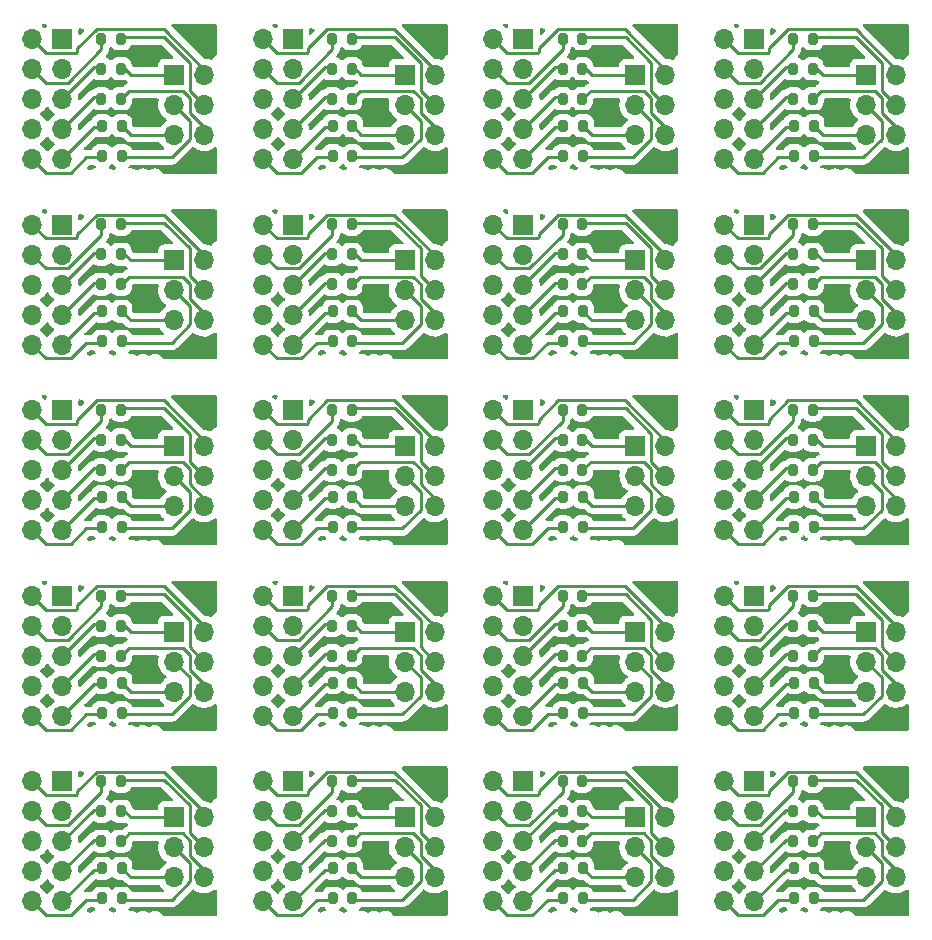
<source format=gbr>
%TF.GenerationSoftware,KiCad,Pcbnew,(6.0.6)*%
%TF.CreationDate,2022-08-19T10:36:32-07:00*%
%TF.ProjectId,panel,70616e65-6c2e-46b6-9963-61645f706362,rev?*%
%TF.SameCoordinates,PXe4e1c0PYe4e1c0*%
%TF.FileFunction,Copper,L1,Top*%
%TF.FilePolarity,Positive*%
%FSLAX46Y46*%
G04 Gerber Fmt 4.6, Leading zero omitted, Abs format (unit mm)*
G04 Created by KiCad (PCBNEW (6.0.6)) date 2022-08-19 10:36:32*
%MOMM*%
%LPD*%
G01*
G04 APERTURE LIST*
G04 Aperture macros list*
%AMRoundRect*
0 Rectangle with rounded corners*
0 $1 Rounding radius*
0 $2 $3 $4 $5 $6 $7 $8 $9 X,Y pos of 4 corners*
0 Add a 4 corners polygon primitive as box body*
4,1,4,$2,$3,$4,$5,$6,$7,$8,$9,$2,$3,0*
0 Add four circle primitives for the rounded corners*
1,1,$1+$1,$2,$3*
1,1,$1+$1,$4,$5*
1,1,$1+$1,$6,$7*
1,1,$1+$1,$8,$9*
0 Add four rect primitives between the rounded corners*
20,1,$1+$1,$2,$3,$4,$5,0*
20,1,$1+$1,$4,$5,$6,$7,0*
20,1,$1+$1,$6,$7,$8,$9,0*
20,1,$1+$1,$8,$9,$2,$3,0*%
G04 Aperture macros list end*
%TA.AperFunction,ComponentPad*%
%ADD10R,1.700000X1.700000*%
%TD*%
%TA.AperFunction,ComponentPad*%
%ADD11O,1.700000X1.700000*%
%TD*%
%TA.AperFunction,SMDPad,CuDef*%
%ADD12RoundRect,0.200000X0.200000X0.275000X-0.200000X0.275000X-0.200000X-0.275000X0.200000X-0.275000X0*%
%TD*%
%TA.AperFunction,Conductor*%
%ADD13C,0.250000*%
%TD*%
G04 APERTURE END LIST*
D10*
%TO.P,J1,1,Pin_1*%
%TO.N,Board_5-SPI0_MOSI*%
X40923000Y-28559000D03*
D11*
%TO.P,J1,2,Pin_2*%
%TO.N,Board_5-GND*%
X43463000Y-28559000D03*
%TO.P,J1,3,Pin_3*%
%TO.N,Board_5-SPI0_MISO*%
X40923000Y-31099000D03*
%TO.P,J1,4,Pin_4*%
%TO.N,Board_5-BCM25*%
X43463000Y-31099000D03*
%TO.P,J1,5,Pin_5*%
%TO.N,Board_5-SPI0_CLK*%
X40923000Y-33639000D03*
%TO.P,J1,6,Pin_6*%
%TO.N,Board_5-SPI0_CE*%
X43463000Y-33639000D03*
%TD*%
D12*
%TO.P,R5,1*%
%TO.N,Board_5-BCM25*%
X36413000Y-25496000D03*
%TO.P,R5,2*%
%TO.N,Board_5-PF12*%
X34763000Y-25496000D03*
%TD*%
%TO.P,R3,1*%
%TO.N,Board_7-SPI0_CLK*%
X75528000Y-32862000D03*
%TO.P,R3,2*%
%TO.N,Board_7-PB13*%
X73878000Y-32862000D03*
%TD*%
D10*
%TO.P,J2,1,Pin_1*%
%TO.N,Board_10-PF13*%
X50969000Y-41230000D03*
D11*
%TO.P,J2,2,Pin_2*%
%TO.N,Board_10-GND*%
X48429000Y-41230000D03*
%TO.P,J2,3,Pin_3*%
%TO.N,Board_10-RST*%
X50969000Y-43770000D03*
%TO.P,J2,4,Pin_4*%
%TO.N,Board_10-PF12*%
X48429000Y-43770000D03*
%TO.P,J2,5,Pin_5*%
%TO.N,Board_10-PB15*%
X50969000Y-46310000D03*
%TO.P,J2,6,Pin_6*%
%TO.N,Board_10-PF11*%
X48429000Y-46310000D03*
%TO.P,J2,7,Pin_7*%
%TO.N,Board_10-PB12*%
X50969000Y-48850000D03*
%TO.P,J2,8,Pin_8*%
%TO.N,Board_10-PG10*%
X48429000Y-48850000D03*
%TO.P,J2,9,Pin_9*%
%TO.N,Board_10-PB13*%
X50969000Y-51390000D03*
%TO.P,J2,10,Pin_10*%
%TO.N,Board_10-PB14*%
X48429000Y-51390000D03*
%TD*%
D12*
%TO.P,R5,1*%
%TO.N,Board_10-BCM25*%
X55939000Y-41212000D03*
%TO.P,R5,2*%
%TO.N,Board_10-PF12*%
X54289000Y-41212000D03*
%TD*%
%TO.P,R2,1*%
%TO.N,Board_0-SPI0_MISO*%
X16950000Y-19686000D03*
%TO.P,R2,2*%
%TO.N,Board_0-PB14*%
X15300000Y-19686000D03*
%TD*%
D10*
%TO.P,J1,1,Pin_1*%
%TO.N,Board_7-SPI0_MOSI*%
X79975000Y-28559000D03*
D11*
%TO.P,J1,2,Pin_2*%
%TO.N,Board_7-GND*%
X82515000Y-28559000D03*
%TO.P,J1,3,Pin_3*%
%TO.N,Board_7-SPI0_MISO*%
X79975000Y-31099000D03*
%TO.P,J1,4,Pin_4*%
%TO.N,Board_7-BCM25*%
X82515000Y-31099000D03*
%TO.P,J1,5,Pin_5*%
%TO.N,Board_7-SPI0_CLK*%
X79975000Y-33639000D03*
%TO.P,J1,6,Pin_6*%
%TO.N,Board_7-SPI0_CE*%
X82515000Y-33639000D03*
%TD*%
D12*
%TO.P,R5,1*%
%TO.N,Board_14-BCM25*%
X55939000Y-56928000D03*
%TO.P,R5,2*%
%TO.N,Board_14-PF12*%
X54289000Y-56928000D03*
%TD*%
D10*
%TO.P,J2,1,Pin_1*%
%TO.N,Board_12-PF13*%
X11917000Y-56946000D03*
D11*
%TO.P,J2,2,Pin_2*%
%TO.N,Board_12-GND*%
X9377000Y-56946000D03*
%TO.P,J2,3,Pin_3*%
%TO.N,Board_12-RST*%
X11917000Y-59486000D03*
%TO.P,J2,4,Pin_4*%
%TO.N,Board_12-PF12*%
X9377000Y-59486000D03*
%TO.P,J2,5,Pin_5*%
%TO.N,Board_12-PB15*%
X11917000Y-62026000D03*
%TO.P,J2,6,Pin_6*%
%TO.N,Board_12-PF11*%
X9377000Y-62026000D03*
%TO.P,J2,7,Pin_7*%
%TO.N,Board_12-PB12*%
X11917000Y-64566000D03*
%TO.P,J2,8,Pin_8*%
%TO.N,Board_12-PG10*%
X9377000Y-64566000D03*
%TO.P,J2,9,Pin_9*%
%TO.N,Board_12-PB13*%
X11917000Y-67106000D03*
%TO.P,J2,10,Pin_10*%
%TO.N,Board_12-PB14*%
X9377000Y-67106000D03*
%TD*%
D12*
%TO.P,R3,1*%
%TO.N,Board_12-SPI0_CLK*%
X16950000Y-64294000D03*
%TO.P,R3,2*%
%TO.N,Board_12-PB13*%
X15300000Y-64294000D03*
%TD*%
%TO.P,R1,1*%
%TO.N,Board_17-SPI0_MOSI*%
X36413000Y-75184000D03*
%TO.P,R1,2*%
%TO.N,Board_17-PB15*%
X34763000Y-75184000D03*
%TD*%
%TO.P,R2,1*%
%TO.N,Board_15-SPI0_MISO*%
X75528000Y-66834000D03*
%TO.P,R2,2*%
%TO.N,Board_15-PB14*%
X73878000Y-66834000D03*
%TD*%
%TO.P,R1,1*%
%TO.N,Board_14-SPI0_MOSI*%
X55939000Y-59468000D03*
%TO.P,R1,2*%
%TO.N,Board_14-PB15*%
X54289000Y-59468000D03*
%TD*%
%TO.P,R5,1*%
%TO.N,Board_16-BCM25*%
X16887000Y-72644000D03*
%TO.P,R5,2*%
%TO.N,Board_16-PF12*%
X15237000Y-72644000D03*
%TD*%
%TO.P,R1,1*%
%TO.N,Board_11-SPI0_MOSI*%
X75465000Y-43752000D03*
%TO.P,R1,2*%
%TO.N,Board_11-PB15*%
X73815000Y-43752000D03*
%TD*%
%TO.P,R5,1*%
%TO.N,Board_15-BCM25*%
X75465000Y-56928000D03*
%TO.P,R5,2*%
%TO.N,Board_15-PF12*%
X73815000Y-56928000D03*
%TD*%
D10*
%TO.P,J2,1,Pin_1*%
%TO.N,Board_7-PF13*%
X70495000Y-25514000D03*
D11*
%TO.P,J2,2,Pin_2*%
%TO.N,Board_7-GND*%
X67955000Y-25514000D03*
%TO.P,J2,3,Pin_3*%
%TO.N,Board_7-RST*%
X70495000Y-28054000D03*
%TO.P,J2,4,Pin_4*%
%TO.N,Board_7-PF12*%
X67955000Y-28054000D03*
%TO.P,J2,5,Pin_5*%
%TO.N,Board_7-PB15*%
X70495000Y-30594000D03*
%TO.P,J2,6,Pin_6*%
%TO.N,Board_7-PF11*%
X67955000Y-30594000D03*
%TO.P,J2,7,Pin_7*%
%TO.N,Board_7-PB12*%
X70495000Y-33134000D03*
%TO.P,J2,8,Pin_8*%
%TO.N,Board_7-PG10*%
X67955000Y-33134000D03*
%TO.P,J2,9,Pin_9*%
%TO.N,Board_7-PB13*%
X70495000Y-35674000D03*
%TO.P,J2,10,Pin_10*%
%TO.N,Board_7-PB14*%
X67955000Y-35674000D03*
%TD*%
D10*
%TO.P,J1,1,Pin_1*%
%TO.N,Board_19-SPI0_MOSI*%
X79975000Y-75707000D03*
D11*
%TO.P,J1,2,Pin_2*%
%TO.N,Board_19-GND*%
X82515000Y-75707000D03*
%TO.P,J1,3,Pin_3*%
%TO.N,Board_19-SPI0_MISO*%
X79975000Y-78247000D03*
%TO.P,J1,4,Pin_4*%
%TO.N,Board_19-BCM25*%
X82515000Y-78247000D03*
%TO.P,J1,5,Pin_5*%
%TO.N,Board_19-SPI0_CLK*%
X79975000Y-80787000D03*
%TO.P,J1,6,Pin_6*%
%TO.N,Board_19-SPI0_CE*%
X82515000Y-80787000D03*
%TD*%
D12*
%TO.P,R1,1*%
%TO.N,Board_7-SPI0_MOSI*%
X75465000Y-28036000D03*
%TO.P,R1,2*%
%TO.N,Board_7-PB15*%
X73815000Y-28036000D03*
%TD*%
D10*
%TO.P,J2,1,Pin_1*%
%TO.N,Board_14-PF13*%
X50969000Y-56946000D03*
D11*
%TO.P,J2,2,Pin_2*%
%TO.N,Board_14-GND*%
X48429000Y-56946000D03*
%TO.P,J2,3,Pin_3*%
%TO.N,Board_14-RST*%
X50969000Y-59486000D03*
%TO.P,J2,4,Pin_4*%
%TO.N,Board_14-PF12*%
X48429000Y-59486000D03*
%TO.P,J2,5,Pin_5*%
%TO.N,Board_14-PB15*%
X50969000Y-62026000D03*
%TO.P,J2,6,Pin_6*%
%TO.N,Board_14-PF11*%
X48429000Y-62026000D03*
%TO.P,J2,7,Pin_7*%
%TO.N,Board_14-PB12*%
X50969000Y-64566000D03*
%TO.P,J2,8,Pin_8*%
%TO.N,Board_14-PG10*%
X48429000Y-64566000D03*
%TO.P,J2,9,Pin_9*%
%TO.N,Board_14-PB13*%
X50969000Y-67106000D03*
%TO.P,J2,10,Pin_10*%
%TO.N,Board_14-PB14*%
X48429000Y-67106000D03*
%TD*%
D10*
%TO.P,J1,1,Pin_1*%
%TO.N,Board_16-SPI0_MOSI*%
X21397000Y-75707000D03*
D11*
%TO.P,J1,2,Pin_2*%
%TO.N,Board_16-GND*%
X23937000Y-75707000D03*
%TO.P,J1,3,Pin_3*%
%TO.N,Board_16-SPI0_MISO*%
X21397000Y-78247000D03*
%TO.P,J1,4,Pin_4*%
%TO.N,Board_16-BCM25*%
X23937000Y-78247000D03*
%TO.P,J1,5,Pin_5*%
%TO.N,Board_16-SPI0_CLK*%
X21397000Y-80787000D03*
%TO.P,J1,6,Pin_6*%
%TO.N,Board_16-SPI0_CE*%
X23937000Y-80787000D03*
%TD*%
D12*
%TO.P,R4,1*%
%TO.N,Board_11-SPI0_CE*%
X75465000Y-46292000D03*
%TO.P,R4,2*%
%TO.N,Board_11-PB12*%
X73815000Y-46292000D03*
%TD*%
%TO.P,R1,1*%
%TO.N,Board_13-SPI0_MOSI*%
X36413000Y-59468000D03*
%TO.P,R1,2*%
%TO.N,Board_13-PB15*%
X34763000Y-59468000D03*
%TD*%
%TO.P,R2,1*%
%TO.N,Board_9-SPI0_MISO*%
X36476000Y-51118000D03*
%TO.P,R2,2*%
%TO.N,Board_9-PB14*%
X34826000Y-51118000D03*
%TD*%
D10*
%TO.P,J2,1,Pin_1*%
%TO.N,Board_6-PF13*%
X50969000Y-25514000D03*
D11*
%TO.P,J2,2,Pin_2*%
%TO.N,Board_6-GND*%
X48429000Y-25514000D03*
%TO.P,J2,3,Pin_3*%
%TO.N,Board_6-RST*%
X50969000Y-28054000D03*
%TO.P,J2,4,Pin_4*%
%TO.N,Board_6-PF12*%
X48429000Y-28054000D03*
%TO.P,J2,5,Pin_5*%
%TO.N,Board_6-PB15*%
X50969000Y-30594000D03*
%TO.P,J2,6,Pin_6*%
%TO.N,Board_6-PF11*%
X48429000Y-30594000D03*
%TO.P,J2,7,Pin_7*%
%TO.N,Board_6-PB12*%
X50969000Y-33134000D03*
%TO.P,J2,8,Pin_8*%
%TO.N,Board_6-PG10*%
X48429000Y-33134000D03*
%TO.P,J2,9,Pin_9*%
%TO.N,Board_6-PB13*%
X50969000Y-35674000D03*
%TO.P,J2,10,Pin_10*%
%TO.N,Board_6-PB14*%
X48429000Y-35674000D03*
%TD*%
D12*
%TO.P,R5,1*%
%TO.N,Board_9-BCM25*%
X36413000Y-41212000D03*
%TO.P,R5,2*%
%TO.N,Board_9-PF12*%
X34763000Y-41212000D03*
%TD*%
%TO.P,R3,1*%
%TO.N,Board_11-SPI0_CLK*%
X75528000Y-48578000D03*
%TO.P,R3,2*%
%TO.N,Board_11-PB13*%
X73878000Y-48578000D03*
%TD*%
D10*
%TO.P,J2,1,Pin_1*%
%TO.N,Board_0-PF13*%
X11917000Y-9798000D03*
D11*
%TO.P,J2,2,Pin_2*%
%TO.N,Board_0-GND*%
X9377000Y-9798000D03*
%TO.P,J2,3,Pin_3*%
%TO.N,Board_0-RST*%
X11917000Y-12338000D03*
%TO.P,J2,4,Pin_4*%
%TO.N,Board_0-PF12*%
X9377000Y-12338000D03*
%TO.P,J2,5,Pin_5*%
%TO.N,Board_0-PB15*%
X11917000Y-14878000D03*
%TO.P,J2,6,Pin_6*%
%TO.N,Board_0-PF11*%
X9377000Y-14878000D03*
%TO.P,J2,7,Pin_7*%
%TO.N,Board_0-PB12*%
X11917000Y-17418000D03*
%TO.P,J2,8,Pin_8*%
%TO.N,Board_0-PG10*%
X9377000Y-17418000D03*
%TO.P,J2,9,Pin_9*%
%TO.N,Board_0-PB13*%
X11917000Y-19958000D03*
%TO.P,J2,10,Pin_10*%
%TO.N,Board_0-PB14*%
X9377000Y-19958000D03*
%TD*%
D12*
%TO.P,R5,1*%
%TO.N,Board_19-BCM25*%
X75465000Y-72644000D03*
%TO.P,R5,2*%
%TO.N,Board_19-PF12*%
X73815000Y-72644000D03*
%TD*%
%TO.P,R4,1*%
%TO.N,Board_19-SPI0_CE*%
X75465000Y-77724000D03*
%TO.P,R4,2*%
%TO.N,Board_19-PB12*%
X73815000Y-77724000D03*
%TD*%
D10*
%TO.P,J1,1,Pin_1*%
%TO.N,Board_14-SPI0_MOSI*%
X60449000Y-59991000D03*
D11*
%TO.P,J1,2,Pin_2*%
%TO.N,Board_14-GND*%
X62989000Y-59991000D03*
%TO.P,J1,3,Pin_3*%
%TO.N,Board_14-SPI0_MISO*%
X60449000Y-62531000D03*
%TO.P,J1,4,Pin_4*%
%TO.N,Board_14-BCM25*%
X62989000Y-62531000D03*
%TO.P,J1,5,Pin_5*%
%TO.N,Board_14-SPI0_CLK*%
X60449000Y-65071000D03*
%TO.P,J1,6,Pin_6*%
%TO.N,Board_14-SPI0_CE*%
X62989000Y-65071000D03*
%TD*%
D10*
%TO.P,J1,1,Pin_1*%
%TO.N,Board_18-SPI0_MOSI*%
X60449000Y-75707000D03*
D11*
%TO.P,J1,2,Pin_2*%
%TO.N,Board_18-GND*%
X62989000Y-75707000D03*
%TO.P,J1,3,Pin_3*%
%TO.N,Board_18-SPI0_MISO*%
X60449000Y-78247000D03*
%TO.P,J1,4,Pin_4*%
%TO.N,Board_18-BCM25*%
X62989000Y-78247000D03*
%TO.P,J1,5,Pin_5*%
%TO.N,Board_18-SPI0_CLK*%
X60449000Y-80787000D03*
%TO.P,J1,6,Pin_6*%
%TO.N,Board_18-SPI0_CE*%
X62989000Y-80787000D03*
%TD*%
D12*
%TO.P,R3,1*%
%TO.N,Board_5-SPI0_CLK*%
X36476000Y-32862000D03*
%TO.P,R3,2*%
%TO.N,Board_5-PB13*%
X34826000Y-32862000D03*
%TD*%
%TO.P,R1,1*%
%TO.N,Board_4-SPI0_MOSI*%
X16887000Y-28036000D03*
%TO.P,R1,2*%
%TO.N,Board_4-PB15*%
X15237000Y-28036000D03*
%TD*%
%TO.P,R2,1*%
%TO.N,Board_1-SPI0_MISO*%
X36476000Y-19686000D03*
%TO.P,R2,2*%
%TO.N,Board_1-PB14*%
X34826000Y-19686000D03*
%TD*%
D10*
%TO.P,J1,1,Pin_1*%
%TO.N,Board_3-SPI0_MOSI*%
X79975000Y-12843000D03*
D11*
%TO.P,J1,2,Pin_2*%
%TO.N,Board_3-GND*%
X82515000Y-12843000D03*
%TO.P,J1,3,Pin_3*%
%TO.N,Board_3-SPI0_MISO*%
X79975000Y-15383000D03*
%TO.P,J1,4,Pin_4*%
%TO.N,Board_3-BCM25*%
X82515000Y-15383000D03*
%TO.P,J1,5,Pin_5*%
%TO.N,Board_3-SPI0_CLK*%
X79975000Y-17923000D03*
%TO.P,J1,6,Pin_6*%
%TO.N,Board_3-SPI0_CE*%
X82515000Y-17923000D03*
%TD*%
D12*
%TO.P,R4,1*%
%TO.N,Board_2-SPI0_CE*%
X55939000Y-14860000D03*
%TO.P,R4,2*%
%TO.N,Board_2-PB12*%
X54289000Y-14860000D03*
%TD*%
D10*
%TO.P,J1,1,Pin_1*%
%TO.N,Board_6-SPI0_MOSI*%
X60449000Y-28559000D03*
D11*
%TO.P,J1,2,Pin_2*%
%TO.N,Board_6-GND*%
X62989000Y-28559000D03*
%TO.P,J1,3,Pin_3*%
%TO.N,Board_6-SPI0_MISO*%
X60449000Y-31099000D03*
%TO.P,J1,4,Pin_4*%
%TO.N,Board_6-BCM25*%
X62989000Y-31099000D03*
%TO.P,J1,5,Pin_5*%
%TO.N,Board_6-SPI0_CLK*%
X60449000Y-33639000D03*
%TO.P,J1,6,Pin_6*%
%TO.N,Board_6-SPI0_CE*%
X62989000Y-33639000D03*
%TD*%
D10*
%TO.P,J2,1,Pin_1*%
%TO.N,Board_4-PF13*%
X11917000Y-25514000D03*
D11*
%TO.P,J2,2,Pin_2*%
%TO.N,Board_4-GND*%
X9377000Y-25514000D03*
%TO.P,J2,3,Pin_3*%
%TO.N,Board_4-RST*%
X11917000Y-28054000D03*
%TO.P,J2,4,Pin_4*%
%TO.N,Board_4-PF12*%
X9377000Y-28054000D03*
%TO.P,J2,5,Pin_5*%
%TO.N,Board_4-PB15*%
X11917000Y-30594000D03*
%TO.P,J2,6,Pin_6*%
%TO.N,Board_4-PF11*%
X9377000Y-30594000D03*
%TO.P,J2,7,Pin_7*%
%TO.N,Board_4-PB12*%
X11917000Y-33134000D03*
%TO.P,J2,8,Pin_8*%
%TO.N,Board_4-PG10*%
X9377000Y-33134000D03*
%TO.P,J2,9,Pin_9*%
%TO.N,Board_4-PB13*%
X11917000Y-35674000D03*
%TO.P,J2,10,Pin_10*%
%TO.N,Board_4-PB14*%
X9377000Y-35674000D03*
%TD*%
D12*
%TO.P,R2,1*%
%TO.N,Board_10-SPI0_MISO*%
X56002000Y-51118000D03*
%TO.P,R2,2*%
%TO.N,Board_10-PB14*%
X54352000Y-51118000D03*
%TD*%
%TO.P,R4,1*%
%TO.N,Board_5-SPI0_CE*%
X36413000Y-30576000D03*
%TO.P,R4,2*%
%TO.N,Board_5-PB12*%
X34763000Y-30576000D03*
%TD*%
%TO.P,R5,1*%
%TO.N,Board_0-BCM25*%
X16887000Y-9780000D03*
%TO.P,R5,2*%
%TO.N,Board_0-PF12*%
X15237000Y-9780000D03*
%TD*%
%TO.P,R3,1*%
%TO.N,Board_6-SPI0_CLK*%
X56002000Y-32862000D03*
%TO.P,R3,2*%
%TO.N,Board_6-PB13*%
X54352000Y-32862000D03*
%TD*%
%TO.P,R1,1*%
%TO.N,Board_19-SPI0_MOSI*%
X75465000Y-75184000D03*
%TO.P,R1,2*%
%TO.N,Board_19-PB15*%
X73815000Y-75184000D03*
%TD*%
D10*
%TO.P,J2,1,Pin_1*%
%TO.N,Board_19-PF13*%
X70495000Y-72662000D03*
D11*
%TO.P,J2,2,Pin_2*%
%TO.N,Board_19-GND*%
X67955000Y-72662000D03*
%TO.P,J2,3,Pin_3*%
%TO.N,Board_19-RST*%
X70495000Y-75202000D03*
%TO.P,J2,4,Pin_4*%
%TO.N,Board_19-PF12*%
X67955000Y-75202000D03*
%TO.P,J2,5,Pin_5*%
%TO.N,Board_19-PB15*%
X70495000Y-77742000D03*
%TO.P,J2,6,Pin_6*%
%TO.N,Board_19-PF11*%
X67955000Y-77742000D03*
%TO.P,J2,7,Pin_7*%
%TO.N,Board_19-PB12*%
X70495000Y-80282000D03*
%TO.P,J2,8,Pin_8*%
%TO.N,Board_19-PG10*%
X67955000Y-80282000D03*
%TO.P,J2,9,Pin_9*%
%TO.N,Board_19-PB13*%
X70495000Y-82822000D03*
%TO.P,J2,10,Pin_10*%
%TO.N,Board_19-PB14*%
X67955000Y-82822000D03*
%TD*%
D12*
%TO.P,R5,1*%
%TO.N,Board_7-BCM25*%
X75465000Y-25496000D03*
%TO.P,R5,2*%
%TO.N,Board_7-PF12*%
X73815000Y-25496000D03*
%TD*%
D10*
%TO.P,J2,1,Pin_1*%
%TO.N,Board_11-PF13*%
X70495000Y-41230000D03*
D11*
%TO.P,J2,2,Pin_2*%
%TO.N,Board_11-GND*%
X67955000Y-41230000D03*
%TO.P,J2,3,Pin_3*%
%TO.N,Board_11-RST*%
X70495000Y-43770000D03*
%TO.P,J2,4,Pin_4*%
%TO.N,Board_11-PF12*%
X67955000Y-43770000D03*
%TO.P,J2,5,Pin_5*%
%TO.N,Board_11-PB15*%
X70495000Y-46310000D03*
%TO.P,J2,6,Pin_6*%
%TO.N,Board_11-PF11*%
X67955000Y-46310000D03*
%TO.P,J2,7,Pin_7*%
%TO.N,Board_11-PB12*%
X70495000Y-48850000D03*
%TO.P,J2,8,Pin_8*%
%TO.N,Board_11-PG10*%
X67955000Y-48850000D03*
%TO.P,J2,9,Pin_9*%
%TO.N,Board_11-PB13*%
X70495000Y-51390000D03*
%TO.P,J2,10,Pin_10*%
%TO.N,Board_11-PB14*%
X67955000Y-51390000D03*
%TD*%
D10*
%TO.P,J1,1,Pin_1*%
%TO.N,Board_8-SPI0_MOSI*%
X21397000Y-44275000D03*
D11*
%TO.P,J1,2,Pin_2*%
%TO.N,Board_8-GND*%
X23937000Y-44275000D03*
%TO.P,J1,3,Pin_3*%
%TO.N,Board_8-SPI0_MISO*%
X21397000Y-46815000D03*
%TO.P,J1,4,Pin_4*%
%TO.N,Board_8-BCM25*%
X23937000Y-46815000D03*
%TO.P,J1,5,Pin_5*%
%TO.N,Board_8-SPI0_CLK*%
X21397000Y-49355000D03*
%TO.P,J1,6,Pin_6*%
%TO.N,Board_8-SPI0_CE*%
X23937000Y-49355000D03*
%TD*%
D12*
%TO.P,R2,1*%
%TO.N,Board_18-SPI0_MISO*%
X56002000Y-82550000D03*
%TO.P,R2,2*%
%TO.N,Board_18-PB14*%
X54352000Y-82550000D03*
%TD*%
D10*
%TO.P,J2,1,Pin_1*%
%TO.N,Board_3-PF13*%
X70495000Y-9798000D03*
D11*
%TO.P,J2,2,Pin_2*%
%TO.N,Board_3-GND*%
X67955000Y-9798000D03*
%TO.P,J2,3,Pin_3*%
%TO.N,Board_3-RST*%
X70495000Y-12338000D03*
%TO.P,J2,4,Pin_4*%
%TO.N,Board_3-PF12*%
X67955000Y-12338000D03*
%TO.P,J2,5,Pin_5*%
%TO.N,Board_3-PB15*%
X70495000Y-14878000D03*
%TO.P,J2,6,Pin_6*%
%TO.N,Board_3-PF11*%
X67955000Y-14878000D03*
%TO.P,J2,7,Pin_7*%
%TO.N,Board_3-PB12*%
X70495000Y-17418000D03*
%TO.P,J2,8,Pin_8*%
%TO.N,Board_3-PG10*%
X67955000Y-17418000D03*
%TO.P,J2,9,Pin_9*%
%TO.N,Board_3-PB13*%
X70495000Y-19958000D03*
%TO.P,J2,10,Pin_10*%
%TO.N,Board_3-PB14*%
X67955000Y-19958000D03*
%TD*%
D12*
%TO.P,R5,1*%
%TO.N,Board_2-BCM25*%
X55939000Y-9780000D03*
%TO.P,R5,2*%
%TO.N,Board_2-PF12*%
X54289000Y-9780000D03*
%TD*%
%TO.P,R5,1*%
%TO.N,Board_17-BCM25*%
X36413000Y-72644000D03*
%TO.P,R5,2*%
%TO.N,Board_17-PF12*%
X34763000Y-72644000D03*
%TD*%
%TO.P,R5,1*%
%TO.N,Board_13-BCM25*%
X36413000Y-56928000D03*
%TO.P,R5,2*%
%TO.N,Board_13-PF12*%
X34763000Y-56928000D03*
%TD*%
%TO.P,R4,1*%
%TO.N,Board_12-SPI0_CE*%
X16887000Y-62008000D03*
%TO.P,R4,2*%
%TO.N,Board_12-PB12*%
X15237000Y-62008000D03*
%TD*%
%TO.P,R5,1*%
%TO.N,Board_8-BCM25*%
X16887000Y-41212000D03*
%TO.P,R5,2*%
%TO.N,Board_8-PF12*%
X15237000Y-41212000D03*
%TD*%
%TO.P,R4,1*%
%TO.N,Board_18-SPI0_CE*%
X55939000Y-77724000D03*
%TO.P,R4,2*%
%TO.N,Board_18-PB12*%
X54289000Y-77724000D03*
%TD*%
%TO.P,R2,1*%
%TO.N,Board_8-SPI0_MISO*%
X16950000Y-51118000D03*
%TO.P,R2,2*%
%TO.N,Board_8-PB14*%
X15300000Y-51118000D03*
%TD*%
%TO.P,R1,1*%
%TO.N,Board_5-SPI0_MOSI*%
X36413000Y-28036000D03*
%TO.P,R1,2*%
%TO.N,Board_5-PB15*%
X34763000Y-28036000D03*
%TD*%
%TO.P,R4,1*%
%TO.N,Board_0-SPI0_CE*%
X16887000Y-14860000D03*
%TO.P,R4,2*%
%TO.N,Board_0-PB12*%
X15237000Y-14860000D03*
%TD*%
%TO.P,R1,1*%
%TO.N,Board_0-SPI0_MOSI*%
X16887000Y-12320000D03*
%TO.P,R1,2*%
%TO.N,Board_0-PB15*%
X15237000Y-12320000D03*
%TD*%
%TO.P,R1,1*%
%TO.N,Board_8-SPI0_MOSI*%
X16887000Y-43752000D03*
%TO.P,R1,2*%
%TO.N,Board_8-PB15*%
X15237000Y-43752000D03*
%TD*%
%TO.P,R5,1*%
%TO.N,Board_18-BCM25*%
X55939000Y-72644000D03*
%TO.P,R5,2*%
%TO.N,Board_18-PF12*%
X54289000Y-72644000D03*
%TD*%
%TO.P,R4,1*%
%TO.N,Board_15-SPI0_CE*%
X75465000Y-62008000D03*
%TO.P,R4,2*%
%TO.N,Board_15-PB12*%
X73815000Y-62008000D03*
%TD*%
%TO.P,R3,1*%
%TO.N,Board_0-SPI0_CLK*%
X16950000Y-17146000D03*
%TO.P,R3,2*%
%TO.N,Board_0-PB13*%
X15300000Y-17146000D03*
%TD*%
%TO.P,R3,1*%
%TO.N,Board_1-SPI0_CLK*%
X36476000Y-17146000D03*
%TO.P,R3,2*%
%TO.N,Board_1-PB13*%
X34826000Y-17146000D03*
%TD*%
D10*
%TO.P,J2,1,Pin_1*%
%TO.N,Board_15-PF13*%
X70495000Y-56946000D03*
D11*
%TO.P,J2,2,Pin_2*%
%TO.N,Board_15-GND*%
X67955000Y-56946000D03*
%TO.P,J2,3,Pin_3*%
%TO.N,Board_15-RST*%
X70495000Y-59486000D03*
%TO.P,J2,4,Pin_4*%
%TO.N,Board_15-PF12*%
X67955000Y-59486000D03*
%TO.P,J2,5,Pin_5*%
%TO.N,Board_15-PB15*%
X70495000Y-62026000D03*
%TO.P,J2,6,Pin_6*%
%TO.N,Board_15-PF11*%
X67955000Y-62026000D03*
%TO.P,J2,7,Pin_7*%
%TO.N,Board_15-PB12*%
X70495000Y-64566000D03*
%TO.P,J2,8,Pin_8*%
%TO.N,Board_15-PG10*%
X67955000Y-64566000D03*
%TO.P,J2,9,Pin_9*%
%TO.N,Board_15-PB13*%
X70495000Y-67106000D03*
%TO.P,J2,10,Pin_10*%
%TO.N,Board_15-PB14*%
X67955000Y-67106000D03*
%TD*%
D10*
%TO.P,J2,1,Pin_1*%
%TO.N,Board_18-PF13*%
X50969000Y-72662000D03*
D11*
%TO.P,J2,2,Pin_2*%
%TO.N,Board_18-GND*%
X48429000Y-72662000D03*
%TO.P,J2,3,Pin_3*%
%TO.N,Board_18-RST*%
X50969000Y-75202000D03*
%TO.P,J2,4,Pin_4*%
%TO.N,Board_18-PF12*%
X48429000Y-75202000D03*
%TO.P,J2,5,Pin_5*%
%TO.N,Board_18-PB15*%
X50969000Y-77742000D03*
%TO.P,J2,6,Pin_6*%
%TO.N,Board_18-PF11*%
X48429000Y-77742000D03*
%TO.P,J2,7,Pin_7*%
%TO.N,Board_18-PB12*%
X50969000Y-80282000D03*
%TO.P,J2,8,Pin_8*%
%TO.N,Board_18-PG10*%
X48429000Y-80282000D03*
%TO.P,J2,9,Pin_9*%
%TO.N,Board_18-PB13*%
X50969000Y-82822000D03*
%TO.P,J2,10,Pin_10*%
%TO.N,Board_18-PB14*%
X48429000Y-82822000D03*
%TD*%
D12*
%TO.P,R2,1*%
%TO.N,Board_4-SPI0_MISO*%
X16950000Y-35402000D03*
%TO.P,R2,2*%
%TO.N,Board_4-PB14*%
X15300000Y-35402000D03*
%TD*%
D10*
%TO.P,J1,1,Pin_1*%
%TO.N,Board_9-SPI0_MOSI*%
X40923000Y-44275000D03*
D11*
%TO.P,J1,2,Pin_2*%
%TO.N,Board_9-GND*%
X43463000Y-44275000D03*
%TO.P,J1,3,Pin_3*%
%TO.N,Board_9-SPI0_MISO*%
X40923000Y-46815000D03*
%TO.P,J1,4,Pin_4*%
%TO.N,Board_9-BCM25*%
X43463000Y-46815000D03*
%TO.P,J1,5,Pin_5*%
%TO.N,Board_9-SPI0_CLK*%
X40923000Y-49355000D03*
%TO.P,J1,6,Pin_6*%
%TO.N,Board_9-SPI0_CE*%
X43463000Y-49355000D03*
%TD*%
D10*
%TO.P,J2,1,Pin_1*%
%TO.N,Board_1-PF13*%
X31443000Y-9798000D03*
D11*
%TO.P,J2,2,Pin_2*%
%TO.N,Board_1-GND*%
X28903000Y-9798000D03*
%TO.P,J2,3,Pin_3*%
%TO.N,Board_1-RST*%
X31443000Y-12338000D03*
%TO.P,J2,4,Pin_4*%
%TO.N,Board_1-PF12*%
X28903000Y-12338000D03*
%TO.P,J2,5,Pin_5*%
%TO.N,Board_1-PB15*%
X31443000Y-14878000D03*
%TO.P,J2,6,Pin_6*%
%TO.N,Board_1-PF11*%
X28903000Y-14878000D03*
%TO.P,J2,7,Pin_7*%
%TO.N,Board_1-PB12*%
X31443000Y-17418000D03*
%TO.P,J2,8,Pin_8*%
%TO.N,Board_1-PG10*%
X28903000Y-17418000D03*
%TO.P,J2,9,Pin_9*%
%TO.N,Board_1-PB13*%
X31443000Y-19958000D03*
%TO.P,J2,10,Pin_10*%
%TO.N,Board_1-PB14*%
X28903000Y-19958000D03*
%TD*%
D12*
%TO.P,R3,1*%
%TO.N,Board_4-SPI0_CLK*%
X16950000Y-32862000D03*
%TO.P,R3,2*%
%TO.N,Board_4-PB13*%
X15300000Y-32862000D03*
%TD*%
D10*
%TO.P,J1,1,Pin_1*%
%TO.N,Board_4-SPI0_MOSI*%
X21397000Y-28559000D03*
D11*
%TO.P,J1,2,Pin_2*%
%TO.N,Board_4-GND*%
X23937000Y-28559000D03*
%TO.P,J1,3,Pin_3*%
%TO.N,Board_4-SPI0_MISO*%
X21397000Y-31099000D03*
%TO.P,J1,4,Pin_4*%
%TO.N,Board_4-BCM25*%
X23937000Y-31099000D03*
%TO.P,J1,5,Pin_5*%
%TO.N,Board_4-SPI0_CLK*%
X21397000Y-33639000D03*
%TO.P,J1,6,Pin_6*%
%TO.N,Board_4-SPI0_CE*%
X23937000Y-33639000D03*
%TD*%
D10*
%TO.P,J1,1,Pin_1*%
%TO.N,Board_0-SPI0_MOSI*%
X21397000Y-12843000D03*
D11*
%TO.P,J1,2,Pin_2*%
%TO.N,Board_0-GND*%
X23937000Y-12843000D03*
%TO.P,J1,3,Pin_3*%
%TO.N,Board_0-SPI0_MISO*%
X21397000Y-15383000D03*
%TO.P,J1,4,Pin_4*%
%TO.N,Board_0-BCM25*%
X23937000Y-15383000D03*
%TO.P,J1,5,Pin_5*%
%TO.N,Board_0-SPI0_CLK*%
X21397000Y-17923000D03*
%TO.P,J1,6,Pin_6*%
%TO.N,Board_0-SPI0_CE*%
X23937000Y-17923000D03*
%TD*%
D10*
%TO.P,J2,1,Pin_1*%
%TO.N,Board_8-PF13*%
X11917000Y-41230000D03*
D11*
%TO.P,J2,2,Pin_2*%
%TO.N,Board_8-GND*%
X9377000Y-41230000D03*
%TO.P,J2,3,Pin_3*%
%TO.N,Board_8-RST*%
X11917000Y-43770000D03*
%TO.P,J2,4,Pin_4*%
%TO.N,Board_8-PF12*%
X9377000Y-43770000D03*
%TO.P,J2,5,Pin_5*%
%TO.N,Board_8-PB15*%
X11917000Y-46310000D03*
%TO.P,J2,6,Pin_6*%
%TO.N,Board_8-PF11*%
X9377000Y-46310000D03*
%TO.P,J2,7,Pin_7*%
%TO.N,Board_8-PB12*%
X11917000Y-48850000D03*
%TO.P,J2,8,Pin_8*%
%TO.N,Board_8-PG10*%
X9377000Y-48850000D03*
%TO.P,J2,9,Pin_9*%
%TO.N,Board_8-PB13*%
X11917000Y-51390000D03*
%TO.P,J2,10,Pin_10*%
%TO.N,Board_8-PB14*%
X9377000Y-51390000D03*
%TD*%
D10*
%TO.P,J1,1,Pin_1*%
%TO.N,Board_10-SPI0_MOSI*%
X60449000Y-44275000D03*
D11*
%TO.P,J1,2,Pin_2*%
%TO.N,Board_10-GND*%
X62989000Y-44275000D03*
%TO.P,J1,3,Pin_3*%
%TO.N,Board_10-SPI0_MISO*%
X60449000Y-46815000D03*
%TO.P,J1,4,Pin_4*%
%TO.N,Board_10-BCM25*%
X62989000Y-46815000D03*
%TO.P,J1,5,Pin_5*%
%TO.N,Board_10-SPI0_CLK*%
X60449000Y-49355000D03*
%TO.P,J1,6,Pin_6*%
%TO.N,Board_10-SPI0_CE*%
X62989000Y-49355000D03*
%TD*%
D12*
%TO.P,R1,1*%
%TO.N,Board_16-SPI0_MOSI*%
X16887000Y-75184000D03*
%TO.P,R1,2*%
%TO.N,Board_16-PB15*%
X15237000Y-75184000D03*
%TD*%
D10*
%TO.P,J1,1,Pin_1*%
%TO.N,Board_11-SPI0_MOSI*%
X79975000Y-44275000D03*
D11*
%TO.P,J1,2,Pin_2*%
%TO.N,Board_11-GND*%
X82515000Y-44275000D03*
%TO.P,J1,3,Pin_3*%
%TO.N,Board_11-SPI0_MISO*%
X79975000Y-46815000D03*
%TO.P,J1,4,Pin_4*%
%TO.N,Board_11-BCM25*%
X82515000Y-46815000D03*
%TO.P,J1,5,Pin_5*%
%TO.N,Board_11-SPI0_CLK*%
X79975000Y-49355000D03*
%TO.P,J1,6,Pin_6*%
%TO.N,Board_11-SPI0_CE*%
X82515000Y-49355000D03*
%TD*%
D10*
%TO.P,J1,1,Pin_1*%
%TO.N,Board_13-SPI0_MOSI*%
X40923000Y-59991000D03*
D11*
%TO.P,J1,2,Pin_2*%
%TO.N,Board_13-GND*%
X43463000Y-59991000D03*
%TO.P,J1,3,Pin_3*%
%TO.N,Board_13-SPI0_MISO*%
X40923000Y-62531000D03*
%TO.P,J1,4,Pin_4*%
%TO.N,Board_13-BCM25*%
X43463000Y-62531000D03*
%TO.P,J1,5,Pin_5*%
%TO.N,Board_13-SPI0_CLK*%
X40923000Y-65071000D03*
%TO.P,J1,6,Pin_6*%
%TO.N,Board_13-SPI0_CE*%
X43463000Y-65071000D03*
%TD*%
D12*
%TO.P,R1,1*%
%TO.N,Board_1-SPI0_MOSI*%
X36413000Y-12320000D03*
%TO.P,R1,2*%
%TO.N,Board_1-PB15*%
X34763000Y-12320000D03*
%TD*%
D10*
%TO.P,J2,1,Pin_1*%
%TO.N,Board_17-PF13*%
X31443000Y-72662000D03*
D11*
%TO.P,J2,2,Pin_2*%
%TO.N,Board_17-GND*%
X28903000Y-72662000D03*
%TO.P,J2,3,Pin_3*%
%TO.N,Board_17-RST*%
X31443000Y-75202000D03*
%TO.P,J2,4,Pin_4*%
%TO.N,Board_17-PF12*%
X28903000Y-75202000D03*
%TO.P,J2,5,Pin_5*%
%TO.N,Board_17-PB15*%
X31443000Y-77742000D03*
%TO.P,J2,6,Pin_6*%
%TO.N,Board_17-PF11*%
X28903000Y-77742000D03*
%TO.P,J2,7,Pin_7*%
%TO.N,Board_17-PB12*%
X31443000Y-80282000D03*
%TO.P,J2,8,Pin_8*%
%TO.N,Board_17-PG10*%
X28903000Y-80282000D03*
%TO.P,J2,9,Pin_9*%
%TO.N,Board_17-PB13*%
X31443000Y-82822000D03*
%TO.P,J2,10,Pin_10*%
%TO.N,Board_17-PB14*%
X28903000Y-82822000D03*
%TD*%
D12*
%TO.P,R3,1*%
%TO.N,Board_19-SPI0_CLK*%
X75528000Y-80010000D03*
%TO.P,R3,2*%
%TO.N,Board_19-PB13*%
X73878000Y-80010000D03*
%TD*%
%TO.P,R1,1*%
%TO.N,Board_3-SPI0_MOSI*%
X75465000Y-12320000D03*
%TO.P,R1,2*%
%TO.N,Board_3-PB15*%
X73815000Y-12320000D03*
%TD*%
%TO.P,R1,1*%
%TO.N,Board_12-SPI0_MOSI*%
X16887000Y-59468000D03*
%TO.P,R1,2*%
%TO.N,Board_12-PB15*%
X15237000Y-59468000D03*
%TD*%
%TO.P,R5,1*%
%TO.N,Board_6-BCM25*%
X55939000Y-25496000D03*
%TO.P,R5,2*%
%TO.N,Board_6-PF12*%
X54289000Y-25496000D03*
%TD*%
%TO.P,R2,1*%
%TO.N,Board_11-SPI0_MISO*%
X75528000Y-51118000D03*
%TO.P,R2,2*%
%TO.N,Board_11-PB14*%
X73878000Y-51118000D03*
%TD*%
%TO.P,R2,1*%
%TO.N,Board_16-SPI0_MISO*%
X16950000Y-82550000D03*
%TO.P,R2,2*%
%TO.N,Board_16-PB14*%
X15300000Y-82550000D03*
%TD*%
%TO.P,R3,1*%
%TO.N,Board_16-SPI0_CLK*%
X16950000Y-80010000D03*
%TO.P,R3,2*%
%TO.N,Board_16-PB13*%
X15300000Y-80010000D03*
%TD*%
D10*
%TO.P,J1,1,Pin_1*%
%TO.N,Board_12-SPI0_MOSI*%
X21397000Y-59991000D03*
D11*
%TO.P,J1,2,Pin_2*%
%TO.N,Board_12-GND*%
X23937000Y-59991000D03*
%TO.P,J1,3,Pin_3*%
%TO.N,Board_12-SPI0_MISO*%
X21397000Y-62531000D03*
%TO.P,J1,4,Pin_4*%
%TO.N,Board_12-BCM25*%
X23937000Y-62531000D03*
%TO.P,J1,5,Pin_5*%
%TO.N,Board_12-SPI0_CLK*%
X21397000Y-65071000D03*
%TO.P,J1,6,Pin_6*%
%TO.N,Board_12-SPI0_CE*%
X23937000Y-65071000D03*
%TD*%
D10*
%TO.P,J2,1,Pin_1*%
%TO.N,Board_13-PF13*%
X31443000Y-56946000D03*
D11*
%TO.P,J2,2,Pin_2*%
%TO.N,Board_13-GND*%
X28903000Y-56946000D03*
%TO.P,J2,3,Pin_3*%
%TO.N,Board_13-RST*%
X31443000Y-59486000D03*
%TO.P,J2,4,Pin_4*%
%TO.N,Board_13-PF12*%
X28903000Y-59486000D03*
%TO.P,J2,5,Pin_5*%
%TO.N,Board_13-PB15*%
X31443000Y-62026000D03*
%TO.P,J2,6,Pin_6*%
%TO.N,Board_13-PF11*%
X28903000Y-62026000D03*
%TO.P,J2,7,Pin_7*%
%TO.N,Board_13-PB12*%
X31443000Y-64566000D03*
%TO.P,J2,8,Pin_8*%
%TO.N,Board_13-PG10*%
X28903000Y-64566000D03*
%TO.P,J2,9,Pin_9*%
%TO.N,Board_13-PB13*%
X31443000Y-67106000D03*
%TO.P,J2,10,Pin_10*%
%TO.N,Board_13-PB14*%
X28903000Y-67106000D03*
%TD*%
D12*
%TO.P,R5,1*%
%TO.N,Board_3-BCM25*%
X75465000Y-9780000D03*
%TO.P,R5,2*%
%TO.N,Board_3-PF12*%
X73815000Y-9780000D03*
%TD*%
%TO.P,R4,1*%
%TO.N,Board_9-SPI0_CE*%
X36413000Y-46292000D03*
%TO.P,R4,2*%
%TO.N,Board_9-PB12*%
X34763000Y-46292000D03*
%TD*%
%TO.P,R1,1*%
%TO.N,Board_2-SPI0_MOSI*%
X55939000Y-12320000D03*
%TO.P,R1,2*%
%TO.N,Board_2-PB15*%
X54289000Y-12320000D03*
%TD*%
%TO.P,R4,1*%
%TO.N,Board_7-SPI0_CE*%
X75465000Y-30576000D03*
%TO.P,R4,2*%
%TO.N,Board_7-PB12*%
X73815000Y-30576000D03*
%TD*%
D10*
%TO.P,J2,1,Pin_1*%
%TO.N,Board_16-PF13*%
X11917000Y-72662000D03*
D11*
%TO.P,J2,2,Pin_2*%
%TO.N,Board_16-GND*%
X9377000Y-72662000D03*
%TO.P,J2,3,Pin_3*%
%TO.N,Board_16-RST*%
X11917000Y-75202000D03*
%TO.P,J2,4,Pin_4*%
%TO.N,Board_16-PF12*%
X9377000Y-75202000D03*
%TO.P,J2,5,Pin_5*%
%TO.N,Board_16-PB15*%
X11917000Y-77742000D03*
%TO.P,J2,6,Pin_6*%
%TO.N,Board_16-PF11*%
X9377000Y-77742000D03*
%TO.P,J2,7,Pin_7*%
%TO.N,Board_16-PB12*%
X11917000Y-80282000D03*
%TO.P,J2,8,Pin_8*%
%TO.N,Board_16-PG10*%
X9377000Y-80282000D03*
%TO.P,J2,9,Pin_9*%
%TO.N,Board_16-PB13*%
X11917000Y-82822000D03*
%TO.P,J2,10,Pin_10*%
%TO.N,Board_16-PB14*%
X9377000Y-82822000D03*
%TD*%
D12*
%TO.P,R4,1*%
%TO.N,Board_10-SPI0_CE*%
X55939000Y-46292000D03*
%TO.P,R4,2*%
%TO.N,Board_10-PB12*%
X54289000Y-46292000D03*
%TD*%
%TO.P,R2,1*%
%TO.N,Board_7-SPI0_MISO*%
X75528000Y-35402000D03*
%TO.P,R2,2*%
%TO.N,Board_7-PB14*%
X73878000Y-35402000D03*
%TD*%
%TO.P,R5,1*%
%TO.N,Board_11-BCM25*%
X75465000Y-41212000D03*
%TO.P,R5,2*%
%TO.N,Board_11-PF12*%
X73815000Y-41212000D03*
%TD*%
%TO.P,R4,1*%
%TO.N,Board_14-SPI0_CE*%
X55939000Y-62008000D03*
%TO.P,R4,2*%
%TO.N,Board_14-PB12*%
X54289000Y-62008000D03*
%TD*%
%TO.P,R3,1*%
%TO.N,Board_18-SPI0_CLK*%
X56002000Y-80010000D03*
%TO.P,R3,2*%
%TO.N,Board_18-PB13*%
X54352000Y-80010000D03*
%TD*%
%TO.P,R1,1*%
%TO.N,Board_15-SPI0_MOSI*%
X75465000Y-59468000D03*
%TO.P,R1,2*%
%TO.N,Board_15-PB15*%
X73815000Y-59468000D03*
%TD*%
%TO.P,R2,1*%
%TO.N,Board_14-SPI0_MISO*%
X56002000Y-66834000D03*
%TO.P,R2,2*%
%TO.N,Board_14-PB14*%
X54352000Y-66834000D03*
%TD*%
%TO.P,R1,1*%
%TO.N,Board_10-SPI0_MOSI*%
X55939000Y-43752000D03*
%TO.P,R1,2*%
%TO.N,Board_10-PB15*%
X54289000Y-43752000D03*
%TD*%
%TO.P,R2,1*%
%TO.N,Board_5-SPI0_MISO*%
X36476000Y-35402000D03*
%TO.P,R2,2*%
%TO.N,Board_5-PB14*%
X34826000Y-35402000D03*
%TD*%
%TO.P,R2,1*%
%TO.N,Board_2-SPI0_MISO*%
X56002000Y-19686000D03*
%TO.P,R2,2*%
%TO.N,Board_2-PB14*%
X54352000Y-19686000D03*
%TD*%
%TO.P,R4,1*%
%TO.N,Board_3-SPI0_CE*%
X75465000Y-14860000D03*
%TO.P,R4,2*%
%TO.N,Board_3-PB12*%
X73815000Y-14860000D03*
%TD*%
%TO.P,R3,1*%
%TO.N,Board_15-SPI0_CLK*%
X75528000Y-64294000D03*
%TO.P,R3,2*%
%TO.N,Board_15-PB13*%
X73878000Y-64294000D03*
%TD*%
D10*
%TO.P,J1,1,Pin_1*%
%TO.N,Board_17-SPI0_MOSI*%
X40923000Y-75707000D03*
D11*
%TO.P,J1,2,Pin_2*%
%TO.N,Board_17-GND*%
X43463000Y-75707000D03*
%TO.P,J1,3,Pin_3*%
%TO.N,Board_17-SPI0_MISO*%
X40923000Y-78247000D03*
%TO.P,J1,4,Pin_4*%
%TO.N,Board_17-BCM25*%
X43463000Y-78247000D03*
%TO.P,J1,5,Pin_5*%
%TO.N,Board_17-SPI0_CLK*%
X40923000Y-80787000D03*
%TO.P,J1,6,Pin_6*%
%TO.N,Board_17-SPI0_CE*%
X43463000Y-80787000D03*
%TD*%
D12*
%TO.P,R3,1*%
%TO.N,Board_13-SPI0_CLK*%
X36476000Y-64294000D03*
%TO.P,R3,2*%
%TO.N,Board_13-PB13*%
X34826000Y-64294000D03*
%TD*%
%TO.P,R3,1*%
%TO.N,Board_14-SPI0_CLK*%
X56002000Y-64294000D03*
%TO.P,R3,2*%
%TO.N,Board_14-PB13*%
X54352000Y-64294000D03*
%TD*%
%TO.P,R5,1*%
%TO.N,Board_4-BCM25*%
X16887000Y-25496000D03*
%TO.P,R5,2*%
%TO.N,Board_4-PF12*%
X15237000Y-25496000D03*
%TD*%
%TO.P,R2,1*%
%TO.N,Board_13-SPI0_MISO*%
X36476000Y-66834000D03*
%TO.P,R2,2*%
%TO.N,Board_13-PB14*%
X34826000Y-66834000D03*
%TD*%
%TO.P,R4,1*%
%TO.N,Board_4-SPI0_CE*%
X16887000Y-30576000D03*
%TO.P,R4,2*%
%TO.N,Board_4-PB12*%
X15237000Y-30576000D03*
%TD*%
%TO.P,R4,1*%
%TO.N,Board_16-SPI0_CE*%
X16887000Y-77724000D03*
%TO.P,R4,2*%
%TO.N,Board_16-PB12*%
X15237000Y-77724000D03*
%TD*%
%TO.P,R3,1*%
%TO.N,Board_9-SPI0_CLK*%
X36476000Y-48578000D03*
%TO.P,R3,2*%
%TO.N,Board_9-PB13*%
X34826000Y-48578000D03*
%TD*%
D10*
%TO.P,J1,1,Pin_1*%
%TO.N,Board_1-SPI0_MOSI*%
X40923000Y-12843000D03*
D11*
%TO.P,J1,2,Pin_2*%
%TO.N,Board_1-GND*%
X43463000Y-12843000D03*
%TO.P,J1,3,Pin_3*%
%TO.N,Board_1-SPI0_MISO*%
X40923000Y-15383000D03*
%TO.P,J1,4,Pin_4*%
%TO.N,Board_1-BCM25*%
X43463000Y-15383000D03*
%TO.P,J1,5,Pin_5*%
%TO.N,Board_1-SPI0_CLK*%
X40923000Y-17923000D03*
%TO.P,J1,6,Pin_6*%
%TO.N,Board_1-SPI0_CE*%
X43463000Y-17923000D03*
%TD*%
D12*
%TO.P,R1,1*%
%TO.N,Board_6-SPI0_MOSI*%
X55939000Y-28036000D03*
%TO.P,R1,2*%
%TO.N,Board_6-PB15*%
X54289000Y-28036000D03*
%TD*%
D10*
%TO.P,J1,1,Pin_1*%
%TO.N,Board_15-SPI0_MOSI*%
X79975000Y-59991000D03*
D11*
%TO.P,J1,2,Pin_2*%
%TO.N,Board_15-GND*%
X82515000Y-59991000D03*
%TO.P,J1,3,Pin_3*%
%TO.N,Board_15-SPI0_MISO*%
X79975000Y-62531000D03*
%TO.P,J1,4,Pin_4*%
%TO.N,Board_15-BCM25*%
X82515000Y-62531000D03*
%TO.P,J1,5,Pin_5*%
%TO.N,Board_15-SPI0_CLK*%
X79975000Y-65071000D03*
%TO.P,J1,6,Pin_6*%
%TO.N,Board_15-SPI0_CE*%
X82515000Y-65071000D03*
%TD*%
D12*
%TO.P,R4,1*%
%TO.N,Board_8-SPI0_CE*%
X16887000Y-46292000D03*
%TO.P,R4,2*%
%TO.N,Board_8-PB12*%
X15237000Y-46292000D03*
%TD*%
D10*
%TO.P,J2,1,Pin_1*%
%TO.N,Board_5-PF13*%
X31443000Y-25514000D03*
D11*
%TO.P,J2,2,Pin_2*%
%TO.N,Board_5-GND*%
X28903000Y-25514000D03*
%TO.P,J2,3,Pin_3*%
%TO.N,Board_5-RST*%
X31443000Y-28054000D03*
%TO.P,J2,4,Pin_4*%
%TO.N,Board_5-PF12*%
X28903000Y-28054000D03*
%TO.P,J2,5,Pin_5*%
%TO.N,Board_5-PB15*%
X31443000Y-30594000D03*
%TO.P,J2,6,Pin_6*%
%TO.N,Board_5-PF11*%
X28903000Y-30594000D03*
%TO.P,J2,7,Pin_7*%
%TO.N,Board_5-PB12*%
X31443000Y-33134000D03*
%TO.P,J2,8,Pin_8*%
%TO.N,Board_5-PG10*%
X28903000Y-33134000D03*
%TO.P,J2,9,Pin_9*%
%TO.N,Board_5-PB13*%
X31443000Y-35674000D03*
%TO.P,J2,10,Pin_10*%
%TO.N,Board_5-PB14*%
X28903000Y-35674000D03*
%TD*%
D12*
%TO.P,R3,1*%
%TO.N,Board_8-SPI0_CLK*%
X16950000Y-48578000D03*
%TO.P,R3,2*%
%TO.N,Board_8-PB13*%
X15300000Y-48578000D03*
%TD*%
%TO.P,R4,1*%
%TO.N,Board_17-SPI0_CE*%
X36413000Y-77724000D03*
%TO.P,R4,2*%
%TO.N,Board_17-PB12*%
X34763000Y-77724000D03*
%TD*%
%TO.P,R3,1*%
%TO.N,Board_2-SPI0_CLK*%
X56002000Y-17146000D03*
%TO.P,R3,2*%
%TO.N,Board_2-PB13*%
X54352000Y-17146000D03*
%TD*%
%TO.P,R2,1*%
%TO.N,Board_19-SPI0_MISO*%
X75528000Y-82550000D03*
%TO.P,R2,2*%
%TO.N,Board_19-PB14*%
X73878000Y-82550000D03*
%TD*%
%TO.P,R1,1*%
%TO.N,Board_9-SPI0_MOSI*%
X36413000Y-43752000D03*
%TO.P,R1,2*%
%TO.N,Board_9-PB15*%
X34763000Y-43752000D03*
%TD*%
%TO.P,R2,1*%
%TO.N,Board_17-SPI0_MISO*%
X36476000Y-82550000D03*
%TO.P,R2,2*%
%TO.N,Board_17-PB14*%
X34826000Y-82550000D03*
%TD*%
%TO.P,R2,1*%
%TO.N,Board_3-SPI0_MISO*%
X75528000Y-19686000D03*
%TO.P,R2,2*%
%TO.N,Board_3-PB14*%
X73878000Y-19686000D03*
%TD*%
%TO.P,R5,1*%
%TO.N,Board_1-BCM25*%
X36413000Y-9780000D03*
%TO.P,R5,2*%
%TO.N,Board_1-PF12*%
X34763000Y-9780000D03*
%TD*%
%TO.P,R4,1*%
%TO.N,Board_1-SPI0_CE*%
X36413000Y-14860000D03*
%TO.P,R4,2*%
%TO.N,Board_1-PB12*%
X34763000Y-14860000D03*
%TD*%
%TO.P,R5,1*%
%TO.N,Board_12-BCM25*%
X16887000Y-56928000D03*
%TO.P,R5,2*%
%TO.N,Board_12-PF12*%
X15237000Y-56928000D03*
%TD*%
%TO.P,R4,1*%
%TO.N,Board_13-SPI0_CE*%
X36413000Y-62008000D03*
%TO.P,R4,2*%
%TO.N,Board_13-PB12*%
X34763000Y-62008000D03*
%TD*%
D10*
%TO.P,J2,1,Pin_1*%
%TO.N,Board_9-PF13*%
X31443000Y-41230000D03*
D11*
%TO.P,J2,2,Pin_2*%
%TO.N,Board_9-GND*%
X28903000Y-41230000D03*
%TO.P,J2,3,Pin_3*%
%TO.N,Board_9-RST*%
X31443000Y-43770000D03*
%TO.P,J2,4,Pin_4*%
%TO.N,Board_9-PF12*%
X28903000Y-43770000D03*
%TO.P,J2,5,Pin_5*%
%TO.N,Board_9-PB15*%
X31443000Y-46310000D03*
%TO.P,J2,6,Pin_6*%
%TO.N,Board_9-PF11*%
X28903000Y-46310000D03*
%TO.P,J2,7,Pin_7*%
%TO.N,Board_9-PB12*%
X31443000Y-48850000D03*
%TO.P,J2,8,Pin_8*%
%TO.N,Board_9-PG10*%
X28903000Y-48850000D03*
%TO.P,J2,9,Pin_9*%
%TO.N,Board_9-PB13*%
X31443000Y-51390000D03*
%TO.P,J2,10,Pin_10*%
%TO.N,Board_9-PB14*%
X28903000Y-51390000D03*
%TD*%
D10*
%TO.P,J2,1,Pin_1*%
%TO.N,Board_2-PF13*%
X50969000Y-9798000D03*
D11*
%TO.P,J2,2,Pin_2*%
%TO.N,Board_2-GND*%
X48429000Y-9798000D03*
%TO.P,J2,3,Pin_3*%
%TO.N,Board_2-RST*%
X50969000Y-12338000D03*
%TO.P,J2,4,Pin_4*%
%TO.N,Board_2-PF12*%
X48429000Y-12338000D03*
%TO.P,J2,5,Pin_5*%
%TO.N,Board_2-PB15*%
X50969000Y-14878000D03*
%TO.P,J2,6,Pin_6*%
%TO.N,Board_2-PF11*%
X48429000Y-14878000D03*
%TO.P,J2,7,Pin_7*%
%TO.N,Board_2-PB12*%
X50969000Y-17418000D03*
%TO.P,J2,8,Pin_8*%
%TO.N,Board_2-PG10*%
X48429000Y-17418000D03*
%TO.P,J2,9,Pin_9*%
%TO.N,Board_2-PB13*%
X50969000Y-19958000D03*
%TO.P,J2,10,Pin_10*%
%TO.N,Board_2-PB14*%
X48429000Y-19958000D03*
%TD*%
D12*
%TO.P,R4,1*%
%TO.N,Board_6-SPI0_CE*%
X55939000Y-30576000D03*
%TO.P,R4,2*%
%TO.N,Board_6-PB12*%
X54289000Y-30576000D03*
%TD*%
%TO.P,R2,1*%
%TO.N,Board_12-SPI0_MISO*%
X16950000Y-66834000D03*
%TO.P,R2,2*%
%TO.N,Board_12-PB14*%
X15300000Y-66834000D03*
%TD*%
%TO.P,R1,1*%
%TO.N,Board_18-SPI0_MOSI*%
X55939000Y-75184000D03*
%TO.P,R1,2*%
%TO.N,Board_18-PB15*%
X54289000Y-75184000D03*
%TD*%
%TO.P,R3,1*%
%TO.N,Board_3-SPI0_CLK*%
X75528000Y-17146000D03*
%TO.P,R3,2*%
%TO.N,Board_3-PB13*%
X73878000Y-17146000D03*
%TD*%
%TO.P,R2,1*%
%TO.N,Board_6-SPI0_MISO*%
X56002000Y-35402000D03*
%TO.P,R2,2*%
%TO.N,Board_6-PB14*%
X54352000Y-35402000D03*
%TD*%
%TO.P,R3,1*%
%TO.N,Board_10-SPI0_CLK*%
X56002000Y-48578000D03*
%TO.P,R3,2*%
%TO.N,Board_10-PB13*%
X54352000Y-48578000D03*
%TD*%
%TO.P,R3,1*%
%TO.N,Board_17-SPI0_CLK*%
X36476000Y-80010000D03*
%TO.P,R3,2*%
%TO.N,Board_17-PB13*%
X34826000Y-80010000D03*
%TD*%
D10*
%TO.P,J1,1,Pin_1*%
%TO.N,Board_2-SPI0_MOSI*%
X60449000Y-12843000D03*
D11*
%TO.P,J1,2,Pin_2*%
%TO.N,Board_2-GND*%
X62989000Y-12843000D03*
%TO.P,J1,3,Pin_3*%
%TO.N,Board_2-SPI0_MISO*%
X60449000Y-15383000D03*
%TO.P,J1,4,Pin_4*%
%TO.N,Board_2-BCM25*%
X62989000Y-15383000D03*
%TO.P,J1,5,Pin_5*%
%TO.N,Board_2-SPI0_CLK*%
X60449000Y-17923000D03*
%TO.P,J1,6,Pin_6*%
%TO.N,Board_2-SPI0_CE*%
X62989000Y-17923000D03*
%TD*%
D13*
%TO.N,Board_0-BCM25*%
X22729000Y-11825000D02*
X22729000Y-14175000D01*
X20557000Y-9653000D02*
X22729000Y-11825000D01*
X17077000Y-9653000D02*
X20557000Y-9653000D01*
X22729000Y-14175000D02*
X23937000Y-15383000D01*
%TO.N,Board_0-GND*%
X20519690Y-8980000D02*
X14819538Y-8980000D01*
X13196444Y-10868556D02*
X13092000Y-10973000D01*
X23937000Y-12397310D02*
X20519690Y-8980000D01*
X14819538Y-8980000D02*
X13196444Y-10603094D01*
X13196444Y-10603094D02*
X13196444Y-10868556D01*
X13092000Y-10973000D02*
X10552000Y-10973000D01*
X23937000Y-12843000D02*
X23937000Y-12397310D01*
X10552000Y-10973000D02*
X9377000Y-9798000D01*
%TO.N,Board_0-PB12*%
X14602000Y-14733000D02*
X15427000Y-14733000D01*
X11917000Y-17418000D02*
X14602000Y-14733000D01*
%TO.N,Board_0-PB13*%
X11917000Y-19958000D02*
X14602000Y-17273000D01*
X14602000Y-17273000D02*
X15427000Y-17273000D01*
%TO.N,Board_0-PB14*%
X10552000Y-21133000D02*
X12646000Y-21133000D01*
X13966000Y-19813000D02*
X15427000Y-19813000D01*
X12646000Y-21133000D02*
X13966000Y-19813000D01*
X9377000Y-19958000D02*
X10552000Y-21133000D01*
%TO.N,Board_0-PB15*%
X14602000Y-12193000D02*
X15427000Y-12193000D01*
X11917000Y-14878000D02*
X14602000Y-12193000D01*
%TO.N,Board_0-PF12*%
X10552000Y-13513000D02*
X9377000Y-12338000D01*
X12403701Y-13513000D02*
X10552000Y-13513000D01*
X15237000Y-10679701D02*
X12403701Y-13513000D01*
X15237000Y-9780000D02*
X15237000Y-10679701D01*
%TO.N,Board_0-SPI0_CE*%
X22729000Y-14810690D02*
X22729000Y-16079310D01*
X22126310Y-14208000D02*
X22729000Y-14810690D01*
X17077000Y-14733000D02*
X17602000Y-14208000D01*
X22729000Y-16079310D02*
X23937000Y-17287310D01*
X23937000Y-17287310D02*
X23937000Y-17923000D01*
X17602000Y-14208000D02*
X22126310Y-14208000D01*
%TO.N,Board_0-SPI0_CLK*%
X17727000Y-17923000D02*
X21397000Y-17923000D01*
X17077000Y-17273000D02*
X17727000Y-17923000D01*
%TO.N,Board_0-SPI0_MISO*%
X22729000Y-16715000D02*
X21397000Y-15383000D01*
X22729000Y-18252701D02*
X22729000Y-16715000D01*
X21168701Y-19813000D02*
X22729000Y-18252701D01*
X17077000Y-19813000D02*
X21168701Y-19813000D01*
%TO.N,Board_0-SPI0_MOSI*%
X17727000Y-12843000D02*
X21397000Y-12843000D01*
X17077000Y-12193000D02*
X17727000Y-12843000D01*
%TO.N,Board_1-BCM25*%
X42255000Y-11825000D02*
X42255000Y-14175000D01*
X40083000Y-9653000D02*
X42255000Y-11825000D01*
X36603000Y-9653000D02*
X40083000Y-9653000D01*
X42255000Y-14175000D02*
X43463000Y-15383000D01*
%TO.N,Board_1-GND*%
X40045690Y-8980000D02*
X34345538Y-8980000D01*
X32722444Y-10868556D02*
X32618000Y-10973000D01*
X43463000Y-12397310D02*
X40045690Y-8980000D01*
X34345538Y-8980000D02*
X32722444Y-10603094D01*
X32722444Y-10603094D02*
X32722444Y-10868556D01*
X32618000Y-10973000D02*
X30078000Y-10973000D01*
X43463000Y-12843000D02*
X43463000Y-12397310D01*
X30078000Y-10973000D02*
X28903000Y-9798000D01*
%TO.N,Board_1-PB12*%
X34128000Y-14733000D02*
X34953000Y-14733000D01*
X31443000Y-17418000D02*
X34128000Y-14733000D01*
%TO.N,Board_1-PB13*%
X31443000Y-19958000D02*
X34128000Y-17273000D01*
X34128000Y-17273000D02*
X34953000Y-17273000D01*
%TO.N,Board_1-PB14*%
X30078000Y-21133000D02*
X32172000Y-21133000D01*
X33492000Y-19813000D02*
X34953000Y-19813000D01*
X32172000Y-21133000D02*
X33492000Y-19813000D01*
X28903000Y-19958000D02*
X30078000Y-21133000D01*
%TO.N,Board_1-PB15*%
X34128000Y-12193000D02*
X34953000Y-12193000D01*
X31443000Y-14878000D02*
X34128000Y-12193000D01*
%TO.N,Board_1-PF12*%
X30078000Y-13513000D02*
X28903000Y-12338000D01*
X31929701Y-13513000D02*
X30078000Y-13513000D01*
X34763000Y-10679701D02*
X31929701Y-13513000D01*
X34763000Y-9780000D02*
X34763000Y-10679701D01*
%TO.N,Board_1-SPI0_CE*%
X42255000Y-14810690D02*
X42255000Y-16079310D01*
X41652310Y-14208000D02*
X42255000Y-14810690D01*
X36603000Y-14733000D02*
X37128000Y-14208000D01*
X42255000Y-16079310D02*
X43463000Y-17287310D01*
X43463000Y-17287310D02*
X43463000Y-17923000D01*
X37128000Y-14208000D02*
X41652310Y-14208000D01*
%TO.N,Board_1-SPI0_CLK*%
X37253000Y-17923000D02*
X40923000Y-17923000D01*
X36603000Y-17273000D02*
X37253000Y-17923000D01*
%TO.N,Board_1-SPI0_MISO*%
X42255000Y-16715000D02*
X40923000Y-15383000D01*
X42255000Y-18252701D02*
X42255000Y-16715000D01*
X40694701Y-19813000D02*
X42255000Y-18252701D01*
X36603000Y-19813000D02*
X40694701Y-19813000D01*
%TO.N,Board_1-SPI0_MOSI*%
X37253000Y-12843000D02*
X40923000Y-12843000D01*
X36603000Y-12193000D02*
X37253000Y-12843000D01*
%TO.N,Board_2-BCM25*%
X61781000Y-11825000D02*
X61781000Y-14175000D01*
X59609000Y-9653000D02*
X61781000Y-11825000D01*
X56129000Y-9653000D02*
X59609000Y-9653000D01*
X61781000Y-14175000D02*
X62989000Y-15383000D01*
%TO.N,Board_2-GND*%
X59571690Y-8980000D02*
X53871538Y-8980000D01*
X52248444Y-10868556D02*
X52144000Y-10973000D01*
X62989000Y-12397310D02*
X59571690Y-8980000D01*
X53871538Y-8980000D02*
X52248444Y-10603094D01*
X52248444Y-10603094D02*
X52248444Y-10868556D01*
X52144000Y-10973000D02*
X49604000Y-10973000D01*
X62989000Y-12843000D02*
X62989000Y-12397310D01*
X49604000Y-10973000D02*
X48429000Y-9798000D01*
%TO.N,Board_2-PB12*%
X53654000Y-14733000D02*
X54479000Y-14733000D01*
X50969000Y-17418000D02*
X53654000Y-14733000D01*
%TO.N,Board_2-PB13*%
X50969000Y-19958000D02*
X53654000Y-17273000D01*
X53654000Y-17273000D02*
X54479000Y-17273000D01*
%TO.N,Board_2-PB14*%
X49604000Y-21133000D02*
X51698000Y-21133000D01*
X53018000Y-19813000D02*
X54479000Y-19813000D01*
X51698000Y-21133000D02*
X53018000Y-19813000D01*
X48429000Y-19958000D02*
X49604000Y-21133000D01*
%TO.N,Board_2-PB15*%
X53654000Y-12193000D02*
X54479000Y-12193000D01*
X50969000Y-14878000D02*
X53654000Y-12193000D01*
%TO.N,Board_2-PF12*%
X49604000Y-13513000D02*
X48429000Y-12338000D01*
X51455701Y-13513000D02*
X49604000Y-13513000D01*
X54289000Y-10679701D02*
X51455701Y-13513000D01*
X54289000Y-9780000D02*
X54289000Y-10679701D01*
%TO.N,Board_2-SPI0_CE*%
X61781000Y-14810690D02*
X61781000Y-16079310D01*
X61178310Y-14208000D02*
X61781000Y-14810690D01*
X56129000Y-14733000D02*
X56654000Y-14208000D01*
X61781000Y-16079310D02*
X62989000Y-17287310D01*
X62989000Y-17287310D02*
X62989000Y-17923000D01*
X56654000Y-14208000D02*
X61178310Y-14208000D01*
%TO.N,Board_2-SPI0_CLK*%
X56779000Y-17923000D02*
X60449000Y-17923000D01*
X56129000Y-17273000D02*
X56779000Y-17923000D01*
%TO.N,Board_2-SPI0_MISO*%
X61781000Y-16715000D02*
X60449000Y-15383000D01*
X61781000Y-18252701D02*
X61781000Y-16715000D01*
X60220701Y-19813000D02*
X61781000Y-18252701D01*
X56129000Y-19813000D02*
X60220701Y-19813000D01*
%TO.N,Board_2-SPI0_MOSI*%
X56779000Y-12843000D02*
X60449000Y-12843000D01*
X56129000Y-12193000D02*
X56779000Y-12843000D01*
%TO.N,Board_3-BCM25*%
X81307000Y-11825000D02*
X81307000Y-14175000D01*
X79135000Y-9653000D02*
X81307000Y-11825000D01*
X75655000Y-9653000D02*
X79135000Y-9653000D01*
X81307000Y-14175000D02*
X82515000Y-15383000D01*
%TO.N,Board_3-GND*%
X79097690Y-8980000D02*
X73397538Y-8980000D01*
X71774444Y-10868556D02*
X71670000Y-10973000D01*
X82515000Y-12397310D02*
X79097690Y-8980000D01*
X73397538Y-8980000D02*
X71774444Y-10603094D01*
X71774444Y-10603094D02*
X71774444Y-10868556D01*
X71670000Y-10973000D02*
X69130000Y-10973000D01*
X82515000Y-12843000D02*
X82515000Y-12397310D01*
X69130000Y-10973000D02*
X67955000Y-9798000D01*
%TO.N,Board_3-PB12*%
X73180000Y-14733000D02*
X74005000Y-14733000D01*
X70495000Y-17418000D02*
X73180000Y-14733000D01*
%TO.N,Board_3-PB13*%
X70495000Y-19958000D02*
X73180000Y-17273000D01*
X73180000Y-17273000D02*
X74005000Y-17273000D01*
%TO.N,Board_3-PB14*%
X69130000Y-21133000D02*
X71224000Y-21133000D01*
X72544000Y-19813000D02*
X74005000Y-19813000D01*
X71224000Y-21133000D02*
X72544000Y-19813000D01*
X67955000Y-19958000D02*
X69130000Y-21133000D01*
%TO.N,Board_3-PB15*%
X73180000Y-12193000D02*
X74005000Y-12193000D01*
X70495000Y-14878000D02*
X73180000Y-12193000D01*
%TO.N,Board_3-PF12*%
X69130000Y-13513000D02*
X67955000Y-12338000D01*
X70981701Y-13513000D02*
X69130000Y-13513000D01*
X73815000Y-10679701D02*
X70981701Y-13513000D01*
X73815000Y-9780000D02*
X73815000Y-10679701D01*
%TO.N,Board_3-SPI0_CE*%
X81307000Y-14810690D02*
X81307000Y-16079310D01*
X80704310Y-14208000D02*
X81307000Y-14810690D01*
X75655000Y-14733000D02*
X76180000Y-14208000D01*
X81307000Y-16079310D02*
X82515000Y-17287310D01*
X82515000Y-17287310D02*
X82515000Y-17923000D01*
X76180000Y-14208000D02*
X80704310Y-14208000D01*
%TO.N,Board_3-SPI0_CLK*%
X76305000Y-17923000D02*
X79975000Y-17923000D01*
X75655000Y-17273000D02*
X76305000Y-17923000D01*
%TO.N,Board_3-SPI0_MISO*%
X81307000Y-16715000D02*
X79975000Y-15383000D01*
X81307000Y-18252701D02*
X81307000Y-16715000D01*
X79746701Y-19813000D02*
X81307000Y-18252701D01*
X75655000Y-19813000D02*
X79746701Y-19813000D01*
%TO.N,Board_3-SPI0_MOSI*%
X76305000Y-12843000D02*
X79975000Y-12843000D01*
X75655000Y-12193000D02*
X76305000Y-12843000D01*
%TO.N,Board_4-BCM25*%
X22729000Y-27541000D02*
X22729000Y-29891000D01*
X20557000Y-25369000D02*
X22729000Y-27541000D01*
X17077000Y-25369000D02*
X20557000Y-25369000D01*
X22729000Y-29891000D02*
X23937000Y-31099000D01*
%TO.N,Board_4-GND*%
X20519690Y-24696000D02*
X14819538Y-24696000D01*
X13196444Y-26584556D02*
X13092000Y-26689000D01*
X23937000Y-28113310D02*
X20519690Y-24696000D01*
X14819538Y-24696000D02*
X13196444Y-26319094D01*
X13196444Y-26319094D02*
X13196444Y-26584556D01*
X13092000Y-26689000D02*
X10552000Y-26689000D01*
X23937000Y-28559000D02*
X23937000Y-28113310D01*
X10552000Y-26689000D02*
X9377000Y-25514000D01*
%TO.N,Board_4-PB12*%
X14602000Y-30449000D02*
X15427000Y-30449000D01*
X11917000Y-33134000D02*
X14602000Y-30449000D01*
%TO.N,Board_4-PB13*%
X11917000Y-35674000D02*
X14602000Y-32989000D01*
X14602000Y-32989000D02*
X15427000Y-32989000D01*
%TO.N,Board_4-PB14*%
X10552000Y-36849000D02*
X12646000Y-36849000D01*
X13966000Y-35529000D02*
X15427000Y-35529000D01*
X12646000Y-36849000D02*
X13966000Y-35529000D01*
X9377000Y-35674000D02*
X10552000Y-36849000D01*
%TO.N,Board_4-PB15*%
X14602000Y-27909000D02*
X15427000Y-27909000D01*
X11917000Y-30594000D02*
X14602000Y-27909000D01*
%TO.N,Board_4-PF12*%
X10552000Y-29229000D02*
X9377000Y-28054000D01*
X12403701Y-29229000D02*
X10552000Y-29229000D01*
X15237000Y-26395701D02*
X12403701Y-29229000D01*
X15237000Y-25496000D02*
X15237000Y-26395701D01*
%TO.N,Board_4-SPI0_CE*%
X22729000Y-30526690D02*
X22729000Y-31795310D01*
X22126310Y-29924000D02*
X22729000Y-30526690D01*
X17077000Y-30449000D02*
X17602000Y-29924000D01*
X22729000Y-31795310D02*
X23937000Y-33003310D01*
X23937000Y-33003310D02*
X23937000Y-33639000D01*
X17602000Y-29924000D02*
X22126310Y-29924000D01*
%TO.N,Board_4-SPI0_CLK*%
X17727000Y-33639000D02*
X21397000Y-33639000D01*
X17077000Y-32989000D02*
X17727000Y-33639000D01*
%TO.N,Board_4-SPI0_MISO*%
X22729000Y-32431000D02*
X21397000Y-31099000D01*
X22729000Y-33968701D02*
X22729000Y-32431000D01*
X21168701Y-35529000D02*
X22729000Y-33968701D01*
X17077000Y-35529000D02*
X21168701Y-35529000D01*
%TO.N,Board_4-SPI0_MOSI*%
X17727000Y-28559000D02*
X21397000Y-28559000D01*
X17077000Y-27909000D02*
X17727000Y-28559000D01*
%TO.N,Board_5-BCM25*%
X42255000Y-27541000D02*
X42255000Y-29891000D01*
X40083000Y-25369000D02*
X42255000Y-27541000D01*
X36603000Y-25369000D02*
X40083000Y-25369000D01*
X42255000Y-29891000D02*
X43463000Y-31099000D01*
%TO.N,Board_5-GND*%
X40045690Y-24696000D02*
X34345538Y-24696000D01*
X32722444Y-26584556D02*
X32618000Y-26689000D01*
X43463000Y-28113310D02*
X40045690Y-24696000D01*
X34345538Y-24696000D02*
X32722444Y-26319094D01*
X32722444Y-26319094D02*
X32722444Y-26584556D01*
X32618000Y-26689000D02*
X30078000Y-26689000D01*
X43463000Y-28559000D02*
X43463000Y-28113310D01*
X30078000Y-26689000D02*
X28903000Y-25514000D01*
%TO.N,Board_5-PB12*%
X34128000Y-30449000D02*
X34953000Y-30449000D01*
X31443000Y-33134000D02*
X34128000Y-30449000D01*
%TO.N,Board_5-PB13*%
X31443000Y-35674000D02*
X34128000Y-32989000D01*
X34128000Y-32989000D02*
X34953000Y-32989000D01*
%TO.N,Board_5-PB14*%
X30078000Y-36849000D02*
X32172000Y-36849000D01*
X33492000Y-35529000D02*
X34953000Y-35529000D01*
X32172000Y-36849000D02*
X33492000Y-35529000D01*
X28903000Y-35674000D02*
X30078000Y-36849000D01*
%TO.N,Board_5-PB15*%
X34128000Y-27909000D02*
X34953000Y-27909000D01*
X31443000Y-30594000D02*
X34128000Y-27909000D01*
%TO.N,Board_5-PF12*%
X30078000Y-29229000D02*
X28903000Y-28054000D01*
X31929701Y-29229000D02*
X30078000Y-29229000D01*
X34763000Y-26395701D02*
X31929701Y-29229000D01*
X34763000Y-25496000D02*
X34763000Y-26395701D01*
%TO.N,Board_5-SPI0_CE*%
X42255000Y-30526690D02*
X42255000Y-31795310D01*
X41652310Y-29924000D02*
X42255000Y-30526690D01*
X36603000Y-30449000D02*
X37128000Y-29924000D01*
X42255000Y-31795310D02*
X43463000Y-33003310D01*
X43463000Y-33003310D02*
X43463000Y-33639000D01*
X37128000Y-29924000D02*
X41652310Y-29924000D01*
%TO.N,Board_5-SPI0_CLK*%
X37253000Y-33639000D02*
X40923000Y-33639000D01*
X36603000Y-32989000D02*
X37253000Y-33639000D01*
%TO.N,Board_5-SPI0_MISO*%
X42255000Y-32431000D02*
X40923000Y-31099000D01*
X42255000Y-33968701D02*
X42255000Y-32431000D01*
X40694701Y-35529000D02*
X42255000Y-33968701D01*
X36603000Y-35529000D02*
X40694701Y-35529000D01*
%TO.N,Board_5-SPI0_MOSI*%
X37253000Y-28559000D02*
X40923000Y-28559000D01*
X36603000Y-27909000D02*
X37253000Y-28559000D01*
%TO.N,Board_6-BCM25*%
X61781000Y-27541000D02*
X61781000Y-29891000D01*
X59609000Y-25369000D02*
X61781000Y-27541000D01*
X56129000Y-25369000D02*
X59609000Y-25369000D01*
X61781000Y-29891000D02*
X62989000Y-31099000D01*
%TO.N,Board_6-GND*%
X59571690Y-24696000D02*
X53871538Y-24696000D01*
X52248444Y-26584556D02*
X52144000Y-26689000D01*
X62989000Y-28113310D02*
X59571690Y-24696000D01*
X53871538Y-24696000D02*
X52248444Y-26319094D01*
X52248444Y-26319094D02*
X52248444Y-26584556D01*
X52144000Y-26689000D02*
X49604000Y-26689000D01*
X62989000Y-28559000D02*
X62989000Y-28113310D01*
X49604000Y-26689000D02*
X48429000Y-25514000D01*
%TO.N,Board_6-PB12*%
X53654000Y-30449000D02*
X54479000Y-30449000D01*
X50969000Y-33134000D02*
X53654000Y-30449000D01*
%TO.N,Board_6-PB13*%
X50969000Y-35674000D02*
X53654000Y-32989000D01*
X53654000Y-32989000D02*
X54479000Y-32989000D01*
%TO.N,Board_6-PB14*%
X49604000Y-36849000D02*
X51698000Y-36849000D01*
X53018000Y-35529000D02*
X54479000Y-35529000D01*
X51698000Y-36849000D02*
X53018000Y-35529000D01*
X48429000Y-35674000D02*
X49604000Y-36849000D01*
%TO.N,Board_6-PB15*%
X53654000Y-27909000D02*
X54479000Y-27909000D01*
X50969000Y-30594000D02*
X53654000Y-27909000D01*
%TO.N,Board_6-PF12*%
X49604000Y-29229000D02*
X48429000Y-28054000D01*
X51455701Y-29229000D02*
X49604000Y-29229000D01*
X54289000Y-26395701D02*
X51455701Y-29229000D01*
X54289000Y-25496000D02*
X54289000Y-26395701D01*
%TO.N,Board_6-SPI0_CE*%
X61781000Y-30526690D02*
X61781000Y-31795310D01*
X61178310Y-29924000D02*
X61781000Y-30526690D01*
X56129000Y-30449000D02*
X56654000Y-29924000D01*
X61781000Y-31795310D02*
X62989000Y-33003310D01*
X62989000Y-33003310D02*
X62989000Y-33639000D01*
X56654000Y-29924000D02*
X61178310Y-29924000D01*
%TO.N,Board_6-SPI0_CLK*%
X56779000Y-33639000D02*
X60449000Y-33639000D01*
X56129000Y-32989000D02*
X56779000Y-33639000D01*
%TO.N,Board_6-SPI0_MISO*%
X61781000Y-32431000D02*
X60449000Y-31099000D01*
X61781000Y-33968701D02*
X61781000Y-32431000D01*
X60220701Y-35529000D02*
X61781000Y-33968701D01*
X56129000Y-35529000D02*
X60220701Y-35529000D01*
%TO.N,Board_6-SPI0_MOSI*%
X56779000Y-28559000D02*
X60449000Y-28559000D01*
X56129000Y-27909000D02*
X56779000Y-28559000D01*
%TO.N,Board_7-BCM25*%
X81307000Y-27541000D02*
X81307000Y-29891000D01*
X79135000Y-25369000D02*
X81307000Y-27541000D01*
X75655000Y-25369000D02*
X79135000Y-25369000D01*
X81307000Y-29891000D02*
X82515000Y-31099000D01*
%TO.N,Board_7-GND*%
X79097690Y-24696000D02*
X73397538Y-24696000D01*
X71774444Y-26584556D02*
X71670000Y-26689000D01*
X82515000Y-28113310D02*
X79097690Y-24696000D01*
X73397538Y-24696000D02*
X71774444Y-26319094D01*
X71774444Y-26319094D02*
X71774444Y-26584556D01*
X71670000Y-26689000D02*
X69130000Y-26689000D01*
X82515000Y-28559000D02*
X82515000Y-28113310D01*
X69130000Y-26689000D02*
X67955000Y-25514000D01*
%TO.N,Board_7-PB12*%
X73180000Y-30449000D02*
X74005000Y-30449000D01*
X70495000Y-33134000D02*
X73180000Y-30449000D01*
%TO.N,Board_7-PB13*%
X70495000Y-35674000D02*
X73180000Y-32989000D01*
X73180000Y-32989000D02*
X74005000Y-32989000D01*
%TO.N,Board_7-PB14*%
X69130000Y-36849000D02*
X71224000Y-36849000D01*
X72544000Y-35529000D02*
X74005000Y-35529000D01*
X71224000Y-36849000D02*
X72544000Y-35529000D01*
X67955000Y-35674000D02*
X69130000Y-36849000D01*
%TO.N,Board_7-PB15*%
X73180000Y-27909000D02*
X74005000Y-27909000D01*
X70495000Y-30594000D02*
X73180000Y-27909000D01*
%TO.N,Board_7-PF12*%
X69130000Y-29229000D02*
X67955000Y-28054000D01*
X70981701Y-29229000D02*
X69130000Y-29229000D01*
X73815000Y-26395701D02*
X70981701Y-29229000D01*
X73815000Y-25496000D02*
X73815000Y-26395701D01*
%TO.N,Board_7-SPI0_CE*%
X81307000Y-30526690D02*
X81307000Y-31795310D01*
X80704310Y-29924000D02*
X81307000Y-30526690D01*
X75655000Y-30449000D02*
X76180000Y-29924000D01*
X81307000Y-31795310D02*
X82515000Y-33003310D01*
X82515000Y-33003310D02*
X82515000Y-33639000D01*
X76180000Y-29924000D02*
X80704310Y-29924000D01*
%TO.N,Board_7-SPI0_CLK*%
X76305000Y-33639000D02*
X79975000Y-33639000D01*
X75655000Y-32989000D02*
X76305000Y-33639000D01*
%TO.N,Board_7-SPI0_MISO*%
X81307000Y-32431000D02*
X79975000Y-31099000D01*
X81307000Y-33968701D02*
X81307000Y-32431000D01*
X79746701Y-35529000D02*
X81307000Y-33968701D01*
X75655000Y-35529000D02*
X79746701Y-35529000D01*
%TO.N,Board_7-SPI0_MOSI*%
X76305000Y-28559000D02*
X79975000Y-28559000D01*
X75655000Y-27909000D02*
X76305000Y-28559000D01*
%TO.N,Board_8-BCM25*%
X22729000Y-43257000D02*
X22729000Y-45607000D01*
X20557000Y-41085000D02*
X22729000Y-43257000D01*
X17077000Y-41085000D02*
X20557000Y-41085000D01*
X22729000Y-45607000D02*
X23937000Y-46815000D01*
%TO.N,Board_8-GND*%
X20519690Y-40412000D02*
X14819538Y-40412000D01*
X13196444Y-42300556D02*
X13092000Y-42405000D01*
X23937000Y-43829310D02*
X20519690Y-40412000D01*
X14819538Y-40412000D02*
X13196444Y-42035094D01*
X13196444Y-42035094D02*
X13196444Y-42300556D01*
X13092000Y-42405000D02*
X10552000Y-42405000D01*
X23937000Y-44275000D02*
X23937000Y-43829310D01*
X10552000Y-42405000D02*
X9377000Y-41230000D01*
%TO.N,Board_8-PB12*%
X14602000Y-46165000D02*
X15427000Y-46165000D01*
X11917000Y-48850000D02*
X14602000Y-46165000D01*
%TO.N,Board_8-PB13*%
X11917000Y-51390000D02*
X14602000Y-48705000D01*
X14602000Y-48705000D02*
X15427000Y-48705000D01*
%TO.N,Board_8-PB14*%
X10552000Y-52565000D02*
X12646000Y-52565000D01*
X13966000Y-51245000D02*
X15427000Y-51245000D01*
X12646000Y-52565000D02*
X13966000Y-51245000D01*
X9377000Y-51390000D02*
X10552000Y-52565000D01*
%TO.N,Board_8-PB15*%
X14602000Y-43625000D02*
X15427000Y-43625000D01*
X11917000Y-46310000D02*
X14602000Y-43625000D01*
%TO.N,Board_8-PF12*%
X10552000Y-44945000D02*
X9377000Y-43770000D01*
X12403701Y-44945000D02*
X10552000Y-44945000D01*
X15237000Y-42111701D02*
X12403701Y-44945000D01*
X15237000Y-41212000D02*
X15237000Y-42111701D01*
%TO.N,Board_8-SPI0_CE*%
X22729000Y-46242690D02*
X22729000Y-47511310D01*
X22126310Y-45640000D02*
X22729000Y-46242690D01*
X17077000Y-46165000D02*
X17602000Y-45640000D01*
X22729000Y-47511310D02*
X23937000Y-48719310D01*
X23937000Y-48719310D02*
X23937000Y-49355000D01*
X17602000Y-45640000D02*
X22126310Y-45640000D01*
%TO.N,Board_8-SPI0_CLK*%
X17727000Y-49355000D02*
X21397000Y-49355000D01*
X17077000Y-48705000D02*
X17727000Y-49355000D01*
%TO.N,Board_8-SPI0_MISO*%
X22729000Y-48147000D02*
X21397000Y-46815000D01*
X22729000Y-49684701D02*
X22729000Y-48147000D01*
X21168701Y-51245000D02*
X22729000Y-49684701D01*
X17077000Y-51245000D02*
X21168701Y-51245000D01*
%TO.N,Board_8-SPI0_MOSI*%
X17727000Y-44275000D02*
X21397000Y-44275000D01*
X17077000Y-43625000D02*
X17727000Y-44275000D01*
%TO.N,Board_9-BCM25*%
X42255000Y-43257000D02*
X42255000Y-45607000D01*
X40083000Y-41085000D02*
X42255000Y-43257000D01*
X36603000Y-41085000D02*
X40083000Y-41085000D01*
X42255000Y-45607000D02*
X43463000Y-46815000D01*
%TO.N,Board_9-GND*%
X40045690Y-40412000D02*
X34345538Y-40412000D01*
X32722444Y-42300556D02*
X32618000Y-42405000D01*
X43463000Y-43829310D02*
X40045690Y-40412000D01*
X34345538Y-40412000D02*
X32722444Y-42035094D01*
X32722444Y-42035094D02*
X32722444Y-42300556D01*
X32618000Y-42405000D02*
X30078000Y-42405000D01*
X43463000Y-44275000D02*
X43463000Y-43829310D01*
X30078000Y-42405000D02*
X28903000Y-41230000D01*
%TO.N,Board_9-PB12*%
X34128000Y-46165000D02*
X34953000Y-46165000D01*
X31443000Y-48850000D02*
X34128000Y-46165000D01*
%TO.N,Board_9-PB13*%
X31443000Y-51390000D02*
X34128000Y-48705000D01*
X34128000Y-48705000D02*
X34953000Y-48705000D01*
%TO.N,Board_9-PB14*%
X30078000Y-52565000D02*
X32172000Y-52565000D01*
X33492000Y-51245000D02*
X34953000Y-51245000D01*
X32172000Y-52565000D02*
X33492000Y-51245000D01*
X28903000Y-51390000D02*
X30078000Y-52565000D01*
%TO.N,Board_9-PB15*%
X34128000Y-43625000D02*
X34953000Y-43625000D01*
X31443000Y-46310000D02*
X34128000Y-43625000D01*
%TO.N,Board_9-PF12*%
X30078000Y-44945000D02*
X28903000Y-43770000D01*
X31929701Y-44945000D02*
X30078000Y-44945000D01*
X34763000Y-42111701D02*
X31929701Y-44945000D01*
X34763000Y-41212000D02*
X34763000Y-42111701D01*
%TO.N,Board_9-SPI0_CE*%
X42255000Y-46242690D02*
X42255000Y-47511310D01*
X41652310Y-45640000D02*
X42255000Y-46242690D01*
X36603000Y-46165000D02*
X37128000Y-45640000D01*
X42255000Y-47511310D02*
X43463000Y-48719310D01*
X43463000Y-48719310D02*
X43463000Y-49355000D01*
X37128000Y-45640000D02*
X41652310Y-45640000D01*
%TO.N,Board_9-SPI0_CLK*%
X37253000Y-49355000D02*
X40923000Y-49355000D01*
X36603000Y-48705000D02*
X37253000Y-49355000D01*
%TO.N,Board_9-SPI0_MISO*%
X42255000Y-48147000D02*
X40923000Y-46815000D01*
X42255000Y-49684701D02*
X42255000Y-48147000D01*
X40694701Y-51245000D02*
X42255000Y-49684701D01*
X36603000Y-51245000D02*
X40694701Y-51245000D01*
%TO.N,Board_9-SPI0_MOSI*%
X37253000Y-44275000D02*
X40923000Y-44275000D01*
X36603000Y-43625000D02*
X37253000Y-44275000D01*
%TO.N,Board_10-BCM25*%
X61781000Y-43257000D02*
X61781000Y-45607000D01*
X59609000Y-41085000D02*
X61781000Y-43257000D01*
X56129000Y-41085000D02*
X59609000Y-41085000D01*
X61781000Y-45607000D02*
X62989000Y-46815000D01*
%TO.N,Board_10-GND*%
X59571690Y-40412000D02*
X53871538Y-40412000D01*
X52248444Y-42300556D02*
X52144000Y-42405000D01*
X62989000Y-43829310D02*
X59571690Y-40412000D01*
X53871538Y-40412000D02*
X52248444Y-42035094D01*
X52248444Y-42035094D02*
X52248444Y-42300556D01*
X52144000Y-42405000D02*
X49604000Y-42405000D01*
X62989000Y-44275000D02*
X62989000Y-43829310D01*
X49604000Y-42405000D02*
X48429000Y-41230000D01*
%TO.N,Board_10-PB12*%
X53654000Y-46165000D02*
X54479000Y-46165000D01*
X50969000Y-48850000D02*
X53654000Y-46165000D01*
%TO.N,Board_10-PB13*%
X50969000Y-51390000D02*
X53654000Y-48705000D01*
X53654000Y-48705000D02*
X54479000Y-48705000D01*
%TO.N,Board_10-PB14*%
X49604000Y-52565000D02*
X51698000Y-52565000D01*
X53018000Y-51245000D02*
X54479000Y-51245000D01*
X51698000Y-52565000D02*
X53018000Y-51245000D01*
X48429000Y-51390000D02*
X49604000Y-52565000D01*
%TO.N,Board_10-PB15*%
X53654000Y-43625000D02*
X54479000Y-43625000D01*
X50969000Y-46310000D02*
X53654000Y-43625000D01*
%TO.N,Board_10-PF12*%
X49604000Y-44945000D02*
X48429000Y-43770000D01*
X51455701Y-44945000D02*
X49604000Y-44945000D01*
X54289000Y-42111701D02*
X51455701Y-44945000D01*
X54289000Y-41212000D02*
X54289000Y-42111701D01*
%TO.N,Board_10-SPI0_CE*%
X61781000Y-46242690D02*
X61781000Y-47511310D01*
X61178310Y-45640000D02*
X61781000Y-46242690D01*
X56129000Y-46165000D02*
X56654000Y-45640000D01*
X61781000Y-47511310D02*
X62989000Y-48719310D01*
X62989000Y-48719310D02*
X62989000Y-49355000D01*
X56654000Y-45640000D02*
X61178310Y-45640000D01*
%TO.N,Board_10-SPI0_CLK*%
X56779000Y-49355000D02*
X60449000Y-49355000D01*
X56129000Y-48705000D02*
X56779000Y-49355000D01*
%TO.N,Board_10-SPI0_MISO*%
X61781000Y-48147000D02*
X60449000Y-46815000D01*
X61781000Y-49684701D02*
X61781000Y-48147000D01*
X60220701Y-51245000D02*
X61781000Y-49684701D01*
X56129000Y-51245000D02*
X60220701Y-51245000D01*
%TO.N,Board_10-SPI0_MOSI*%
X56779000Y-44275000D02*
X60449000Y-44275000D01*
X56129000Y-43625000D02*
X56779000Y-44275000D01*
%TO.N,Board_11-BCM25*%
X81307000Y-43257000D02*
X81307000Y-45607000D01*
X79135000Y-41085000D02*
X81307000Y-43257000D01*
X75655000Y-41085000D02*
X79135000Y-41085000D01*
X81307000Y-45607000D02*
X82515000Y-46815000D01*
%TO.N,Board_11-GND*%
X79097690Y-40412000D02*
X73397538Y-40412000D01*
X71774444Y-42300556D02*
X71670000Y-42405000D01*
X82515000Y-43829310D02*
X79097690Y-40412000D01*
X73397538Y-40412000D02*
X71774444Y-42035094D01*
X71774444Y-42035094D02*
X71774444Y-42300556D01*
X71670000Y-42405000D02*
X69130000Y-42405000D01*
X82515000Y-44275000D02*
X82515000Y-43829310D01*
X69130000Y-42405000D02*
X67955000Y-41230000D01*
%TO.N,Board_11-PB12*%
X73180000Y-46165000D02*
X74005000Y-46165000D01*
X70495000Y-48850000D02*
X73180000Y-46165000D01*
%TO.N,Board_11-PB13*%
X70495000Y-51390000D02*
X73180000Y-48705000D01*
X73180000Y-48705000D02*
X74005000Y-48705000D01*
%TO.N,Board_11-PB14*%
X69130000Y-52565000D02*
X71224000Y-52565000D01*
X72544000Y-51245000D02*
X74005000Y-51245000D01*
X71224000Y-52565000D02*
X72544000Y-51245000D01*
X67955000Y-51390000D02*
X69130000Y-52565000D01*
%TO.N,Board_11-PB15*%
X73180000Y-43625000D02*
X74005000Y-43625000D01*
X70495000Y-46310000D02*
X73180000Y-43625000D01*
%TO.N,Board_11-PF12*%
X69130000Y-44945000D02*
X67955000Y-43770000D01*
X70981701Y-44945000D02*
X69130000Y-44945000D01*
X73815000Y-42111701D02*
X70981701Y-44945000D01*
X73815000Y-41212000D02*
X73815000Y-42111701D01*
%TO.N,Board_11-SPI0_CE*%
X81307000Y-46242690D02*
X81307000Y-47511310D01*
X80704310Y-45640000D02*
X81307000Y-46242690D01*
X75655000Y-46165000D02*
X76180000Y-45640000D01*
X81307000Y-47511310D02*
X82515000Y-48719310D01*
X82515000Y-48719310D02*
X82515000Y-49355000D01*
X76180000Y-45640000D02*
X80704310Y-45640000D01*
%TO.N,Board_11-SPI0_CLK*%
X76305000Y-49355000D02*
X79975000Y-49355000D01*
X75655000Y-48705000D02*
X76305000Y-49355000D01*
%TO.N,Board_11-SPI0_MISO*%
X81307000Y-48147000D02*
X79975000Y-46815000D01*
X81307000Y-49684701D02*
X81307000Y-48147000D01*
X79746701Y-51245000D02*
X81307000Y-49684701D01*
X75655000Y-51245000D02*
X79746701Y-51245000D01*
%TO.N,Board_11-SPI0_MOSI*%
X76305000Y-44275000D02*
X79975000Y-44275000D01*
X75655000Y-43625000D02*
X76305000Y-44275000D01*
%TO.N,Board_12-BCM25*%
X22729000Y-58973000D02*
X22729000Y-61323000D01*
X20557000Y-56801000D02*
X22729000Y-58973000D01*
X17077000Y-56801000D02*
X20557000Y-56801000D01*
X22729000Y-61323000D02*
X23937000Y-62531000D01*
%TO.N,Board_12-GND*%
X20519690Y-56128000D02*
X14819538Y-56128000D01*
X13196444Y-58016556D02*
X13092000Y-58121000D01*
X23937000Y-59545310D02*
X20519690Y-56128000D01*
X14819538Y-56128000D02*
X13196444Y-57751094D01*
X13196444Y-57751094D02*
X13196444Y-58016556D01*
X13092000Y-58121000D02*
X10552000Y-58121000D01*
X23937000Y-59991000D02*
X23937000Y-59545310D01*
X10552000Y-58121000D02*
X9377000Y-56946000D01*
%TO.N,Board_12-PB12*%
X14602000Y-61881000D02*
X15427000Y-61881000D01*
X11917000Y-64566000D02*
X14602000Y-61881000D01*
%TO.N,Board_12-PB13*%
X11917000Y-67106000D02*
X14602000Y-64421000D01*
X14602000Y-64421000D02*
X15427000Y-64421000D01*
%TO.N,Board_12-PB14*%
X10552000Y-68281000D02*
X12646000Y-68281000D01*
X13966000Y-66961000D02*
X15427000Y-66961000D01*
X12646000Y-68281000D02*
X13966000Y-66961000D01*
X9377000Y-67106000D02*
X10552000Y-68281000D01*
%TO.N,Board_12-PB15*%
X14602000Y-59341000D02*
X15427000Y-59341000D01*
X11917000Y-62026000D02*
X14602000Y-59341000D01*
%TO.N,Board_12-PF12*%
X10552000Y-60661000D02*
X9377000Y-59486000D01*
X12403701Y-60661000D02*
X10552000Y-60661000D01*
X15237000Y-57827701D02*
X12403701Y-60661000D01*
X15237000Y-56928000D02*
X15237000Y-57827701D01*
%TO.N,Board_12-SPI0_CE*%
X22729000Y-61958690D02*
X22729000Y-63227310D01*
X22126310Y-61356000D02*
X22729000Y-61958690D01*
X17077000Y-61881000D02*
X17602000Y-61356000D01*
X22729000Y-63227310D02*
X23937000Y-64435310D01*
X23937000Y-64435310D02*
X23937000Y-65071000D01*
X17602000Y-61356000D02*
X22126310Y-61356000D01*
%TO.N,Board_12-SPI0_CLK*%
X17727000Y-65071000D02*
X21397000Y-65071000D01*
X17077000Y-64421000D02*
X17727000Y-65071000D01*
%TO.N,Board_12-SPI0_MISO*%
X22729000Y-63863000D02*
X21397000Y-62531000D01*
X22729000Y-65400701D02*
X22729000Y-63863000D01*
X21168701Y-66961000D02*
X22729000Y-65400701D01*
X17077000Y-66961000D02*
X21168701Y-66961000D01*
%TO.N,Board_12-SPI0_MOSI*%
X17727000Y-59991000D02*
X21397000Y-59991000D01*
X17077000Y-59341000D02*
X17727000Y-59991000D01*
%TO.N,Board_13-BCM25*%
X42255000Y-58973000D02*
X42255000Y-61323000D01*
X40083000Y-56801000D02*
X42255000Y-58973000D01*
X36603000Y-56801000D02*
X40083000Y-56801000D01*
X42255000Y-61323000D02*
X43463000Y-62531000D01*
%TO.N,Board_13-GND*%
X40045690Y-56128000D02*
X34345538Y-56128000D01*
X32722444Y-58016556D02*
X32618000Y-58121000D01*
X43463000Y-59545310D02*
X40045690Y-56128000D01*
X34345538Y-56128000D02*
X32722444Y-57751094D01*
X32722444Y-57751094D02*
X32722444Y-58016556D01*
X32618000Y-58121000D02*
X30078000Y-58121000D01*
X43463000Y-59991000D02*
X43463000Y-59545310D01*
X30078000Y-58121000D02*
X28903000Y-56946000D01*
%TO.N,Board_13-PB12*%
X34128000Y-61881000D02*
X34953000Y-61881000D01*
X31443000Y-64566000D02*
X34128000Y-61881000D01*
%TO.N,Board_13-PB13*%
X31443000Y-67106000D02*
X34128000Y-64421000D01*
X34128000Y-64421000D02*
X34953000Y-64421000D01*
%TO.N,Board_13-PB14*%
X30078000Y-68281000D02*
X32172000Y-68281000D01*
X33492000Y-66961000D02*
X34953000Y-66961000D01*
X32172000Y-68281000D02*
X33492000Y-66961000D01*
X28903000Y-67106000D02*
X30078000Y-68281000D01*
%TO.N,Board_13-PB15*%
X34128000Y-59341000D02*
X34953000Y-59341000D01*
X31443000Y-62026000D02*
X34128000Y-59341000D01*
%TO.N,Board_13-PF12*%
X30078000Y-60661000D02*
X28903000Y-59486000D01*
X31929701Y-60661000D02*
X30078000Y-60661000D01*
X34763000Y-57827701D02*
X31929701Y-60661000D01*
X34763000Y-56928000D02*
X34763000Y-57827701D01*
%TO.N,Board_13-SPI0_CE*%
X42255000Y-61958690D02*
X42255000Y-63227310D01*
X41652310Y-61356000D02*
X42255000Y-61958690D01*
X36603000Y-61881000D02*
X37128000Y-61356000D01*
X42255000Y-63227310D02*
X43463000Y-64435310D01*
X43463000Y-64435310D02*
X43463000Y-65071000D01*
X37128000Y-61356000D02*
X41652310Y-61356000D01*
%TO.N,Board_13-SPI0_CLK*%
X37253000Y-65071000D02*
X40923000Y-65071000D01*
X36603000Y-64421000D02*
X37253000Y-65071000D01*
%TO.N,Board_13-SPI0_MISO*%
X42255000Y-63863000D02*
X40923000Y-62531000D01*
X42255000Y-65400701D02*
X42255000Y-63863000D01*
X40694701Y-66961000D02*
X42255000Y-65400701D01*
X36603000Y-66961000D02*
X40694701Y-66961000D01*
%TO.N,Board_13-SPI0_MOSI*%
X37253000Y-59991000D02*
X40923000Y-59991000D01*
X36603000Y-59341000D02*
X37253000Y-59991000D01*
%TO.N,Board_14-BCM25*%
X61781000Y-58973000D02*
X61781000Y-61323000D01*
X59609000Y-56801000D02*
X61781000Y-58973000D01*
X56129000Y-56801000D02*
X59609000Y-56801000D01*
X61781000Y-61323000D02*
X62989000Y-62531000D01*
%TO.N,Board_14-GND*%
X59571690Y-56128000D02*
X53871538Y-56128000D01*
X52248444Y-58016556D02*
X52144000Y-58121000D01*
X62989000Y-59545310D02*
X59571690Y-56128000D01*
X53871538Y-56128000D02*
X52248444Y-57751094D01*
X52248444Y-57751094D02*
X52248444Y-58016556D01*
X52144000Y-58121000D02*
X49604000Y-58121000D01*
X62989000Y-59991000D02*
X62989000Y-59545310D01*
X49604000Y-58121000D02*
X48429000Y-56946000D01*
%TO.N,Board_14-PB12*%
X53654000Y-61881000D02*
X54479000Y-61881000D01*
X50969000Y-64566000D02*
X53654000Y-61881000D01*
%TO.N,Board_14-PB13*%
X50969000Y-67106000D02*
X53654000Y-64421000D01*
X53654000Y-64421000D02*
X54479000Y-64421000D01*
%TO.N,Board_14-PB14*%
X49604000Y-68281000D02*
X51698000Y-68281000D01*
X53018000Y-66961000D02*
X54479000Y-66961000D01*
X51698000Y-68281000D02*
X53018000Y-66961000D01*
X48429000Y-67106000D02*
X49604000Y-68281000D01*
%TO.N,Board_14-PB15*%
X53654000Y-59341000D02*
X54479000Y-59341000D01*
X50969000Y-62026000D02*
X53654000Y-59341000D01*
%TO.N,Board_14-PF12*%
X49604000Y-60661000D02*
X48429000Y-59486000D01*
X51455701Y-60661000D02*
X49604000Y-60661000D01*
X54289000Y-57827701D02*
X51455701Y-60661000D01*
X54289000Y-56928000D02*
X54289000Y-57827701D01*
%TO.N,Board_14-SPI0_CE*%
X61781000Y-61958690D02*
X61781000Y-63227310D01*
X61178310Y-61356000D02*
X61781000Y-61958690D01*
X56129000Y-61881000D02*
X56654000Y-61356000D01*
X61781000Y-63227310D02*
X62989000Y-64435310D01*
X62989000Y-64435310D02*
X62989000Y-65071000D01*
X56654000Y-61356000D02*
X61178310Y-61356000D01*
%TO.N,Board_14-SPI0_CLK*%
X56779000Y-65071000D02*
X60449000Y-65071000D01*
X56129000Y-64421000D02*
X56779000Y-65071000D01*
%TO.N,Board_14-SPI0_MISO*%
X61781000Y-63863000D02*
X60449000Y-62531000D01*
X61781000Y-65400701D02*
X61781000Y-63863000D01*
X60220701Y-66961000D02*
X61781000Y-65400701D01*
X56129000Y-66961000D02*
X60220701Y-66961000D01*
%TO.N,Board_14-SPI0_MOSI*%
X56779000Y-59991000D02*
X60449000Y-59991000D01*
X56129000Y-59341000D02*
X56779000Y-59991000D01*
%TO.N,Board_15-BCM25*%
X81307000Y-58973000D02*
X81307000Y-61323000D01*
X79135000Y-56801000D02*
X81307000Y-58973000D01*
X75655000Y-56801000D02*
X79135000Y-56801000D01*
X81307000Y-61323000D02*
X82515000Y-62531000D01*
%TO.N,Board_15-GND*%
X79097690Y-56128000D02*
X73397538Y-56128000D01*
X71774444Y-58016556D02*
X71670000Y-58121000D01*
X82515000Y-59545310D02*
X79097690Y-56128000D01*
X73397538Y-56128000D02*
X71774444Y-57751094D01*
X71774444Y-57751094D02*
X71774444Y-58016556D01*
X71670000Y-58121000D02*
X69130000Y-58121000D01*
X82515000Y-59991000D02*
X82515000Y-59545310D01*
X69130000Y-58121000D02*
X67955000Y-56946000D01*
%TO.N,Board_15-PB12*%
X73180000Y-61881000D02*
X74005000Y-61881000D01*
X70495000Y-64566000D02*
X73180000Y-61881000D01*
%TO.N,Board_15-PB13*%
X70495000Y-67106000D02*
X73180000Y-64421000D01*
X73180000Y-64421000D02*
X74005000Y-64421000D01*
%TO.N,Board_15-PB14*%
X69130000Y-68281000D02*
X71224000Y-68281000D01*
X72544000Y-66961000D02*
X74005000Y-66961000D01*
X71224000Y-68281000D02*
X72544000Y-66961000D01*
X67955000Y-67106000D02*
X69130000Y-68281000D01*
%TO.N,Board_15-PB15*%
X73180000Y-59341000D02*
X74005000Y-59341000D01*
X70495000Y-62026000D02*
X73180000Y-59341000D01*
%TO.N,Board_15-PF12*%
X69130000Y-60661000D02*
X67955000Y-59486000D01*
X70981701Y-60661000D02*
X69130000Y-60661000D01*
X73815000Y-57827701D02*
X70981701Y-60661000D01*
X73815000Y-56928000D02*
X73815000Y-57827701D01*
%TO.N,Board_15-SPI0_CE*%
X81307000Y-61958690D02*
X81307000Y-63227310D01*
X80704310Y-61356000D02*
X81307000Y-61958690D01*
X75655000Y-61881000D02*
X76180000Y-61356000D01*
X81307000Y-63227310D02*
X82515000Y-64435310D01*
X82515000Y-64435310D02*
X82515000Y-65071000D01*
X76180000Y-61356000D02*
X80704310Y-61356000D01*
%TO.N,Board_15-SPI0_CLK*%
X76305000Y-65071000D02*
X79975000Y-65071000D01*
X75655000Y-64421000D02*
X76305000Y-65071000D01*
%TO.N,Board_15-SPI0_MISO*%
X81307000Y-63863000D02*
X79975000Y-62531000D01*
X81307000Y-65400701D02*
X81307000Y-63863000D01*
X79746701Y-66961000D02*
X81307000Y-65400701D01*
X75655000Y-66961000D02*
X79746701Y-66961000D01*
%TO.N,Board_15-SPI0_MOSI*%
X76305000Y-59991000D02*
X79975000Y-59991000D01*
X75655000Y-59341000D02*
X76305000Y-59991000D01*
%TO.N,Board_16-BCM25*%
X22729000Y-74689000D02*
X22729000Y-77039000D01*
X20557000Y-72517000D02*
X22729000Y-74689000D01*
X17077000Y-72517000D02*
X20557000Y-72517000D01*
X22729000Y-77039000D02*
X23937000Y-78247000D01*
%TO.N,Board_16-GND*%
X20519690Y-71844000D02*
X14819538Y-71844000D01*
X13196444Y-73732556D02*
X13092000Y-73837000D01*
X23937000Y-75261310D02*
X20519690Y-71844000D01*
X14819538Y-71844000D02*
X13196444Y-73467094D01*
X13196444Y-73467094D02*
X13196444Y-73732556D01*
X13092000Y-73837000D02*
X10552000Y-73837000D01*
X23937000Y-75707000D02*
X23937000Y-75261310D01*
X10552000Y-73837000D02*
X9377000Y-72662000D01*
%TO.N,Board_16-PB12*%
X14602000Y-77597000D02*
X15427000Y-77597000D01*
X11917000Y-80282000D02*
X14602000Y-77597000D01*
%TO.N,Board_16-PB13*%
X11917000Y-82822000D02*
X14602000Y-80137000D01*
X14602000Y-80137000D02*
X15427000Y-80137000D01*
%TO.N,Board_16-PB14*%
X10552000Y-83997000D02*
X12646000Y-83997000D01*
X13966000Y-82677000D02*
X15427000Y-82677000D01*
X12646000Y-83997000D02*
X13966000Y-82677000D01*
X9377000Y-82822000D02*
X10552000Y-83997000D01*
%TO.N,Board_16-PB15*%
X14602000Y-75057000D02*
X15427000Y-75057000D01*
X11917000Y-77742000D02*
X14602000Y-75057000D01*
%TO.N,Board_16-PF12*%
X10552000Y-76377000D02*
X9377000Y-75202000D01*
X12403701Y-76377000D02*
X10552000Y-76377000D01*
X15237000Y-73543701D02*
X12403701Y-76377000D01*
X15237000Y-72644000D02*
X15237000Y-73543701D01*
%TO.N,Board_16-SPI0_CE*%
X22729000Y-77674690D02*
X22729000Y-78943310D01*
X22126310Y-77072000D02*
X22729000Y-77674690D01*
X17077000Y-77597000D02*
X17602000Y-77072000D01*
X22729000Y-78943310D02*
X23937000Y-80151310D01*
X23937000Y-80151310D02*
X23937000Y-80787000D01*
X17602000Y-77072000D02*
X22126310Y-77072000D01*
%TO.N,Board_16-SPI0_CLK*%
X17727000Y-80787000D02*
X21397000Y-80787000D01*
X17077000Y-80137000D02*
X17727000Y-80787000D01*
%TO.N,Board_16-SPI0_MISO*%
X22729000Y-79579000D02*
X21397000Y-78247000D01*
X22729000Y-81116701D02*
X22729000Y-79579000D01*
X21168701Y-82677000D02*
X22729000Y-81116701D01*
X17077000Y-82677000D02*
X21168701Y-82677000D01*
%TO.N,Board_16-SPI0_MOSI*%
X17727000Y-75707000D02*
X21397000Y-75707000D01*
X17077000Y-75057000D02*
X17727000Y-75707000D01*
%TO.N,Board_17-BCM25*%
X42255000Y-74689000D02*
X42255000Y-77039000D01*
X40083000Y-72517000D02*
X42255000Y-74689000D01*
X36603000Y-72517000D02*
X40083000Y-72517000D01*
X42255000Y-77039000D02*
X43463000Y-78247000D01*
%TO.N,Board_17-GND*%
X40045690Y-71844000D02*
X34345538Y-71844000D01*
X32722444Y-73732556D02*
X32618000Y-73837000D01*
X43463000Y-75261310D02*
X40045690Y-71844000D01*
X34345538Y-71844000D02*
X32722444Y-73467094D01*
X32722444Y-73467094D02*
X32722444Y-73732556D01*
X32618000Y-73837000D02*
X30078000Y-73837000D01*
X43463000Y-75707000D02*
X43463000Y-75261310D01*
X30078000Y-73837000D02*
X28903000Y-72662000D01*
%TO.N,Board_17-PB12*%
X34128000Y-77597000D02*
X34953000Y-77597000D01*
X31443000Y-80282000D02*
X34128000Y-77597000D01*
%TO.N,Board_17-PB13*%
X31443000Y-82822000D02*
X34128000Y-80137000D01*
X34128000Y-80137000D02*
X34953000Y-80137000D01*
%TO.N,Board_17-PB14*%
X30078000Y-83997000D02*
X32172000Y-83997000D01*
X33492000Y-82677000D02*
X34953000Y-82677000D01*
X32172000Y-83997000D02*
X33492000Y-82677000D01*
X28903000Y-82822000D02*
X30078000Y-83997000D01*
%TO.N,Board_17-PB15*%
X34128000Y-75057000D02*
X34953000Y-75057000D01*
X31443000Y-77742000D02*
X34128000Y-75057000D01*
%TO.N,Board_17-PF12*%
X30078000Y-76377000D02*
X28903000Y-75202000D01*
X31929701Y-76377000D02*
X30078000Y-76377000D01*
X34763000Y-73543701D02*
X31929701Y-76377000D01*
X34763000Y-72644000D02*
X34763000Y-73543701D01*
%TO.N,Board_17-SPI0_CE*%
X42255000Y-77674690D02*
X42255000Y-78943310D01*
X41652310Y-77072000D02*
X42255000Y-77674690D01*
X36603000Y-77597000D02*
X37128000Y-77072000D01*
X42255000Y-78943310D02*
X43463000Y-80151310D01*
X43463000Y-80151310D02*
X43463000Y-80787000D01*
X37128000Y-77072000D02*
X41652310Y-77072000D01*
%TO.N,Board_17-SPI0_CLK*%
X37253000Y-80787000D02*
X40923000Y-80787000D01*
X36603000Y-80137000D02*
X37253000Y-80787000D01*
%TO.N,Board_17-SPI0_MISO*%
X42255000Y-79579000D02*
X40923000Y-78247000D01*
X42255000Y-81116701D02*
X42255000Y-79579000D01*
X40694701Y-82677000D02*
X42255000Y-81116701D01*
X36603000Y-82677000D02*
X40694701Y-82677000D01*
%TO.N,Board_17-SPI0_MOSI*%
X37253000Y-75707000D02*
X40923000Y-75707000D01*
X36603000Y-75057000D02*
X37253000Y-75707000D01*
%TO.N,Board_18-BCM25*%
X61781000Y-74689000D02*
X61781000Y-77039000D01*
X59609000Y-72517000D02*
X61781000Y-74689000D01*
X56129000Y-72517000D02*
X59609000Y-72517000D01*
X61781000Y-77039000D02*
X62989000Y-78247000D01*
%TO.N,Board_18-GND*%
X59571690Y-71844000D02*
X53871538Y-71844000D01*
X52248444Y-73732556D02*
X52144000Y-73837000D01*
X62989000Y-75261310D02*
X59571690Y-71844000D01*
X53871538Y-71844000D02*
X52248444Y-73467094D01*
X52248444Y-73467094D02*
X52248444Y-73732556D01*
X52144000Y-73837000D02*
X49604000Y-73837000D01*
X62989000Y-75707000D02*
X62989000Y-75261310D01*
X49604000Y-73837000D02*
X48429000Y-72662000D01*
%TO.N,Board_18-PB12*%
X53654000Y-77597000D02*
X54479000Y-77597000D01*
X50969000Y-80282000D02*
X53654000Y-77597000D01*
%TO.N,Board_18-PB13*%
X50969000Y-82822000D02*
X53654000Y-80137000D01*
X53654000Y-80137000D02*
X54479000Y-80137000D01*
%TO.N,Board_18-PB14*%
X49604000Y-83997000D02*
X51698000Y-83997000D01*
X53018000Y-82677000D02*
X54479000Y-82677000D01*
X51698000Y-83997000D02*
X53018000Y-82677000D01*
X48429000Y-82822000D02*
X49604000Y-83997000D01*
%TO.N,Board_18-PB15*%
X53654000Y-75057000D02*
X54479000Y-75057000D01*
X50969000Y-77742000D02*
X53654000Y-75057000D01*
%TO.N,Board_18-PF12*%
X49604000Y-76377000D02*
X48429000Y-75202000D01*
X51455701Y-76377000D02*
X49604000Y-76377000D01*
X54289000Y-73543701D02*
X51455701Y-76377000D01*
X54289000Y-72644000D02*
X54289000Y-73543701D01*
%TO.N,Board_18-SPI0_CE*%
X61781000Y-77674690D02*
X61781000Y-78943310D01*
X61178310Y-77072000D02*
X61781000Y-77674690D01*
X56129000Y-77597000D02*
X56654000Y-77072000D01*
X61781000Y-78943310D02*
X62989000Y-80151310D01*
X62989000Y-80151310D02*
X62989000Y-80787000D01*
X56654000Y-77072000D02*
X61178310Y-77072000D01*
%TO.N,Board_18-SPI0_CLK*%
X56779000Y-80787000D02*
X60449000Y-80787000D01*
X56129000Y-80137000D02*
X56779000Y-80787000D01*
%TO.N,Board_18-SPI0_MISO*%
X61781000Y-79579000D02*
X60449000Y-78247000D01*
X61781000Y-81116701D02*
X61781000Y-79579000D01*
X60220701Y-82677000D02*
X61781000Y-81116701D01*
X56129000Y-82677000D02*
X60220701Y-82677000D01*
%TO.N,Board_18-SPI0_MOSI*%
X56779000Y-75707000D02*
X60449000Y-75707000D01*
X56129000Y-75057000D02*
X56779000Y-75707000D01*
%TO.N,Board_19-BCM25*%
X81307000Y-74689000D02*
X81307000Y-77039000D01*
X79135000Y-72517000D02*
X81307000Y-74689000D01*
X75655000Y-72517000D02*
X79135000Y-72517000D01*
X81307000Y-77039000D02*
X82515000Y-78247000D01*
%TO.N,Board_19-GND*%
X79097690Y-71844000D02*
X73397538Y-71844000D01*
X71774444Y-73732556D02*
X71670000Y-73837000D01*
X82515000Y-75261310D02*
X79097690Y-71844000D01*
X73397538Y-71844000D02*
X71774444Y-73467094D01*
X71774444Y-73467094D02*
X71774444Y-73732556D01*
X71670000Y-73837000D02*
X69130000Y-73837000D01*
X82515000Y-75707000D02*
X82515000Y-75261310D01*
X69130000Y-73837000D02*
X67955000Y-72662000D01*
%TO.N,Board_19-PB12*%
X73180000Y-77597000D02*
X74005000Y-77597000D01*
X70495000Y-80282000D02*
X73180000Y-77597000D01*
%TO.N,Board_19-PB13*%
X70495000Y-82822000D02*
X73180000Y-80137000D01*
X73180000Y-80137000D02*
X74005000Y-80137000D01*
%TO.N,Board_19-PB14*%
X69130000Y-83997000D02*
X71224000Y-83997000D01*
X72544000Y-82677000D02*
X74005000Y-82677000D01*
X71224000Y-83997000D02*
X72544000Y-82677000D01*
X67955000Y-82822000D02*
X69130000Y-83997000D01*
%TO.N,Board_19-PB15*%
X73180000Y-75057000D02*
X74005000Y-75057000D01*
X70495000Y-77742000D02*
X73180000Y-75057000D01*
%TO.N,Board_19-PF12*%
X69130000Y-76377000D02*
X67955000Y-75202000D01*
X70981701Y-76377000D02*
X69130000Y-76377000D01*
X73815000Y-73543701D02*
X70981701Y-76377000D01*
X73815000Y-72644000D02*
X73815000Y-73543701D01*
%TO.N,Board_19-SPI0_CE*%
X81307000Y-77674690D02*
X81307000Y-78943310D01*
X80704310Y-77072000D02*
X81307000Y-77674690D01*
X75655000Y-77597000D02*
X76180000Y-77072000D01*
X81307000Y-78943310D02*
X82515000Y-80151310D01*
X82515000Y-80151310D02*
X82515000Y-80787000D01*
X76180000Y-77072000D02*
X80704310Y-77072000D01*
%TO.N,Board_19-SPI0_CLK*%
X76305000Y-80787000D02*
X79975000Y-80787000D01*
X75655000Y-80137000D02*
X76305000Y-80787000D01*
%TO.N,Board_19-SPI0_MISO*%
X81307000Y-79579000D02*
X79975000Y-78247000D01*
X81307000Y-81116701D02*
X81307000Y-79579000D01*
X79746701Y-82677000D02*
X81307000Y-81116701D01*
X75655000Y-82677000D02*
X79746701Y-82677000D01*
%TO.N,Board_19-SPI0_MOSI*%
X76305000Y-75707000D02*
X79975000Y-75707000D01*
X75655000Y-75057000D02*
X76305000Y-75707000D01*
%TD*%
%TA.AperFunction,NonConductor*%
G36*
X10578878Y-8528502D02*
G01*
X10625371Y-8582158D01*
X10635475Y-8652432D01*
X10621421Y-8694575D01*
X10616385Y-8701295D01*
X10598111Y-8750040D01*
X10571919Y-8819907D01*
X10529277Y-8876671D01*
X10462716Y-8901371D01*
X10393367Y-8886163D01*
X10360743Y-8860476D01*
X10310151Y-8804875D01*
X10310142Y-8804866D01*
X10306670Y-8801051D01*
X10296334Y-8792888D01*
X10220986Y-8733381D01*
X10179924Y-8675464D01*
X10176692Y-8604541D01*
X10212318Y-8543130D01*
X10275489Y-8510728D01*
X10299079Y-8508500D01*
X10510757Y-8508500D01*
X10578878Y-8528502D01*
G37*
%TD.AperFunction*%
%TA.AperFunction,NonConductor*%
G36*
X13458803Y-8897894D02*
G01*
X13493808Y-8915769D01*
X13500913Y-8917508D01*
X13500917Y-8917509D01*
X13548153Y-8929067D01*
X13664080Y-8957434D01*
X13664081Y-8957434D01*
X13665610Y-8957808D01*
X13665536Y-8958112D01*
X13727263Y-8986911D01*
X13765161Y-9046947D01*
X13764584Y-9117941D01*
X13733075Y-9170557D01*
X13490595Y-9413037D01*
X13428283Y-9447063D01*
X13357468Y-9441998D01*
X13300632Y-9399451D01*
X13275821Y-9332931D01*
X13275500Y-9323942D01*
X13275500Y-9010110D01*
X13295502Y-8941989D01*
X13349158Y-8895496D01*
X13419432Y-8885392D01*
X13458803Y-8897894D01*
G37*
%TD.AperFunction*%
%TA.AperFunction,NonConductor*%
G36*
X24953621Y-8528502D02*
G01*
X25000114Y-8582158D01*
X25011500Y-8634500D01*
X25011500Y-11087188D01*
X24991498Y-11155309D01*
X24954586Y-11192559D01*
X24830148Y-11274144D01*
X24765265Y-11342636D01*
X24716107Y-11394528D01*
X24708510Y-11402547D01*
X24659572Y-11486801D01*
X24629765Y-11538117D01*
X24578254Y-11586976D01*
X24508506Y-11600230D01*
X24478754Y-11593606D01*
X24334111Y-11542385D01*
X24290087Y-11526795D01*
X24290083Y-11526794D01*
X24285212Y-11525069D01*
X24280119Y-11524162D01*
X24280116Y-11524161D01*
X24208361Y-11511380D01*
X24065284Y-11485894D01*
X23970996Y-11484742D01*
X23903125Y-11463909D01*
X23883441Y-11447846D01*
X21159190Y-8723595D01*
X21125164Y-8661283D01*
X21130229Y-8590468D01*
X21172776Y-8533632D01*
X21239296Y-8508821D01*
X21248285Y-8508500D01*
X24885500Y-8508500D01*
X24953621Y-8528502D01*
G37*
%TD.AperFunction*%
%TA.AperFunction,NonConductor*%
G36*
X20310527Y-10306502D02*
G01*
X20331497Y-10323401D01*
X21277502Y-11269407D01*
X21311526Y-11331717D01*
X21306461Y-11402533D01*
X21263914Y-11459368D01*
X21197394Y-11484179D01*
X21188405Y-11484500D01*
X20498866Y-11484500D01*
X20436684Y-11491255D01*
X20300295Y-11542385D01*
X20183739Y-11629739D01*
X20096385Y-11746295D01*
X20045255Y-11882684D01*
X20038500Y-11944866D01*
X20038500Y-12083500D01*
X20018498Y-12151621D01*
X19964842Y-12198114D01*
X19912500Y-12209500D01*
X18041595Y-12209500D01*
X17973474Y-12189498D01*
X17952500Y-12172595D01*
X17830463Y-12050558D01*
X17796437Y-11988246D01*
X17794086Y-11972990D01*
X17791503Y-11944866D01*
X17788753Y-11914938D01*
X17778645Y-11882684D01*
X17739744Y-11758550D01*
X17739743Y-11758548D01*
X17737472Y-11751301D01*
X17648639Y-11604619D01*
X17527381Y-11483361D01*
X17380699Y-11394528D01*
X17373452Y-11392257D01*
X17373450Y-11392256D01*
X17307164Y-11371483D01*
X17217062Y-11343247D01*
X17143635Y-11336500D01*
X17140737Y-11336500D01*
X16886335Y-11336501D01*
X16630366Y-11336501D01*
X16627508Y-11336764D01*
X16627499Y-11336764D01*
X16591996Y-11340026D01*
X16556938Y-11343247D01*
X16550560Y-11345246D01*
X16550559Y-11345246D01*
X16400550Y-11392256D01*
X16400548Y-11392257D01*
X16393301Y-11394528D01*
X16246619Y-11483361D01*
X16151095Y-11578885D01*
X16088783Y-11612911D01*
X16017968Y-11607846D01*
X15972905Y-11578885D01*
X15877381Y-11483361D01*
X15730699Y-11394528D01*
X15723452Y-11392257D01*
X15723450Y-11392256D01*
X15692796Y-11382650D01*
X15633774Y-11343193D01*
X15605454Y-11278089D01*
X15616827Y-11208009D01*
X15644690Y-11172332D01*
X15644018Y-11171701D01*
X15690643Y-11122050D01*
X15693398Y-11119208D01*
X15713135Y-11099471D01*
X15715615Y-11096274D01*
X15723320Y-11087252D01*
X15748159Y-11060801D01*
X15753586Y-11055022D01*
X15757405Y-11048076D01*
X15757407Y-11048073D01*
X15763348Y-11037267D01*
X15774199Y-11020748D01*
X15781758Y-11011002D01*
X15786614Y-11004742D01*
X15789759Y-10997473D01*
X15789762Y-10997469D01*
X15804174Y-10964164D01*
X15809391Y-10953514D01*
X15830695Y-10914761D01*
X15835733Y-10895138D01*
X15842137Y-10876435D01*
X15847033Y-10865121D01*
X15847033Y-10865120D01*
X15850181Y-10857846D01*
X15851420Y-10850023D01*
X15851423Y-10850013D01*
X15857099Y-10814177D01*
X15859505Y-10802557D01*
X15868528Y-10767412D01*
X15868528Y-10767411D01*
X15870500Y-10759731D01*
X15870500Y-10739477D01*
X15872051Y-10719766D01*
X15873980Y-10707587D01*
X15875220Y-10699758D01*
X15873808Y-10684817D01*
X15887311Y-10615117D01*
X15910154Y-10583866D01*
X15972905Y-10521115D01*
X16035217Y-10487089D01*
X16106032Y-10492154D01*
X16151095Y-10521115D01*
X16246619Y-10616639D01*
X16393301Y-10705472D01*
X16400548Y-10707743D01*
X16400550Y-10707744D01*
X16438913Y-10719766D01*
X16556938Y-10756753D01*
X16630365Y-10763500D01*
X16633263Y-10763500D01*
X16887665Y-10763499D01*
X17143634Y-10763499D01*
X17146492Y-10763236D01*
X17146501Y-10763236D01*
X17184647Y-10759731D01*
X17217062Y-10756753D01*
X17232861Y-10751802D01*
X17373450Y-10707744D01*
X17373452Y-10707743D01*
X17380699Y-10705472D01*
X17527381Y-10616639D01*
X17648639Y-10495381D01*
X17737472Y-10348699D01*
X17740014Y-10350238D01*
X17777354Y-10306784D01*
X17845912Y-10286500D01*
X20242406Y-10286500D01*
X20310527Y-10306502D01*
G37*
%TD.AperFunction*%
%TA.AperFunction,NonConductor*%
G36*
X16106032Y-13032154D02*
G01*
X16151095Y-13061115D01*
X16246619Y-13156639D01*
X16393301Y-13245472D01*
X16400548Y-13247743D01*
X16400550Y-13247744D01*
X16466836Y-13268517D01*
X16556938Y-13296753D01*
X16630365Y-13303500D01*
X16633263Y-13303500D01*
X16887665Y-13303499D01*
X17143634Y-13303499D01*
X17146492Y-13303236D01*
X17146501Y-13303236D01*
X17217062Y-13296753D01*
X17217222Y-13298496D01*
X17279289Y-13303967D01*
X17319565Y-13329429D01*
X17351679Y-13359586D01*
X17358625Y-13363405D01*
X17358628Y-13363407D01*
X17369434Y-13369348D01*
X17385953Y-13380199D01*
X17401958Y-13392613D01*
X17401050Y-13393784D01*
X17443535Y-13439288D01*
X17456239Y-13509139D01*
X17429162Y-13574769D01*
X17366094Y-13616843D01*
X17358886Y-13618938D01*
X17348407Y-13621982D01*
X17341584Y-13626017D01*
X17341582Y-13626018D01*
X17330972Y-13632293D01*
X17313224Y-13640988D01*
X17294383Y-13648448D01*
X17287967Y-13653110D01*
X17287966Y-13653110D01*
X17258613Y-13674436D01*
X17248693Y-13680952D01*
X17217465Y-13699420D01*
X17217462Y-13699422D01*
X17210638Y-13703458D01*
X17196317Y-13717779D01*
X17181284Y-13730619D01*
X17164893Y-13742528D01*
X17159840Y-13748636D01*
X17136708Y-13776598D01*
X17128718Y-13785378D01*
X17074501Y-13839595D01*
X17012189Y-13873621D01*
X16985406Y-13876500D01*
X16651684Y-13876501D01*
X16630366Y-13876501D01*
X16627508Y-13876764D01*
X16627499Y-13876764D01*
X16591996Y-13880026D01*
X16556938Y-13883247D01*
X16550560Y-13885246D01*
X16550559Y-13885246D01*
X16400550Y-13932256D01*
X16400548Y-13932257D01*
X16393301Y-13934528D01*
X16246619Y-14023361D01*
X16151095Y-14118885D01*
X16088783Y-14152911D01*
X16017968Y-14147846D01*
X15972905Y-14118885D01*
X15877381Y-14023361D01*
X15730699Y-13934528D01*
X15723452Y-13932257D01*
X15723450Y-13932256D01*
X15657164Y-13911483D01*
X15567062Y-13883247D01*
X15493635Y-13876500D01*
X15490737Y-13876500D01*
X15236335Y-13876501D01*
X14980366Y-13876501D01*
X14977508Y-13876764D01*
X14977499Y-13876764D01*
X14941996Y-13880026D01*
X14906938Y-13883247D01*
X14900560Y-13885246D01*
X14900559Y-13885246D01*
X14750550Y-13932256D01*
X14750548Y-13932257D01*
X14743301Y-13934528D01*
X14596619Y-14023361D01*
X14546894Y-14073086D01*
X14492948Y-14104989D01*
X14482651Y-14107980D01*
X14463306Y-14111986D01*
X14451068Y-14113532D01*
X14451066Y-14113533D01*
X14443203Y-14114526D01*
X14402086Y-14130806D01*
X14390885Y-14134641D01*
X14348406Y-14146982D01*
X14341587Y-14151015D01*
X14341582Y-14151017D01*
X14330971Y-14157293D01*
X14313221Y-14165990D01*
X14294383Y-14173448D01*
X14287967Y-14178109D01*
X14287966Y-14178110D01*
X14258625Y-14199428D01*
X14248701Y-14205947D01*
X14217460Y-14224422D01*
X14217455Y-14224426D01*
X14210637Y-14228458D01*
X14196313Y-14242782D01*
X14181281Y-14255621D01*
X14164893Y-14267528D01*
X14136712Y-14301593D01*
X14128722Y-14310373D01*
X13493877Y-14945218D01*
X13431565Y-14979244D01*
X13360750Y-14974179D01*
X13303914Y-14931632D01*
X13279206Y-14866447D01*
X13261852Y-14655361D01*
X13233821Y-14543765D01*
X13236625Y-14472823D01*
X13266930Y-14423974D01*
X14487925Y-13202979D01*
X14550237Y-13168953D01*
X14621052Y-13174018D01*
X14642281Y-13184293D01*
X14743301Y-13245472D01*
X14750548Y-13247743D01*
X14750550Y-13247744D01*
X14816836Y-13268517D01*
X14906938Y-13296753D01*
X14980365Y-13303500D01*
X14983263Y-13303500D01*
X15237665Y-13303499D01*
X15493634Y-13303499D01*
X15496492Y-13303236D01*
X15496501Y-13303236D01*
X15532004Y-13299974D01*
X15567062Y-13296753D01*
X15573447Y-13294752D01*
X15723450Y-13247744D01*
X15723452Y-13247743D01*
X15730699Y-13245472D01*
X15877381Y-13156639D01*
X15972905Y-13061115D01*
X16035217Y-13027089D01*
X16106032Y-13032154D01*
G37*
%TD.AperFunction*%
%TA.AperFunction,NonConductor*%
G36*
X10729026Y-15553144D02*
G01*
X10756875Y-15584994D01*
X10816987Y-15683088D01*
X10963250Y-15851938D01*
X11135126Y-15994632D01*
X11205595Y-16035811D01*
X11208445Y-16037476D01*
X11257169Y-16089114D01*
X11270240Y-16158897D01*
X11243509Y-16224669D01*
X11203055Y-16258027D01*
X11190607Y-16264507D01*
X11186474Y-16267610D01*
X11186471Y-16267612D01*
X11016100Y-16395530D01*
X11011965Y-16398635D01*
X10857629Y-16560138D01*
X10750201Y-16717621D01*
X10695293Y-16762621D01*
X10624768Y-16770792D01*
X10561021Y-16739538D01*
X10540324Y-16715054D01*
X10459822Y-16590617D01*
X10459820Y-16590614D01*
X10457014Y-16586277D01*
X10306670Y-16421051D01*
X10302619Y-16417852D01*
X10302615Y-16417848D01*
X10135414Y-16285800D01*
X10135410Y-16285798D01*
X10131359Y-16282598D01*
X10090053Y-16259796D01*
X10040084Y-16209364D01*
X10025312Y-16139921D01*
X10050428Y-16073516D01*
X10077780Y-16046909D01*
X10146886Y-15997616D01*
X10256860Y-15919173D01*
X10415096Y-15761489D01*
X10545453Y-15580077D01*
X10546776Y-15581028D01*
X10593645Y-15537857D01*
X10663580Y-15525625D01*
X10729026Y-15553144D01*
G37*
%TD.AperFunction*%
%TA.AperFunction,NonConductor*%
G36*
X20039747Y-14861502D02*
G01*
X20086240Y-14915158D01*
X20096344Y-14985432D01*
X20093045Y-15001164D01*
X20057989Y-15127570D01*
X20034251Y-15349695D01*
X20034548Y-15354848D01*
X20034548Y-15354851D01*
X20044395Y-15525625D01*
X20047110Y-15572715D01*
X20048247Y-15577761D01*
X20048248Y-15577767D01*
X20048769Y-15580077D01*
X20096222Y-15790639D01*
X20180266Y-15997616D01*
X20182965Y-16002020D01*
X20281470Y-16162766D01*
X20296987Y-16188088D01*
X20443250Y-16356938D01*
X20615126Y-16499632D01*
X20676064Y-16535241D01*
X20688445Y-16542476D01*
X20737169Y-16594114D01*
X20750240Y-16663897D01*
X20723509Y-16729669D01*
X20683055Y-16763027D01*
X20670607Y-16769507D01*
X20666474Y-16772610D01*
X20666471Y-16772612D01*
X20496100Y-16900530D01*
X20491965Y-16903635D01*
X20337629Y-17065138D01*
X20334715Y-17069410D01*
X20334714Y-17069411D01*
X20222095Y-17234504D01*
X20167184Y-17279507D01*
X20118007Y-17289500D01*
X18041595Y-17289500D01*
X17973474Y-17269498D01*
X17952499Y-17252595D01*
X17895404Y-17195499D01*
X17861379Y-17133186D01*
X17858500Y-17106404D01*
X17858499Y-16817249D01*
X17858499Y-16814366D01*
X17851753Y-16740938D01*
X17849754Y-16734559D01*
X17802744Y-16584550D01*
X17802743Y-16584547D01*
X17800472Y-16577301D01*
X17711639Y-16430619D01*
X17590381Y-16309361D01*
X17443699Y-16220528D01*
X17436452Y-16218257D01*
X17436450Y-16218256D01*
X17370164Y-16197483D01*
X17280062Y-16169247D01*
X17206635Y-16162500D01*
X17203737Y-16162500D01*
X16949335Y-16162501D01*
X16693366Y-16162501D01*
X16690508Y-16162764D01*
X16690499Y-16162764D01*
X16654996Y-16166026D01*
X16619938Y-16169247D01*
X16613560Y-16171246D01*
X16613559Y-16171246D01*
X16463550Y-16218256D01*
X16463548Y-16218257D01*
X16456301Y-16220528D01*
X16309619Y-16309361D01*
X16214095Y-16404885D01*
X16151783Y-16438911D01*
X16080968Y-16433846D01*
X16035905Y-16404885D01*
X15940381Y-16309361D01*
X15793699Y-16220528D01*
X15786452Y-16218257D01*
X15786450Y-16218256D01*
X15720164Y-16197483D01*
X15630062Y-16169247D01*
X15556635Y-16162500D01*
X15553737Y-16162500D01*
X15299335Y-16162501D01*
X15043366Y-16162501D01*
X15040508Y-16162764D01*
X15040499Y-16162764D01*
X15004996Y-16166026D01*
X14969938Y-16169247D01*
X14963560Y-16171246D01*
X14963559Y-16171246D01*
X14813550Y-16218256D01*
X14813548Y-16218257D01*
X14806301Y-16220528D01*
X14659619Y-16309361D01*
X14538361Y-16430619D01*
X14449528Y-16577301D01*
X14442045Y-16601180D01*
X14402586Y-16660202D01*
X14363119Y-16681218D01*
X14363294Y-16681622D01*
X14358310Y-16683779D01*
X14356963Y-16684496D01*
X14348406Y-16686982D01*
X14341587Y-16691015D01*
X14341582Y-16691017D01*
X14330971Y-16697293D01*
X14313221Y-16705990D01*
X14294383Y-16713448D01*
X14287967Y-16718109D01*
X14287966Y-16718110D01*
X14258625Y-16739428D01*
X14248701Y-16745947D01*
X14217460Y-16764422D01*
X14217455Y-16764426D01*
X14210637Y-16768458D01*
X14196313Y-16782782D01*
X14181281Y-16795621D01*
X14164893Y-16807528D01*
X14136712Y-16841593D01*
X14128722Y-16850373D01*
X13493877Y-17485218D01*
X13431565Y-17519244D01*
X13360750Y-17514179D01*
X13303914Y-17471632D01*
X13279206Y-17406447D01*
X13261852Y-17195361D01*
X13233821Y-17083765D01*
X13236625Y-17012823D01*
X13266930Y-16963974D01*
X14487925Y-15742979D01*
X14550237Y-15708953D01*
X14621052Y-15714018D01*
X14642281Y-15724293D01*
X14743301Y-15785472D01*
X14750548Y-15787743D01*
X14750550Y-15787744D01*
X14816836Y-15808517D01*
X14906938Y-15836753D01*
X14980365Y-15843500D01*
X14983263Y-15843500D01*
X15237665Y-15843499D01*
X15493634Y-15843499D01*
X15496492Y-15843236D01*
X15496501Y-15843236D01*
X15532004Y-15839974D01*
X15567062Y-15836753D01*
X15624663Y-15818702D01*
X15723450Y-15787744D01*
X15723452Y-15787743D01*
X15730699Y-15785472D01*
X15877381Y-15696639D01*
X15972905Y-15601115D01*
X16035217Y-15567089D01*
X16106032Y-15572154D01*
X16151095Y-15601115D01*
X16246619Y-15696639D01*
X16393301Y-15785472D01*
X16400548Y-15787743D01*
X16400550Y-15787744D01*
X16466836Y-15808517D01*
X16556938Y-15836753D01*
X16630365Y-15843500D01*
X16633263Y-15843500D01*
X16887665Y-15843499D01*
X17143634Y-15843499D01*
X17146492Y-15843236D01*
X17146501Y-15843236D01*
X17182004Y-15839974D01*
X17217062Y-15836753D01*
X17274663Y-15818702D01*
X17373450Y-15787744D01*
X17373452Y-15787743D01*
X17380699Y-15785472D01*
X17527381Y-15696639D01*
X17648639Y-15575381D01*
X17737472Y-15428699D01*
X17788753Y-15265062D01*
X17795500Y-15191635D01*
X17795500Y-14967500D01*
X17815502Y-14899379D01*
X17869158Y-14852886D01*
X17921500Y-14841500D01*
X19971626Y-14841500D01*
X20039747Y-14861502D01*
G37*
%TD.AperFunction*%
%TA.AperFunction,NonConductor*%
G36*
X16169032Y-17858154D02*
G01*
X16214095Y-17887115D01*
X16309619Y-17982639D01*
X16456301Y-18071472D01*
X16463548Y-18073743D01*
X16463550Y-18073744D01*
X16476675Y-18077857D01*
X16619938Y-18122753D01*
X16693365Y-18129500D01*
X16711473Y-18129500D01*
X16985405Y-18129499D01*
X17053524Y-18149501D01*
X17074499Y-18166403D01*
X17201825Y-18293729D01*
X17223353Y-18315258D01*
X17230887Y-18323537D01*
X17235000Y-18330018D01*
X17284651Y-18376643D01*
X17287493Y-18379398D01*
X17307230Y-18399135D01*
X17310427Y-18401615D01*
X17319447Y-18409318D01*
X17351679Y-18439586D01*
X17358625Y-18443405D01*
X17358628Y-18443407D01*
X17369434Y-18449348D01*
X17385953Y-18460199D01*
X17401959Y-18472614D01*
X17409228Y-18475759D01*
X17409232Y-18475762D01*
X17442537Y-18490174D01*
X17453195Y-18495395D01*
X17481244Y-18510815D01*
X17506565Y-18536281D01*
X17547686Y-18535675D01*
X17548855Y-18536181D01*
X17556685Y-18537421D01*
X17556691Y-18537423D01*
X17592524Y-18543099D01*
X17604144Y-18545505D01*
X17639289Y-18554528D01*
X17646970Y-18556500D01*
X17667224Y-18556500D01*
X17686934Y-18558051D01*
X17706943Y-18561220D01*
X17714835Y-18560474D01*
X17750961Y-18557059D01*
X17762819Y-18556500D01*
X20121274Y-18556500D01*
X20189395Y-18576502D01*
X20228707Y-18616665D01*
X20296987Y-18728088D01*
X20443250Y-18896938D01*
X20447225Y-18900238D01*
X20447228Y-18900241D01*
X20515060Y-18956556D01*
X20554695Y-19015459D01*
X20556193Y-19086440D01*
X20519078Y-19146962D01*
X20455134Y-19177811D01*
X20434575Y-19179500D01*
X17908912Y-19179500D01*
X17840791Y-19159498D01*
X17803039Y-19115747D01*
X17800472Y-19117301D01*
X17715576Y-18977120D01*
X17711639Y-18970619D01*
X17590381Y-18849361D01*
X17521445Y-18807612D01*
X17450100Y-18764404D01*
X17429432Y-18741799D01*
X17393410Y-18744273D01*
X17382864Y-18741463D01*
X17326143Y-18723688D01*
X17280062Y-18709247D01*
X17206635Y-18702500D01*
X17203737Y-18702500D01*
X16949335Y-18702501D01*
X16693366Y-18702501D01*
X16690508Y-18702764D01*
X16690499Y-18702764D01*
X16654996Y-18706026D01*
X16619938Y-18709247D01*
X16613560Y-18711246D01*
X16613559Y-18711246D01*
X16463550Y-18758256D01*
X16463548Y-18758257D01*
X16456301Y-18760528D01*
X16309619Y-18849361D01*
X16214095Y-18944885D01*
X16151783Y-18978911D01*
X16080968Y-18973846D01*
X16035905Y-18944885D01*
X15940381Y-18849361D01*
X15793699Y-18760528D01*
X15786452Y-18758257D01*
X15786450Y-18758256D01*
X15720164Y-18737483D01*
X15630062Y-18709247D01*
X15556635Y-18702500D01*
X15553737Y-18702500D01*
X15299335Y-18702501D01*
X15043366Y-18702501D01*
X15040508Y-18702764D01*
X15040499Y-18702764D01*
X15004996Y-18706026D01*
X14969938Y-18709247D01*
X14963560Y-18711246D01*
X14963559Y-18711246D01*
X14813550Y-18758256D01*
X14813548Y-18758257D01*
X14806301Y-18760528D01*
X14659619Y-18849361D01*
X14538361Y-18970619D01*
X14449528Y-19117301D01*
X14446986Y-19115762D01*
X14409646Y-19159216D01*
X14341088Y-19179500D01*
X14044767Y-19179500D01*
X14033584Y-19178973D01*
X14026091Y-19177298D01*
X14018165Y-19177547D01*
X14018164Y-19177547D01*
X13958001Y-19179438D01*
X13954043Y-19179500D01*
X13926144Y-19179500D01*
X13922154Y-19180004D01*
X13910308Y-19180937D01*
X13907394Y-19181028D01*
X13897649Y-19181334D01*
X13828934Y-19163478D01*
X13780782Y-19111306D01*
X13768480Y-19041384D01*
X13795933Y-18975910D01*
X13804603Y-18966301D01*
X14671787Y-18099117D01*
X14734099Y-18065091D01*
X14804023Y-18070092D01*
X14806301Y-18071472D01*
X14969938Y-18122753D01*
X15043365Y-18129500D01*
X15046263Y-18129500D01*
X15300665Y-18129499D01*
X15556634Y-18129499D01*
X15559492Y-18129236D01*
X15559501Y-18129236D01*
X15595004Y-18125974D01*
X15630062Y-18122753D01*
X15638601Y-18120077D01*
X15786450Y-18073744D01*
X15786452Y-18073743D01*
X15793699Y-18071472D01*
X15940381Y-17982639D01*
X16035905Y-17887115D01*
X16098217Y-17853089D01*
X16169032Y-17858154D01*
G37*
%TD.AperFunction*%
%TA.AperFunction,NonConductor*%
G36*
X10729026Y-18093144D02*
G01*
X10756875Y-18124994D01*
X10816987Y-18223088D01*
X10963250Y-18391938D01*
X11135126Y-18534632D01*
X11180626Y-18561220D01*
X11208445Y-18577476D01*
X11257169Y-18629114D01*
X11270240Y-18698897D01*
X11243509Y-18764669D01*
X11203055Y-18798027D01*
X11190607Y-18804507D01*
X11186474Y-18807610D01*
X11186471Y-18807612D01*
X11016100Y-18935530D01*
X11011965Y-18938635D01*
X10857629Y-19100138D01*
X10750201Y-19257621D01*
X10695293Y-19302621D01*
X10624768Y-19310792D01*
X10561021Y-19279538D01*
X10540324Y-19255054D01*
X10459822Y-19130617D01*
X10459820Y-19130614D01*
X10457014Y-19126277D01*
X10306670Y-18961051D01*
X10302619Y-18957852D01*
X10302615Y-18957848D01*
X10135414Y-18825800D01*
X10135410Y-18825798D01*
X10131359Y-18822598D01*
X10090053Y-18799796D01*
X10040084Y-18749364D01*
X10025312Y-18679921D01*
X10050428Y-18613516D01*
X10077780Y-18586909D01*
X10147157Y-18537423D01*
X10256860Y-18459173D01*
X10266720Y-18449348D01*
X10411435Y-18305137D01*
X10415096Y-18301489D01*
X10545453Y-18120077D01*
X10546776Y-18121028D01*
X10593645Y-18077857D01*
X10663580Y-18065625D01*
X10729026Y-18093144D01*
G37*
%TD.AperFunction*%
%TA.AperFunction,NonConductor*%
G36*
X16169032Y-20398154D02*
G01*
X16214095Y-20427115D01*
X16309619Y-20522639D01*
X16344808Y-20543950D01*
X16449783Y-20607525D01*
X16497690Y-20659922D01*
X16509663Y-20729902D01*
X16481902Y-20795246D01*
X16431316Y-20831041D01*
X16431491Y-20831390D01*
X16429208Y-20832533D01*
X16427504Y-20833739D01*
X16424947Y-20834667D01*
X16424938Y-20834671D01*
X16418063Y-20837167D01*
X16411946Y-20841178D01*
X16411939Y-20841181D01*
X16332880Y-20893014D01*
X16264945Y-20913637D01*
X16193887Y-20892469D01*
X16189290Y-20889403D01*
X16183715Y-20884667D01*
X16085797Y-20834667D01*
X16032708Y-20807558D01*
X16032706Y-20807557D01*
X16026192Y-20804231D01*
X16019087Y-20802492D01*
X16019083Y-20802491D01*
X15929753Y-20780633D01*
X15868339Y-20745013D01*
X15835931Y-20681845D01*
X15842820Y-20611183D01*
X15886817Y-20555463D01*
X15894429Y-20550468D01*
X15940381Y-20522639D01*
X16035905Y-20427115D01*
X16098217Y-20393089D01*
X16169032Y-20398154D01*
G37*
%TD.AperFunction*%
%TA.AperFunction,NonConductor*%
G36*
X14599411Y-20466502D02*
G01*
X14620385Y-20483405D01*
X14659619Y-20522639D01*
X14685069Y-20538052D01*
X14732976Y-20590447D01*
X14744950Y-20660427D01*
X14717190Y-20725771D01*
X14658509Y-20765734D01*
X14634391Y-20770980D01*
X14617360Y-20772966D01*
X14584319Y-20776818D01*
X14577444Y-20779313D01*
X14577442Y-20779314D01*
X14433978Y-20831390D01*
X14418063Y-20837167D01*
X14411946Y-20841178D01*
X14411939Y-20841181D01*
X14332880Y-20893014D01*
X14264945Y-20913637D01*
X14193887Y-20892469D01*
X14189290Y-20889403D01*
X14183715Y-20884667D01*
X14077552Y-20830457D01*
X14025981Y-20781665D01*
X14008974Y-20712735D01*
X14031934Y-20645553D01*
X14045759Y-20629146D01*
X14191500Y-20483405D01*
X14253812Y-20449379D01*
X14280595Y-20446500D01*
X14531290Y-20446500D01*
X14599411Y-20466502D01*
G37*
%TD.AperFunction*%
%TA.AperFunction,NonConductor*%
G36*
X23033753Y-18948018D02*
G01*
X23070205Y-18969130D01*
X23155126Y-19039632D01*
X23348000Y-19152338D01*
X23352825Y-19154180D01*
X23352826Y-19154181D01*
X23420450Y-19180004D01*
X23556692Y-19232030D01*
X23561760Y-19233061D01*
X23561763Y-19233062D01*
X23661964Y-19253448D01*
X23775597Y-19276567D01*
X23780772Y-19276757D01*
X23780774Y-19276757D01*
X23993673Y-19284564D01*
X23993677Y-19284564D01*
X23998837Y-19284753D01*
X24003957Y-19284097D01*
X24003959Y-19284097D01*
X24215288Y-19257025D01*
X24215289Y-19257025D01*
X24220416Y-19256368D01*
X24230149Y-19253448D01*
X24429429Y-19193661D01*
X24429434Y-19193659D01*
X24434384Y-19192174D01*
X24634994Y-19093896D01*
X24798907Y-18976979D01*
X24812332Y-18967403D01*
X24879405Y-18944129D01*
X24948414Y-18960813D01*
X24997448Y-19012157D01*
X25011500Y-19069982D01*
X25011500Y-21085500D01*
X24991498Y-21153621D01*
X24937842Y-21200114D01*
X24885500Y-21211500D01*
X20535403Y-21211500D01*
X20467282Y-21191498D01*
X20426071Y-21148048D01*
X20423343Y-21141636D01*
X20318508Y-20999182D01*
X20312930Y-20994443D01*
X20312927Y-20994440D01*
X20189294Y-20889406D01*
X20189290Y-20889403D01*
X20183715Y-20884667D01*
X20085797Y-20834667D01*
X20032708Y-20807558D01*
X20032706Y-20807557D01*
X20026192Y-20804231D01*
X20019087Y-20802492D01*
X20019083Y-20802491D01*
X19914162Y-20776818D01*
X19854390Y-20762192D01*
X19848788Y-20761844D01*
X19848785Y-20761844D01*
X19845175Y-20761620D01*
X19845165Y-20761620D01*
X19843236Y-20761500D01*
X19715707Y-20761500D01*
X19647268Y-20769479D01*
X19591589Y-20775970D01*
X19591585Y-20775971D01*
X19584319Y-20776818D01*
X19577444Y-20779313D01*
X19577442Y-20779314D01*
X19433978Y-20831390D01*
X19418063Y-20837167D01*
X19411946Y-20841178D01*
X19411939Y-20841181D01*
X19332880Y-20893014D01*
X19264945Y-20913637D01*
X19193887Y-20892469D01*
X19189290Y-20889403D01*
X19183715Y-20884667D01*
X19085797Y-20834667D01*
X19032708Y-20807558D01*
X19032706Y-20807557D01*
X19026192Y-20804231D01*
X19019087Y-20802492D01*
X19019083Y-20802491D01*
X18914162Y-20776818D01*
X18854390Y-20762192D01*
X18848788Y-20761844D01*
X18848785Y-20761844D01*
X18845175Y-20761620D01*
X18845165Y-20761620D01*
X18843236Y-20761500D01*
X18715707Y-20761500D01*
X18647268Y-20769479D01*
X18591589Y-20775970D01*
X18591585Y-20775971D01*
X18584319Y-20776818D01*
X18577444Y-20779313D01*
X18577442Y-20779314D01*
X18433978Y-20831390D01*
X18418063Y-20837167D01*
X18411946Y-20841178D01*
X18411939Y-20841181D01*
X18332880Y-20893014D01*
X18264945Y-20913637D01*
X18193887Y-20892469D01*
X18189290Y-20889403D01*
X18183715Y-20884667D01*
X18085797Y-20834667D01*
X18032708Y-20807558D01*
X18032706Y-20807557D01*
X18026192Y-20804231D01*
X18019087Y-20802492D01*
X18019083Y-20802491D01*
X17914162Y-20776818D01*
X17854390Y-20762192D01*
X17848788Y-20761844D01*
X17848785Y-20761844D01*
X17845175Y-20761620D01*
X17845165Y-20761620D01*
X17843236Y-20761500D01*
X17715707Y-20761500D01*
X17712072Y-20761924D01*
X17712068Y-20761924D01*
X17691577Y-20764313D01*
X17647271Y-20769479D01*
X17577294Y-20757501D01*
X17524900Y-20709590D01*
X17506726Y-20640959D01*
X17528542Y-20573397D01*
X17567409Y-20536552D01*
X17583877Y-20526578D01*
X17590381Y-20522639D01*
X17629615Y-20483405D01*
X17691927Y-20449379D01*
X17718710Y-20446500D01*
X21089934Y-20446500D01*
X21101117Y-20447027D01*
X21108610Y-20448702D01*
X21116536Y-20448453D01*
X21116537Y-20448453D01*
X21176687Y-20446562D01*
X21180646Y-20446500D01*
X21208557Y-20446500D01*
X21212492Y-20446003D01*
X21212557Y-20445995D01*
X21224394Y-20445062D01*
X21256652Y-20444048D01*
X21260671Y-20443922D01*
X21268590Y-20443673D01*
X21288044Y-20438021D01*
X21307401Y-20434013D01*
X21319631Y-20432468D01*
X21319632Y-20432468D01*
X21327498Y-20431474D01*
X21334869Y-20428555D01*
X21334871Y-20428555D01*
X21368613Y-20415196D01*
X21379843Y-20411351D01*
X21414684Y-20401229D01*
X21414685Y-20401229D01*
X21422294Y-20399018D01*
X21429113Y-20394985D01*
X21429118Y-20394983D01*
X21439729Y-20388707D01*
X21457477Y-20380012D01*
X21476318Y-20372552D01*
X21512088Y-20346564D01*
X21522008Y-20340048D01*
X21553236Y-20321580D01*
X21553239Y-20321578D01*
X21560063Y-20317542D01*
X21574384Y-20303221D01*
X21589418Y-20290380D01*
X21599395Y-20283131D01*
X21605808Y-20278472D01*
X21633999Y-20244395D01*
X21641989Y-20235616D01*
X22900626Y-18976979D01*
X22962938Y-18942953D01*
X23033753Y-18948018D01*
G37*
%TD.AperFunction*%
%TA.AperFunction,NonConductor*%
G36*
X10579973Y-39958502D02*
G01*
X10626466Y-40012158D01*
X10636570Y-40082432D01*
X10622372Y-40125008D01*
X10621766Y-40126116D01*
X10616385Y-40133295D01*
X10613236Y-40141696D01*
X10571919Y-40251907D01*
X10529277Y-40308671D01*
X10462716Y-40333371D01*
X10393367Y-40318163D01*
X10360743Y-40292476D01*
X10310151Y-40236875D01*
X10310142Y-40236866D01*
X10306670Y-40233051D01*
X10302619Y-40229852D01*
X10302615Y-40229848D01*
X10218454Y-40163382D01*
X10177391Y-40105465D01*
X10174159Y-40034542D01*
X10209784Y-39973130D01*
X10272956Y-39940728D01*
X10296546Y-39938500D01*
X10511852Y-39938500D01*
X10579973Y-39958502D01*
G37*
%TD.AperFunction*%
%TA.AperFunction,NonConductor*%
G36*
X13458803Y-40327894D02*
G01*
X13493808Y-40345769D01*
X13500913Y-40347508D01*
X13500917Y-40347509D01*
X13543494Y-40357927D01*
X13665610Y-40387808D01*
X13666127Y-40387840D01*
X13729008Y-40417184D01*
X13766900Y-40477224D01*
X13766316Y-40548218D01*
X13734811Y-40600823D01*
X13490595Y-40845038D01*
X13428283Y-40879063D01*
X13357467Y-40873998D01*
X13300632Y-40831451D01*
X13275821Y-40764930D01*
X13275500Y-40755942D01*
X13275500Y-40440110D01*
X13295502Y-40371989D01*
X13349158Y-40325496D01*
X13419432Y-40315392D01*
X13458803Y-40327894D01*
G37*
%TD.AperFunction*%
%TA.AperFunction,NonConductor*%
G36*
X24953621Y-39958502D02*
G01*
X25000114Y-40012158D01*
X25011500Y-40064500D01*
X25011500Y-42517188D01*
X24991498Y-42585309D01*
X24954586Y-42622559D01*
X24830148Y-42704144D01*
X24708510Y-42832547D01*
X24636710Y-42956161D01*
X24628802Y-42969775D01*
X24577291Y-43018634D01*
X24507543Y-43031888D01*
X24477789Y-43025263D01*
X24290091Y-42958796D01*
X24290083Y-42958794D01*
X24285212Y-42957069D01*
X24280119Y-42956162D01*
X24280116Y-42956161D01*
X24208361Y-42943380D01*
X24065284Y-42917894D01*
X23970996Y-42916742D01*
X23903125Y-42895909D01*
X23883441Y-42879846D01*
X21157190Y-40153595D01*
X21123164Y-40091283D01*
X21128229Y-40020468D01*
X21170776Y-39963632D01*
X21237296Y-39938821D01*
X21246285Y-39938500D01*
X24885500Y-39938500D01*
X24953621Y-39958502D01*
G37*
%TD.AperFunction*%
%TA.AperFunction,NonConductor*%
G36*
X20310527Y-41738502D02*
G01*
X20331497Y-41755401D01*
X21277502Y-42701407D01*
X21311526Y-42763717D01*
X21306461Y-42834533D01*
X21263914Y-42891368D01*
X21197394Y-42916179D01*
X21188405Y-42916500D01*
X20498866Y-42916500D01*
X20436684Y-42923255D01*
X20300295Y-42974385D01*
X20183739Y-43061739D01*
X20096385Y-43178295D01*
X20045255Y-43314684D01*
X20038500Y-43376866D01*
X20038500Y-43515500D01*
X20018498Y-43583621D01*
X19964842Y-43630114D01*
X19912500Y-43641500D01*
X18041595Y-43641500D01*
X17973474Y-43621498D01*
X17952500Y-43604595D01*
X17830463Y-43482558D01*
X17796437Y-43420246D01*
X17794086Y-43404990D01*
X17791503Y-43376866D01*
X17788753Y-43346938D01*
X17778645Y-43314684D01*
X17739744Y-43190550D01*
X17739743Y-43190548D01*
X17737472Y-43183301D01*
X17648639Y-43036619D01*
X17527381Y-42915361D01*
X17380699Y-42826528D01*
X17373452Y-42824257D01*
X17373450Y-42824256D01*
X17307164Y-42803483D01*
X17217062Y-42775247D01*
X17143635Y-42768500D01*
X17140737Y-42768500D01*
X16886335Y-42768501D01*
X16630366Y-42768501D01*
X16627508Y-42768764D01*
X16627499Y-42768764D01*
X16591996Y-42772026D01*
X16556938Y-42775247D01*
X16550560Y-42777246D01*
X16550559Y-42777246D01*
X16400550Y-42824256D01*
X16400548Y-42824257D01*
X16393301Y-42826528D01*
X16246619Y-42915361D01*
X16151095Y-43010885D01*
X16088783Y-43044911D01*
X16017968Y-43039846D01*
X15972905Y-43010885D01*
X15877381Y-42915361D01*
X15730699Y-42826528D01*
X15723452Y-42824257D01*
X15723450Y-42824256D01*
X15692796Y-42814650D01*
X15633774Y-42775193D01*
X15605454Y-42710089D01*
X15616827Y-42640009D01*
X15644690Y-42604332D01*
X15644018Y-42603701D01*
X15690643Y-42554050D01*
X15693398Y-42551208D01*
X15713135Y-42531471D01*
X15715615Y-42528274D01*
X15723320Y-42519252D01*
X15748159Y-42492801D01*
X15753586Y-42487022D01*
X15757405Y-42480076D01*
X15757407Y-42480073D01*
X15763348Y-42469267D01*
X15774199Y-42452748D01*
X15781758Y-42443002D01*
X15786614Y-42436742D01*
X15789759Y-42429473D01*
X15789762Y-42429469D01*
X15804174Y-42396164D01*
X15809391Y-42385514D01*
X15830695Y-42346761D01*
X15835733Y-42327138D01*
X15842137Y-42308435D01*
X15847033Y-42297121D01*
X15847033Y-42297120D01*
X15850181Y-42289846D01*
X15851420Y-42282023D01*
X15851423Y-42282013D01*
X15857099Y-42246177D01*
X15859505Y-42234557D01*
X15868528Y-42199412D01*
X15868528Y-42199411D01*
X15870500Y-42191731D01*
X15870500Y-42171477D01*
X15872051Y-42151766D01*
X15873980Y-42139587D01*
X15875220Y-42131758D01*
X15873808Y-42116817D01*
X15887311Y-42047117D01*
X15910154Y-42015866D01*
X15972905Y-41953115D01*
X16035217Y-41919089D01*
X16106032Y-41924154D01*
X16151095Y-41953115D01*
X16246619Y-42048639D01*
X16393301Y-42137472D01*
X16400548Y-42139743D01*
X16400550Y-42139744D01*
X16438913Y-42151766D01*
X16556938Y-42188753D01*
X16630365Y-42195500D01*
X16633263Y-42195500D01*
X16887665Y-42195499D01*
X17143634Y-42195499D01*
X17146492Y-42195236D01*
X17146501Y-42195236D01*
X17184647Y-42191731D01*
X17217062Y-42188753D01*
X17232861Y-42183802D01*
X17373450Y-42139744D01*
X17373452Y-42139743D01*
X17380699Y-42137472D01*
X17527381Y-42048639D01*
X17648639Y-41927381D01*
X17737472Y-41780699D01*
X17740014Y-41782238D01*
X17777354Y-41738784D01*
X17845912Y-41718500D01*
X20242406Y-41718500D01*
X20310527Y-41738502D01*
G37*
%TD.AperFunction*%
%TA.AperFunction,NonConductor*%
G36*
X16106032Y-44464154D02*
G01*
X16151095Y-44493115D01*
X16246619Y-44588639D01*
X16393301Y-44677472D01*
X16400548Y-44679743D01*
X16400550Y-44679744D01*
X16466836Y-44700517D01*
X16556938Y-44728753D01*
X16630365Y-44735500D01*
X16633263Y-44735500D01*
X16887665Y-44735499D01*
X17143634Y-44735499D01*
X17146492Y-44735236D01*
X17146501Y-44735236D01*
X17217062Y-44728753D01*
X17217222Y-44730496D01*
X17279289Y-44735967D01*
X17319565Y-44761429D01*
X17351679Y-44791586D01*
X17358625Y-44795405D01*
X17358628Y-44795407D01*
X17369434Y-44801348D01*
X17385953Y-44812199D01*
X17401958Y-44824613D01*
X17401050Y-44825784D01*
X17443535Y-44871288D01*
X17456239Y-44941139D01*
X17429162Y-45006769D01*
X17366094Y-45048843D01*
X17358886Y-45050938D01*
X17348407Y-45053982D01*
X17341584Y-45058017D01*
X17341582Y-45058018D01*
X17330972Y-45064293D01*
X17313224Y-45072988D01*
X17294383Y-45080448D01*
X17287967Y-45085110D01*
X17287966Y-45085110D01*
X17258613Y-45106436D01*
X17248693Y-45112952D01*
X17217465Y-45131420D01*
X17217462Y-45131422D01*
X17210638Y-45135458D01*
X17196317Y-45149779D01*
X17181284Y-45162619D01*
X17164893Y-45174528D01*
X17159840Y-45180636D01*
X17136708Y-45208598D01*
X17128718Y-45217378D01*
X17074501Y-45271595D01*
X17012189Y-45305621D01*
X16985406Y-45308500D01*
X16651684Y-45308501D01*
X16630366Y-45308501D01*
X16627508Y-45308764D01*
X16627499Y-45308764D01*
X16591996Y-45312026D01*
X16556938Y-45315247D01*
X16550560Y-45317246D01*
X16550559Y-45317246D01*
X16400550Y-45364256D01*
X16400548Y-45364257D01*
X16393301Y-45366528D01*
X16246619Y-45455361D01*
X16151095Y-45550885D01*
X16088783Y-45584911D01*
X16017968Y-45579846D01*
X15972905Y-45550885D01*
X15877381Y-45455361D01*
X15730699Y-45366528D01*
X15723452Y-45364257D01*
X15723450Y-45364256D01*
X15657164Y-45343483D01*
X15567062Y-45315247D01*
X15493635Y-45308500D01*
X15490737Y-45308500D01*
X15236335Y-45308501D01*
X14980366Y-45308501D01*
X14977508Y-45308764D01*
X14977499Y-45308764D01*
X14941996Y-45312026D01*
X14906938Y-45315247D01*
X14900560Y-45317246D01*
X14900559Y-45317246D01*
X14750550Y-45364256D01*
X14750548Y-45364257D01*
X14743301Y-45366528D01*
X14596619Y-45455361D01*
X14546894Y-45505086D01*
X14492948Y-45536989D01*
X14482651Y-45539980D01*
X14463306Y-45543986D01*
X14451068Y-45545532D01*
X14451066Y-45545533D01*
X14443203Y-45546526D01*
X14402086Y-45562806D01*
X14390885Y-45566641D01*
X14348406Y-45578982D01*
X14341587Y-45583015D01*
X14341582Y-45583017D01*
X14330971Y-45589293D01*
X14313221Y-45597990D01*
X14294383Y-45605448D01*
X14287967Y-45610109D01*
X14287966Y-45610110D01*
X14258625Y-45631428D01*
X14248701Y-45637947D01*
X14217460Y-45656422D01*
X14217455Y-45656426D01*
X14210637Y-45660458D01*
X14196313Y-45674782D01*
X14181281Y-45687621D01*
X14164893Y-45699528D01*
X14136712Y-45733593D01*
X14128722Y-45742373D01*
X13493877Y-46377218D01*
X13431565Y-46411244D01*
X13360750Y-46406179D01*
X13303914Y-46363632D01*
X13279206Y-46298447D01*
X13261852Y-46087361D01*
X13233821Y-45975765D01*
X13236625Y-45904823D01*
X13266930Y-45855974D01*
X14487925Y-44634979D01*
X14550237Y-44600953D01*
X14621052Y-44606018D01*
X14642281Y-44616293D01*
X14743301Y-44677472D01*
X14750548Y-44679743D01*
X14750550Y-44679744D01*
X14816836Y-44700517D01*
X14906938Y-44728753D01*
X14980365Y-44735500D01*
X14983263Y-44735500D01*
X15237665Y-44735499D01*
X15493634Y-44735499D01*
X15496492Y-44735236D01*
X15496501Y-44735236D01*
X15532004Y-44731974D01*
X15567062Y-44728753D01*
X15573447Y-44726752D01*
X15723450Y-44679744D01*
X15723452Y-44679743D01*
X15730699Y-44677472D01*
X15877381Y-44588639D01*
X15972905Y-44493115D01*
X16035217Y-44459089D01*
X16106032Y-44464154D01*
G37*
%TD.AperFunction*%
%TA.AperFunction,NonConductor*%
G36*
X10729026Y-46985144D02*
G01*
X10756875Y-47016994D01*
X10816987Y-47115088D01*
X10963250Y-47283938D01*
X11135126Y-47426632D01*
X11205595Y-47467811D01*
X11208445Y-47469476D01*
X11257169Y-47521114D01*
X11270240Y-47590897D01*
X11243509Y-47656669D01*
X11203055Y-47690027D01*
X11190607Y-47696507D01*
X11186474Y-47699610D01*
X11186471Y-47699612D01*
X11068178Y-47788429D01*
X11011965Y-47830635D01*
X10857629Y-47992138D01*
X10750201Y-48149621D01*
X10695293Y-48194621D01*
X10624768Y-48202792D01*
X10561021Y-48171538D01*
X10540324Y-48147054D01*
X10459822Y-48022617D01*
X10459820Y-48022614D01*
X10457014Y-48018277D01*
X10306670Y-47853051D01*
X10302619Y-47849852D01*
X10302615Y-47849848D01*
X10135414Y-47717800D01*
X10135410Y-47717798D01*
X10131359Y-47714598D01*
X10090053Y-47691796D01*
X10040084Y-47641364D01*
X10025312Y-47571921D01*
X10050428Y-47505516D01*
X10077780Y-47478909D01*
X10146886Y-47429616D01*
X10256860Y-47351173D01*
X10415096Y-47193489D01*
X10442921Y-47154767D01*
X10545453Y-47012077D01*
X10546776Y-47013028D01*
X10593645Y-46969857D01*
X10663580Y-46957625D01*
X10729026Y-46985144D01*
G37*
%TD.AperFunction*%
%TA.AperFunction,NonConductor*%
G36*
X20039747Y-46293502D02*
G01*
X20086240Y-46347158D01*
X20096344Y-46417432D01*
X20093045Y-46433164D01*
X20057989Y-46559570D01*
X20034251Y-46781695D01*
X20034548Y-46786848D01*
X20034548Y-46786851D01*
X20046786Y-46999089D01*
X20047110Y-47004715D01*
X20048247Y-47009761D01*
X20048248Y-47009767D01*
X20048769Y-47012077D01*
X20096222Y-47222639D01*
X20180266Y-47429616D01*
X20231942Y-47513944D01*
X20281470Y-47594766D01*
X20296987Y-47620088D01*
X20443250Y-47788938D01*
X20615126Y-47931632D01*
X20676064Y-47967241D01*
X20688445Y-47974476D01*
X20737169Y-48026114D01*
X20750240Y-48095897D01*
X20723509Y-48161669D01*
X20683055Y-48195027D01*
X20670607Y-48201507D01*
X20666474Y-48204610D01*
X20666471Y-48204612D01*
X20496100Y-48332530D01*
X20491965Y-48335635D01*
X20337629Y-48497138D01*
X20334715Y-48501410D01*
X20334714Y-48501411D01*
X20222095Y-48666504D01*
X20167184Y-48711507D01*
X20118007Y-48721500D01*
X18041595Y-48721500D01*
X17973474Y-48701498D01*
X17952499Y-48684595D01*
X17895404Y-48627499D01*
X17861379Y-48565186D01*
X17858500Y-48538404D01*
X17858499Y-48249249D01*
X17858499Y-48246366D01*
X17851753Y-48172938D01*
X17849754Y-48166559D01*
X17802744Y-48016550D01*
X17802743Y-48016547D01*
X17800472Y-48009301D01*
X17711639Y-47862619D01*
X17590381Y-47741361D01*
X17443699Y-47652528D01*
X17436452Y-47650257D01*
X17436450Y-47650256D01*
X17370164Y-47629483D01*
X17280062Y-47601247D01*
X17206635Y-47594500D01*
X17203737Y-47594500D01*
X16949335Y-47594501D01*
X16693366Y-47594501D01*
X16690508Y-47594764D01*
X16690499Y-47594764D01*
X16654996Y-47598026D01*
X16619938Y-47601247D01*
X16613560Y-47603246D01*
X16613559Y-47603246D01*
X16463550Y-47650256D01*
X16463548Y-47650257D01*
X16456301Y-47652528D01*
X16309619Y-47741361D01*
X16214095Y-47836885D01*
X16151783Y-47870911D01*
X16080968Y-47865846D01*
X16035905Y-47836885D01*
X15940381Y-47741361D01*
X15793699Y-47652528D01*
X15786452Y-47650257D01*
X15786450Y-47650256D01*
X15720164Y-47629483D01*
X15630062Y-47601247D01*
X15556635Y-47594500D01*
X15553737Y-47594500D01*
X15299335Y-47594501D01*
X15043366Y-47594501D01*
X15040508Y-47594764D01*
X15040499Y-47594764D01*
X15004996Y-47598026D01*
X14969938Y-47601247D01*
X14963560Y-47603246D01*
X14963559Y-47603246D01*
X14813550Y-47650256D01*
X14813548Y-47650257D01*
X14806301Y-47652528D01*
X14659619Y-47741361D01*
X14538361Y-47862619D01*
X14449528Y-48009301D01*
X14442045Y-48033180D01*
X14402586Y-48092202D01*
X14363119Y-48113218D01*
X14363294Y-48113622D01*
X14358310Y-48115779D01*
X14356963Y-48116496D01*
X14348406Y-48118982D01*
X14341587Y-48123015D01*
X14341582Y-48123017D01*
X14330971Y-48129293D01*
X14313221Y-48137990D01*
X14294383Y-48145448D01*
X14287967Y-48150109D01*
X14287966Y-48150110D01*
X14258625Y-48171428D01*
X14248701Y-48177947D01*
X14217460Y-48196422D01*
X14217455Y-48196426D01*
X14210637Y-48200458D01*
X14196313Y-48214782D01*
X14181281Y-48227621D01*
X14164893Y-48239528D01*
X14136712Y-48273593D01*
X14128722Y-48282373D01*
X13493877Y-48917218D01*
X13431565Y-48951244D01*
X13360750Y-48946179D01*
X13303914Y-48903632D01*
X13279206Y-48838447D01*
X13261852Y-48627361D01*
X13233821Y-48515765D01*
X13236625Y-48444823D01*
X13266930Y-48395974D01*
X14487925Y-47174979D01*
X14550237Y-47140953D01*
X14621052Y-47146018D01*
X14642281Y-47156293D01*
X14743301Y-47217472D01*
X14750548Y-47219743D01*
X14750550Y-47219744D01*
X14816836Y-47240517D01*
X14906938Y-47268753D01*
X14980365Y-47275500D01*
X14983263Y-47275500D01*
X15237665Y-47275499D01*
X15493634Y-47275499D01*
X15496492Y-47275236D01*
X15496501Y-47275236D01*
X15532004Y-47271974D01*
X15567062Y-47268753D01*
X15573447Y-47266752D01*
X15723450Y-47219744D01*
X15723452Y-47219743D01*
X15730699Y-47217472D01*
X15877381Y-47128639D01*
X15972905Y-47033115D01*
X16035217Y-46999089D01*
X16106032Y-47004154D01*
X16151095Y-47033115D01*
X16246619Y-47128639D01*
X16393301Y-47217472D01*
X16400548Y-47219743D01*
X16400550Y-47219744D01*
X16466836Y-47240517D01*
X16556938Y-47268753D01*
X16630365Y-47275500D01*
X16633263Y-47275500D01*
X16887665Y-47275499D01*
X17143634Y-47275499D01*
X17146492Y-47275236D01*
X17146501Y-47275236D01*
X17182004Y-47271974D01*
X17217062Y-47268753D01*
X17223447Y-47266752D01*
X17373450Y-47219744D01*
X17373452Y-47219743D01*
X17380699Y-47217472D01*
X17527381Y-47128639D01*
X17648639Y-47007381D01*
X17737472Y-46860699D01*
X17746295Y-46832547D01*
X17786752Y-46703446D01*
X17788753Y-46697062D01*
X17795500Y-46623635D01*
X17795500Y-46399500D01*
X17815502Y-46331379D01*
X17869158Y-46284886D01*
X17921500Y-46273500D01*
X19971626Y-46273500D01*
X20039747Y-46293502D01*
G37*
%TD.AperFunction*%
%TA.AperFunction,NonConductor*%
G36*
X16169032Y-49290154D02*
G01*
X16214095Y-49319115D01*
X16309619Y-49414639D01*
X16456301Y-49503472D01*
X16463548Y-49505743D01*
X16463550Y-49505744D01*
X16476675Y-49509857D01*
X16619938Y-49554753D01*
X16693365Y-49561500D01*
X16711473Y-49561500D01*
X16985405Y-49561499D01*
X17053524Y-49581501D01*
X17074499Y-49598403D01*
X17201825Y-49725729D01*
X17223353Y-49747258D01*
X17230887Y-49755537D01*
X17235000Y-49762018D01*
X17284651Y-49808643D01*
X17287493Y-49811398D01*
X17307230Y-49831135D01*
X17310427Y-49833615D01*
X17319447Y-49841318D01*
X17351679Y-49871586D01*
X17358625Y-49875405D01*
X17358628Y-49875407D01*
X17369434Y-49881348D01*
X17385953Y-49892199D01*
X17401959Y-49904614D01*
X17409228Y-49907759D01*
X17409232Y-49907762D01*
X17442537Y-49922174D01*
X17453195Y-49927395D01*
X17481244Y-49942815D01*
X17506565Y-49968281D01*
X17547686Y-49967675D01*
X17548855Y-49968181D01*
X17556685Y-49969421D01*
X17556691Y-49969423D01*
X17592524Y-49975099D01*
X17604144Y-49977505D01*
X17633221Y-49984970D01*
X17646970Y-49988500D01*
X17667224Y-49988500D01*
X17686934Y-49990051D01*
X17706943Y-49993220D01*
X17714835Y-49992474D01*
X17750961Y-49989059D01*
X17762819Y-49988500D01*
X20121274Y-49988500D01*
X20189395Y-50008502D01*
X20228707Y-50048665D01*
X20296987Y-50160088D01*
X20443250Y-50328938D01*
X20447225Y-50332238D01*
X20447228Y-50332241D01*
X20515060Y-50388556D01*
X20554695Y-50447459D01*
X20556193Y-50518440D01*
X20519078Y-50578962D01*
X20455134Y-50609811D01*
X20434575Y-50611500D01*
X17908912Y-50611500D01*
X17840791Y-50591498D01*
X17803039Y-50547747D01*
X17800472Y-50549301D01*
X17715576Y-50409120D01*
X17711639Y-50402619D01*
X17590381Y-50281361D01*
X17521445Y-50239612D01*
X17450100Y-50196404D01*
X17429432Y-50173799D01*
X17393410Y-50176273D01*
X17382864Y-50173463D01*
X17326143Y-50155688D01*
X17280062Y-50141247D01*
X17206635Y-50134500D01*
X17203737Y-50134500D01*
X16949335Y-50134501D01*
X16693366Y-50134501D01*
X16690508Y-50134764D01*
X16690499Y-50134764D01*
X16654996Y-50138026D01*
X16619938Y-50141247D01*
X16613560Y-50143246D01*
X16613559Y-50143246D01*
X16463550Y-50190256D01*
X16463548Y-50190257D01*
X16456301Y-50192528D01*
X16309619Y-50281361D01*
X16214095Y-50376885D01*
X16151783Y-50410911D01*
X16080968Y-50405846D01*
X16035905Y-50376885D01*
X15940381Y-50281361D01*
X15793699Y-50192528D01*
X15786452Y-50190257D01*
X15786450Y-50190256D01*
X15720164Y-50169483D01*
X15630062Y-50141247D01*
X15556635Y-50134500D01*
X15553737Y-50134500D01*
X15299335Y-50134501D01*
X15043366Y-50134501D01*
X15040508Y-50134764D01*
X15040499Y-50134764D01*
X15004996Y-50138026D01*
X14969938Y-50141247D01*
X14963560Y-50143246D01*
X14963559Y-50143246D01*
X14813550Y-50190256D01*
X14813548Y-50190257D01*
X14806301Y-50192528D01*
X14659619Y-50281361D01*
X14538361Y-50402619D01*
X14449528Y-50549301D01*
X14446986Y-50547762D01*
X14409646Y-50591216D01*
X14341088Y-50611500D01*
X14044767Y-50611500D01*
X14033584Y-50610973D01*
X14026091Y-50609298D01*
X14018165Y-50609547D01*
X14018164Y-50609547D01*
X13958001Y-50611438D01*
X13954043Y-50611500D01*
X13926144Y-50611500D01*
X13922154Y-50612004D01*
X13910308Y-50612937D01*
X13907394Y-50613028D01*
X13897649Y-50613334D01*
X13828934Y-50595478D01*
X13780782Y-50543306D01*
X13768480Y-50473384D01*
X13795933Y-50407910D01*
X13804603Y-50398301D01*
X14671787Y-49531117D01*
X14734099Y-49497091D01*
X14804023Y-49502092D01*
X14806301Y-49503472D01*
X14969938Y-49554753D01*
X15043365Y-49561500D01*
X15046263Y-49561500D01*
X15300665Y-49561499D01*
X15556634Y-49561499D01*
X15559492Y-49561236D01*
X15559501Y-49561236D01*
X15595004Y-49557974D01*
X15630062Y-49554753D01*
X15638601Y-49552077D01*
X15786450Y-49505744D01*
X15786452Y-49505743D01*
X15793699Y-49503472D01*
X15940381Y-49414639D01*
X16035905Y-49319115D01*
X16098217Y-49285089D01*
X16169032Y-49290154D01*
G37*
%TD.AperFunction*%
%TA.AperFunction,NonConductor*%
G36*
X10729026Y-49525144D02*
G01*
X10756875Y-49556994D01*
X10816987Y-49655088D01*
X10963250Y-49823938D01*
X11135126Y-49966632D01*
X11180626Y-49993220D01*
X11208445Y-50009476D01*
X11257169Y-50061114D01*
X11270240Y-50130897D01*
X11243509Y-50196669D01*
X11203055Y-50230027D01*
X11190607Y-50236507D01*
X11186474Y-50239610D01*
X11186471Y-50239612D01*
X11016100Y-50367530D01*
X11011965Y-50370635D01*
X10857629Y-50532138D01*
X10750201Y-50689621D01*
X10695293Y-50734621D01*
X10624768Y-50742792D01*
X10561021Y-50711538D01*
X10540324Y-50687054D01*
X10459822Y-50562617D01*
X10459820Y-50562614D01*
X10457014Y-50558277D01*
X10306670Y-50393051D01*
X10302619Y-50389852D01*
X10302615Y-50389848D01*
X10135414Y-50257800D01*
X10135410Y-50257798D01*
X10131359Y-50254598D01*
X10090053Y-50231796D01*
X10040084Y-50181364D01*
X10025312Y-50111921D01*
X10050428Y-50045516D01*
X10077780Y-50018909D01*
X10147157Y-49969423D01*
X10256860Y-49891173D01*
X10266720Y-49881348D01*
X10411435Y-49737137D01*
X10415096Y-49733489D01*
X10545453Y-49552077D01*
X10546776Y-49553028D01*
X10593645Y-49509857D01*
X10663580Y-49497625D01*
X10729026Y-49525144D01*
G37*
%TD.AperFunction*%
%TA.AperFunction,NonConductor*%
G36*
X16169032Y-51830154D02*
G01*
X16214095Y-51859115D01*
X16309619Y-51954639D01*
X16447720Y-52038275D01*
X16495625Y-52090671D01*
X16507599Y-52160650D01*
X16479838Y-52225994D01*
X16431054Y-52260517D01*
X16431491Y-52261390D01*
X16425773Y-52264254D01*
X16425443Y-52264487D01*
X16424948Y-52264667D01*
X16424942Y-52264670D01*
X16418063Y-52267167D01*
X16411946Y-52271178D01*
X16411939Y-52271181D01*
X16332880Y-52323014D01*
X16264945Y-52343637D01*
X16193887Y-52322469D01*
X16189290Y-52319403D01*
X16183715Y-52314667D01*
X16077670Y-52260517D01*
X16032708Y-52237558D01*
X16032706Y-52237557D01*
X16026192Y-52234231D01*
X16019087Y-52232492D01*
X16019083Y-52232491D01*
X15932105Y-52211208D01*
X15870690Y-52175588D01*
X15838283Y-52112419D01*
X15845172Y-52041758D01*
X15889170Y-51986038D01*
X15896782Y-51981043D01*
X15917702Y-51968374D01*
X15940381Y-51954639D01*
X16035905Y-51859115D01*
X16098217Y-51825089D01*
X16169032Y-51830154D01*
G37*
%TD.AperFunction*%
%TA.AperFunction,NonConductor*%
G36*
X14599411Y-51898502D02*
G01*
X14620385Y-51915405D01*
X14659619Y-51954639D01*
X14682300Y-51968375D01*
X14730207Y-52020770D01*
X14742181Y-52090749D01*
X14714422Y-52156094D01*
X14655741Y-52196057D01*
X14631622Y-52201303D01*
X14622700Y-52202343D01*
X14584319Y-52206818D01*
X14577444Y-52209313D01*
X14577442Y-52209314D01*
X14499633Y-52237558D01*
X14418063Y-52267167D01*
X14411946Y-52271178D01*
X14411939Y-52271181D01*
X14332880Y-52323014D01*
X14264945Y-52343637D01*
X14193887Y-52322469D01*
X14189290Y-52319403D01*
X14183715Y-52314667D01*
X14078876Y-52261133D01*
X14027304Y-52212341D01*
X14010298Y-52143411D01*
X14033258Y-52076229D01*
X14047083Y-52059822D01*
X14191500Y-51915405D01*
X14253812Y-51881379D01*
X14280595Y-51878500D01*
X14531290Y-51878500D01*
X14599411Y-51898502D01*
G37*
%TD.AperFunction*%
%TA.AperFunction,NonConductor*%
G36*
X23033753Y-50380018D02*
G01*
X23070205Y-50401130D01*
X23155126Y-50471632D01*
X23348000Y-50584338D01*
X23352825Y-50586180D01*
X23352826Y-50586181D01*
X23420450Y-50612004D01*
X23556692Y-50664030D01*
X23561760Y-50665061D01*
X23561763Y-50665062D01*
X23661964Y-50685448D01*
X23775597Y-50708567D01*
X23780772Y-50708757D01*
X23780774Y-50708757D01*
X23993673Y-50716564D01*
X23993677Y-50716564D01*
X23998837Y-50716753D01*
X24003957Y-50716097D01*
X24003959Y-50716097D01*
X24215288Y-50689025D01*
X24215289Y-50689025D01*
X24220416Y-50688368D01*
X24230149Y-50685448D01*
X24429429Y-50625661D01*
X24429434Y-50625659D01*
X24434384Y-50624174D01*
X24634994Y-50525896D01*
X24798907Y-50408979D01*
X24812332Y-50399403D01*
X24879405Y-50376129D01*
X24948414Y-50392813D01*
X24997448Y-50444157D01*
X25011500Y-50501982D01*
X25011500Y-52515500D01*
X24991498Y-52583621D01*
X24937842Y-52630114D01*
X24885500Y-52641500D01*
X20535403Y-52641500D01*
X20467282Y-52621498D01*
X20426071Y-52578048D01*
X20423343Y-52571636D01*
X20318508Y-52429182D01*
X20312930Y-52424443D01*
X20312927Y-52424440D01*
X20189294Y-52319406D01*
X20189290Y-52319403D01*
X20183715Y-52314667D01*
X20077670Y-52260517D01*
X20032708Y-52237558D01*
X20032706Y-52237557D01*
X20026192Y-52234231D01*
X20019087Y-52232492D01*
X20019083Y-52232491D01*
X19914162Y-52206818D01*
X19854390Y-52192192D01*
X19848788Y-52191844D01*
X19848785Y-52191844D01*
X19845175Y-52191620D01*
X19845165Y-52191620D01*
X19843236Y-52191500D01*
X19715707Y-52191500D01*
X19651360Y-52199002D01*
X19591589Y-52205970D01*
X19591585Y-52205971D01*
X19584319Y-52206818D01*
X19577444Y-52209313D01*
X19577442Y-52209314D01*
X19499633Y-52237558D01*
X19418063Y-52267167D01*
X19411946Y-52271178D01*
X19411939Y-52271181D01*
X19332880Y-52323014D01*
X19264945Y-52343637D01*
X19193887Y-52322469D01*
X19189290Y-52319403D01*
X19183715Y-52314667D01*
X19077670Y-52260517D01*
X19032708Y-52237558D01*
X19032706Y-52237557D01*
X19026192Y-52234231D01*
X19019087Y-52232492D01*
X19019083Y-52232491D01*
X18914162Y-52206818D01*
X18854390Y-52192192D01*
X18848788Y-52191844D01*
X18848785Y-52191844D01*
X18845175Y-52191620D01*
X18845165Y-52191620D01*
X18843236Y-52191500D01*
X18715707Y-52191500D01*
X18651360Y-52199002D01*
X18591589Y-52205970D01*
X18591585Y-52205971D01*
X18584319Y-52206818D01*
X18577444Y-52209313D01*
X18577442Y-52209314D01*
X18499633Y-52237558D01*
X18418063Y-52267167D01*
X18411946Y-52271178D01*
X18411939Y-52271181D01*
X18332880Y-52323014D01*
X18264945Y-52343637D01*
X18193887Y-52322469D01*
X18189290Y-52319403D01*
X18183715Y-52314667D01*
X18077670Y-52260517D01*
X18032708Y-52237558D01*
X18032706Y-52237557D01*
X18026192Y-52234231D01*
X18019087Y-52232492D01*
X18019083Y-52232491D01*
X17914162Y-52206818D01*
X17854390Y-52192192D01*
X17848788Y-52191844D01*
X17848785Y-52191844D01*
X17845175Y-52191620D01*
X17845165Y-52191620D01*
X17843236Y-52191500D01*
X17715707Y-52191500D01*
X17712072Y-52191924D01*
X17712068Y-52191924D01*
X17688028Y-52194727D01*
X17651362Y-52199002D01*
X17581384Y-52187024D01*
X17528990Y-52139113D01*
X17510816Y-52070482D01*
X17532632Y-52002920D01*
X17571499Y-51966075D01*
X17583877Y-51958579D01*
X17583883Y-51958574D01*
X17590381Y-51954639D01*
X17629615Y-51915405D01*
X17691927Y-51881379D01*
X17718710Y-51878500D01*
X21089934Y-51878500D01*
X21101117Y-51879027D01*
X21108610Y-51880702D01*
X21116536Y-51880453D01*
X21116537Y-51880453D01*
X21176687Y-51878562D01*
X21180646Y-51878500D01*
X21208557Y-51878500D01*
X21212492Y-51878003D01*
X21212557Y-51877995D01*
X21224394Y-51877062D01*
X21256652Y-51876048D01*
X21260671Y-51875922D01*
X21268590Y-51875673D01*
X21288044Y-51870021D01*
X21307401Y-51866013D01*
X21319631Y-51864468D01*
X21319632Y-51864468D01*
X21327498Y-51863474D01*
X21334869Y-51860555D01*
X21334871Y-51860555D01*
X21368613Y-51847196D01*
X21379843Y-51843351D01*
X21414684Y-51833229D01*
X21414685Y-51833229D01*
X21422294Y-51831018D01*
X21429113Y-51826985D01*
X21429118Y-51826983D01*
X21439729Y-51820707D01*
X21457477Y-51812012D01*
X21476318Y-51804552D01*
X21512088Y-51778564D01*
X21522008Y-51772048D01*
X21553236Y-51753580D01*
X21553239Y-51753578D01*
X21560063Y-51749542D01*
X21574384Y-51735221D01*
X21589418Y-51722380D01*
X21599395Y-51715131D01*
X21605808Y-51710472D01*
X21633999Y-51676395D01*
X21641989Y-51667616D01*
X22900626Y-50408979D01*
X22962938Y-50374953D01*
X23033753Y-50380018D01*
G37*
%TD.AperFunction*%
%TA.AperFunction,NonConductor*%
G36*
X30104878Y-8528502D02*
G01*
X30151371Y-8582158D01*
X30161475Y-8652432D01*
X30147421Y-8694575D01*
X30142385Y-8701295D01*
X30123644Y-8751287D01*
X30097919Y-8819907D01*
X30055277Y-8876671D01*
X29988716Y-8901371D01*
X29919367Y-8886163D01*
X29886743Y-8860476D01*
X29836151Y-8804875D01*
X29836142Y-8804866D01*
X29832670Y-8801051D01*
X29822334Y-8792888D01*
X29746986Y-8733381D01*
X29705924Y-8675464D01*
X29702692Y-8604541D01*
X29738318Y-8543130D01*
X29801489Y-8510728D01*
X29825079Y-8508500D01*
X30036757Y-8508500D01*
X30104878Y-8528502D01*
G37*
%TD.AperFunction*%
%TA.AperFunction,NonConductor*%
G36*
X32984801Y-8898404D02*
G01*
X33012292Y-8912442D01*
X33012294Y-8912443D01*
X33018808Y-8915769D01*
X33025913Y-8917508D01*
X33025917Y-8917509D01*
X33106346Y-8937189D01*
X33190312Y-8957735D01*
X33190610Y-8957808D01*
X33190595Y-8957867D01*
X33253131Y-8987043D01*
X33291028Y-9047079D01*
X33290452Y-9118073D01*
X33258943Y-9170689D01*
X33016595Y-9413037D01*
X32954283Y-9447063D01*
X32883468Y-9441998D01*
X32826632Y-9399451D01*
X32801821Y-9332931D01*
X32801500Y-9323942D01*
X32801500Y-9010621D01*
X32821502Y-8942500D01*
X32875158Y-8896007D01*
X32945432Y-8885903D01*
X32984801Y-8898404D01*
G37*
%TD.AperFunction*%
%TA.AperFunction,NonConductor*%
G36*
X44483621Y-8528502D02*
G01*
X44530114Y-8582158D01*
X44541500Y-8634500D01*
X44541500Y-11087188D01*
X44521498Y-11155309D01*
X44484586Y-11192559D01*
X44360148Y-11274144D01*
X44295265Y-11342636D01*
X44246107Y-11394528D01*
X44238510Y-11402547D01*
X44191570Y-11483361D01*
X44159083Y-11539291D01*
X44107572Y-11588150D01*
X44037824Y-11601404D01*
X44008070Y-11594779D01*
X43816091Y-11526796D01*
X43816083Y-11526794D01*
X43811212Y-11525069D01*
X43806119Y-11524162D01*
X43806116Y-11524161D01*
X43734361Y-11511380D01*
X43591284Y-11485894D01*
X43496996Y-11484742D01*
X43429125Y-11463909D01*
X43409441Y-11447846D01*
X40685190Y-8723595D01*
X40651164Y-8661283D01*
X40656229Y-8590468D01*
X40698776Y-8533632D01*
X40765296Y-8508821D01*
X40774285Y-8508500D01*
X44415500Y-8508500D01*
X44483621Y-8528502D01*
G37*
%TD.AperFunction*%
%TA.AperFunction,NonConductor*%
G36*
X39836527Y-10306502D02*
G01*
X39857497Y-10323401D01*
X40803502Y-11269407D01*
X40837526Y-11331717D01*
X40832461Y-11402533D01*
X40789914Y-11459368D01*
X40723394Y-11484179D01*
X40714405Y-11484500D01*
X40024866Y-11484500D01*
X39962684Y-11491255D01*
X39826295Y-11542385D01*
X39709739Y-11629739D01*
X39622385Y-11746295D01*
X39571255Y-11882684D01*
X39564500Y-11944866D01*
X39564500Y-12083500D01*
X39544498Y-12151621D01*
X39490842Y-12198114D01*
X39438500Y-12209500D01*
X37567595Y-12209500D01*
X37499474Y-12189498D01*
X37478500Y-12172595D01*
X37356463Y-12050558D01*
X37322437Y-11988246D01*
X37320086Y-11972990D01*
X37317503Y-11944866D01*
X37314753Y-11914938D01*
X37304645Y-11882684D01*
X37265744Y-11758550D01*
X37265743Y-11758548D01*
X37263472Y-11751301D01*
X37174639Y-11604619D01*
X37053381Y-11483361D01*
X36906699Y-11394528D01*
X36899452Y-11392257D01*
X36899450Y-11392256D01*
X36833164Y-11371483D01*
X36743062Y-11343247D01*
X36669635Y-11336500D01*
X36666737Y-11336500D01*
X36412335Y-11336501D01*
X36156366Y-11336501D01*
X36153508Y-11336764D01*
X36153499Y-11336764D01*
X36117996Y-11340026D01*
X36082938Y-11343247D01*
X36076560Y-11345246D01*
X36076559Y-11345246D01*
X35926550Y-11392256D01*
X35926548Y-11392257D01*
X35919301Y-11394528D01*
X35772619Y-11483361D01*
X35677095Y-11578885D01*
X35614783Y-11612911D01*
X35543968Y-11607846D01*
X35498905Y-11578885D01*
X35403381Y-11483361D01*
X35256699Y-11394528D01*
X35249452Y-11392257D01*
X35249450Y-11392256D01*
X35218796Y-11382650D01*
X35159774Y-11343193D01*
X35131454Y-11278089D01*
X35142827Y-11208009D01*
X35170690Y-11172332D01*
X35170018Y-11171701D01*
X35216643Y-11122050D01*
X35219398Y-11119208D01*
X35239135Y-11099471D01*
X35241615Y-11096274D01*
X35249320Y-11087252D01*
X35274159Y-11060801D01*
X35279586Y-11055022D01*
X35283405Y-11048076D01*
X35283407Y-11048073D01*
X35289348Y-11037267D01*
X35300199Y-11020748D01*
X35307758Y-11011002D01*
X35312614Y-11004742D01*
X35315759Y-10997473D01*
X35315762Y-10997469D01*
X35330174Y-10964164D01*
X35335391Y-10953514D01*
X35356695Y-10914761D01*
X35361733Y-10895138D01*
X35368137Y-10876435D01*
X35373033Y-10865121D01*
X35373033Y-10865120D01*
X35376181Y-10857846D01*
X35377420Y-10850023D01*
X35377423Y-10850013D01*
X35383099Y-10814177D01*
X35385505Y-10802557D01*
X35394528Y-10767412D01*
X35394528Y-10767411D01*
X35396500Y-10759731D01*
X35396500Y-10739477D01*
X35398051Y-10719766D01*
X35399980Y-10707587D01*
X35401220Y-10699758D01*
X35399808Y-10684817D01*
X35413311Y-10615117D01*
X35436154Y-10583866D01*
X35498905Y-10521115D01*
X35561217Y-10487089D01*
X35632032Y-10492154D01*
X35677095Y-10521115D01*
X35772619Y-10616639D01*
X35919301Y-10705472D01*
X35926548Y-10707743D01*
X35926550Y-10707744D01*
X35964913Y-10719766D01*
X36082938Y-10756753D01*
X36156365Y-10763500D01*
X36159263Y-10763500D01*
X36413665Y-10763499D01*
X36669634Y-10763499D01*
X36672492Y-10763236D01*
X36672501Y-10763236D01*
X36710647Y-10759731D01*
X36743062Y-10756753D01*
X36758861Y-10751802D01*
X36899450Y-10707744D01*
X36899452Y-10707743D01*
X36906699Y-10705472D01*
X37053381Y-10616639D01*
X37174639Y-10495381D01*
X37263472Y-10348699D01*
X37266014Y-10350238D01*
X37303354Y-10306784D01*
X37371912Y-10286500D01*
X39768406Y-10286500D01*
X39836527Y-10306502D01*
G37*
%TD.AperFunction*%
%TA.AperFunction,NonConductor*%
G36*
X35632032Y-13032154D02*
G01*
X35677095Y-13061115D01*
X35772619Y-13156639D01*
X35919301Y-13245472D01*
X35926548Y-13247743D01*
X35926550Y-13247744D01*
X35992836Y-13268517D01*
X36082938Y-13296753D01*
X36156365Y-13303500D01*
X36159263Y-13303500D01*
X36413665Y-13303499D01*
X36669634Y-13303499D01*
X36672492Y-13303236D01*
X36672501Y-13303236D01*
X36743062Y-13296753D01*
X36743222Y-13298496D01*
X36805289Y-13303967D01*
X36845565Y-13329429D01*
X36877679Y-13359586D01*
X36884625Y-13363405D01*
X36884628Y-13363407D01*
X36895434Y-13369348D01*
X36911953Y-13380199D01*
X36927958Y-13392613D01*
X36927050Y-13393784D01*
X36969535Y-13439288D01*
X36982239Y-13509139D01*
X36955162Y-13574769D01*
X36892094Y-13616843D01*
X36884886Y-13618938D01*
X36874407Y-13621982D01*
X36867584Y-13626017D01*
X36867582Y-13626018D01*
X36856972Y-13632293D01*
X36839224Y-13640988D01*
X36820383Y-13648448D01*
X36813967Y-13653110D01*
X36813966Y-13653110D01*
X36784613Y-13674436D01*
X36774693Y-13680952D01*
X36743465Y-13699420D01*
X36743462Y-13699422D01*
X36736638Y-13703458D01*
X36722317Y-13717779D01*
X36707284Y-13730619D01*
X36690893Y-13742528D01*
X36685840Y-13748636D01*
X36662708Y-13776598D01*
X36654718Y-13785378D01*
X36600501Y-13839595D01*
X36538189Y-13873621D01*
X36511406Y-13876500D01*
X36177684Y-13876501D01*
X36156366Y-13876501D01*
X36153508Y-13876764D01*
X36153499Y-13876764D01*
X36117996Y-13880026D01*
X36082938Y-13883247D01*
X36076560Y-13885246D01*
X36076559Y-13885246D01*
X35926550Y-13932256D01*
X35926548Y-13932257D01*
X35919301Y-13934528D01*
X35772619Y-14023361D01*
X35677095Y-14118885D01*
X35614783Y-14152911D01*
X35543968Y-14147846D01*
X35498905Y-14118885D01*
X35403381Y-14023361D01*
X35256699Y-13934528D01*
X35249452Y-13932257D01*
X35249450Y-13932256D01*
X35183164Y-13911483D01*
X35093062Y-13883247D01*
X35019635Y-13876500D01*
X35016737Y-13876500D01*
X34762335Y-13876501D01*
X34506366Y-13876501D01*
X34503508Y-13876764D01*
X34503499Y-13876764D01*
X34467996Y-13880026D01*
X34432938Y-13883247D01*
X34426560Y-13885246D01*
X34426559Y-13885246D01*
X34276550Y-13932256D01*
X34276548Y-13932257D01*
X34269301Y-13934528D01*
X34122619Y-14023361D01*
X34072894Y-14073086D01*
X34018948Y-14104989D01*
X34008651Y-14107980D01*
X33989306Y-14111986D01*
X33977068Y-14113532D01*
X33977066Y-14113533D01*
X33969203Y-14114526D01*
X33928086Y-14130806D01*
X33916885Y-14134641D01*
X33874406Y-14146982D01*
X33867587Y-14151015D01*
X33867582Y-14151017D01*
X33856971Y-14157293D01*
X33839221Y-14165990D01*
X33820383Y-14173448D01*
X33813967Y-14178109D01*
X33813966Y-14178110D01*
X33784625Y-14199428D01*
X33774701Y-14205947D01*
X33743460Y-14224422D01*
X33743455Y-14224426D01*
X33736637Y-14228458D01*
X33722313Y-14242782D01*
X33707281Y-14255621D01*
X33690893Y-14267528D01*
X33662712Y-14301593D01*
X33654722Y-14310373D01*
X33019877Y-14945218D01*
X32957565Y-14979244D01*
X32886750Y-14974179D01*
X32829914Y-14931632D01*
X32805206Y-14866447D01*
X32787852Y-14655361D01*
X32759821Y-14543765D01*
X32762625Y-14472823D01*
X32792930Y-14423974D01*
X34013925Y-13202979D01*
X34076237Y-13168953D01*
X34147052Y-13174018D01*
X34168281Y-13184293D01*
X34269301Y-13245472D01*
X34276548Y-13247743D01*
X34276550Y-13247744D01*
X34342836Y-13268517D01*
X34432938Y-13296753D01*
X34506365Y-13303500D01*
X34509263Y-13303500D01*
X34763665Y-13303499D01*
X35019634Y-13303499D01*
X35022492Y-13303236D01*
X35022501Y-13303236D01*
X35058004Y-13299974D01*
X35093062Y-13296753D01*
X35099447Y-13294752D01*
X35249450Y-13247744D01*
X35249452Y-13247743D01*
X35256699Y-13245472D01*
X35403381Y-13156639D01*
X35498905Y-13061115D01*
X35561217Y-13027089D01*
X35632032Y-13032154D01*
G37*
%TD.AperFunction*%
%TA.AperFunction,NonConductor*%
G36*
X30255026Y-15553144D02*
G01*
X30282875Y-15584994D01*
X30342987Y-15683088D01*
X30489250Y-15851938D01*
X30661126Y-15994632D01*
X30731595Y-16035811D01*
X30734445Y-16037476D01*
X30783169Y-16089114D01*
X30796240Y-16158897D01*
X30769509Y-16224669D01*
X30729055Y-16258027D01*
X30716607Y-16264507D01*
X30712474Y-16267610D01*
X30712471Y-16267612D01*
X30542100Y-16395530D01*
X30537965Y-16398635D01*
X30383629Y-16560138D01*
X30276201Y-16717621D01*
X30221293Y-16762621D01*
X30150768Y-16770792D01*
X30087021Y-16739538D01*
X30066324Y-16715054D01*
X29985822Y-16590617D01*
X29985820Y-16590614D01*
X29983014Y-16586277D01*
X29832670Y-16421051D01*
X29828619Y-16417852D01*
X29828615Y-16417848D01*
X29661414Y-16285800D01*
X29661410Y-16285798D01*
X29657359Y-16282598D01*
X29616053Y-16259796D01*
X29566084Y-16209364D01*
X29551312Y-16139921D01*
X29576428Y-16073516D01*
X29603780Y-16046909D01*
X29672886Y-15997616D01*
X29782860Y-15919173D01*
X29941096Y-15761489D01*
X30071453Y-15580077D01*
X30072776Y-15581028D01*
X30119645Y-15537857D01*
X30189580Y-15525625D01*
X30255026Y-15553144D01*
G37*
%TD.AperFunction*%
%TA.AperFunction,NonConductor*%
G36*
X39565747Y-14861502D02*
G01*
X39612240Y-14915158D01*
X39622344Y-14985432D01*
X39619045Y-15001164D01*
X39583989Y-15127570D01*
X39560251Y-15349695D01*
X39560548Y-15354848D01*
X39560548Y-15354851D01*
X39570395Y-15525625D01*
X39573110Y-15572715D01*
X39574247Y-15577761D01*
X39574248Y-15577767D01*
X39574769Y-15580077D01*
X39622222Y-15790639D01*
X39706266Y-15997616D01*
X39708965Y-16002020D01*
X39807470Y-16162766D01*
X39822987Y-16188088D01*
X39969250Y-16356938D01*
X40141126Y-16499632D01*
X40202064Y-16535241D01*
X40214445Y-16542476D01*
X40263169Y-16594114D01*
X40276240Y-16663897D01*
X40249509Y-16729669D01*
X40209055Y-16763027D01*
X40196607Y-16769507D01*
X40192474Y-16772610D01*
X40192471Y-16772612D01*
X40022100Y-16900530D01*
X40017965Y-16903635D01*
X39863629Y-17065138D01*
X39860715Y-17069410D01*
X39860714Y-17069411D01*
X39748095Y-17234504D01*
X39693184Y-17279507D01*
X39644007Y-17289500D01*
X37567595Y-17289500D01*
X37499474Y-17269498D01*
X37478499Y-17252595D01*
X37421404Y-17195499D01*
X37387379Y-17133186D01*
X37384500Y-17106404D01*
X37384499Y-16817249D01*
X37384499Y-16814366D01*
X37377753Y-16740938D01*
X37375754Y-16734559D01*
X37328744Y-16584550D01*
X37328743Y-16584547D01*
X37326472Y-16577301D01*
X37237639Y-16430619D01*
X37116381Y-16309361D01*
X36969699Y-16220528D01*
X36962452Y-16218257D01*
X36962450Y-16218256D01*
X36896164Y-16197483D01*
X36806062Y-16169247D01*
X36732635Y-16162500D01*
X36729737Y-16162500D01*
X36475335Y-16162501D01*
X36219366Y-16162501D01*
X36216508Y-16162764D01*
X36216499Y-16162764D01*
X36180996Y-16166026D01*
X36145938Y-16169247D01*
X36139560Y-16171246D01*
X36139559Y-16171246D01*
X35989550Y-16218256D01*
X35989548Y-16218257D01*
X35982301Y-16220528D01*
X35835619Y-16309361D01*
X35740095Y-16404885D01*
X35677783Y-16438911D01*
X35606968Y-16433846D01*
X35561905Y-16404885D01*
X35466381Y-16309361D01*
X35319699Y-16220528D01*
X35312452Y-16218257D01*
X35312450Y-16218256D01*
X35246164Y-16197483D01*
X35156062Y-16169247D01*
X35082635Y-16162500D01*
X35079737Y-16162500D01*
X34825335Y-16162501D01*
X34569366Y-16162501D01*
X34566508Y-16162764D01*
X34566499Y-16162764D01*
X34530996Y-16166026D01*
X34495938Y-16169247D01*
X34489560Y-16171246D01*
X34489559Y-16171246D01*
X34339550Y-16218256D01*
X34339548Y-16218257D01*
X34332301Y-16220528D01*
X34185619Y-16309361D01*
X34064361Y-16430619D01*
X33975528Y-16577301D01*
X33968045Y-16601180D01*
X33928586Y-16660202D01*
X33889119Y-16681218D01*
X33889294Y-16681622D01*
X33884310Y-16683779D01*
X33882963Y-16684496D01*
X33874406Y-16686982D01*
X33867587Y-16691015D01*
X33867582Y-16691017D01*
X33856971Y-16697293D01*
X33839221Y-16705990D01*
X33820383Y-16713448D01*
X33813967Y-16718109D01*
X33813966Y-16718110D01*
X33784625Y-16739428D01*
X33774701Y-16745947D01*
X33743460Y-16764422D01*
X33743455Y-16764426D01*
X33736637Y-16768458D01*
X33722313Y-16782782D01*
X33707281Y-16795621D01*
X33690893Y-16807528D01*
X33662712Y-16841593D01*
X33654722Y-16850373D01*
X33019877Y-17485218D01*
X32957565Y-17519244D01*
X32886750Y-17514179D01*
X32829914Y-17471632D01*
X32805206Y-17406447D01*
X32787852Y-17195361D01*
X32759821Y-17083765D01*
X32762625Y-17012823D01*
X32792930Y-16963974D01*
X34013925Y-15742979D01*
X34076237Y-15708953D01*
X34147052Y-15714018D01*
X34168281Y-15724293D01*
X34269301Y-15785472D01*
X34276548Y-15787743D01*
X34276550Y-15787744D01*
X34342836Y-15808517D01*
X34432938Y-15836753D01*
X34506365Y-15843500D01*
X34509263Y-15843500D01*
X34763665Y-15843499D01*
X35019634Y-15843499D01*
X35022492Y-15843236D01*
X35022501Y-15843236D01*
X35058004Y-15839974D01*
X35093062Y-15836753D01*
X35150663Y-15818702D01*
X35249450Y-15787744D01*
X35249452Y-15787743D01*
X35256699Y-15785472D01*
X35403381Y-15696639D01*
X35498905Y-15601115D01*
X35561217Y-15567089D01*
X35632032Y-15572154D01*
X35677095Y-15601115D01*
X35772619Y-15696639D01*
X35919301Y-15785472D01*
X35926548Y-15787743D01*
X35926550Y-15787744D01*
X35992836Y-15808517D01*
X36082938Y-15836753D01*
X36156365Y-15843500D01*
X36159263Y-15843500D01*
X36413665Y-15843499D01*
X36669634Y-15843499D01*
X36672492Y-15843236D01*
X36672501Y-15843236D01*
X36708004Y-15839974D01*
X36743062Y-15836753D01*
X36800663Y-15818702D01*
X36899450Y-15787744D01*
X36899452Y-15787743D01*
X36906699Y-15785472D01*
X37053381Y-15696639D01*
X37174639Y-15575381D01*
X37263472Y-15428699D01*
X37314753Y-15265062D01*
X37321500Y-15191635D01*
X37321500Y-14967500D01*
X37341502Y-14899379D01*
X37395158Y-14852886D01*
X37447500Y-14841500D01*
X39497626Y-14841500D01*
X39565747Y-14861502D01*
G37*
%TD.AperFunction*%
%TA.AperFunction,NonConductor*%
G36*
X35695032Y-17858154D02*
G01*
X35740095Y-17887115D01*
X35835619Y-17982639D01*
X35982301Y-18071472D01*
X35989548Y-18073743D01*
X35989550Y-18073744D01*
X36002675Y-18077857D01*
X36145938Y-18122753D01*
X36219365Y-18129500D01*
X36237473Y-18129500D01*
X36511405Y-18129499D01*
X36579524Y-18149501D01*
X36600499Y-18166403D01*
X36727825Y-18293729D01*
X36749353Y-18315258D01*
X36756887Y-18323537D01*
X36761000Y-18330018D01*
X36810651Y-18376643D01*
X36813493Y-18379398D01*
X36833230Y-18399135D01*
X36836427Y-18401615D01*
X36845447Y-18409318D01*
X36877679Y-18439586D01*
X36884625Y-18443405D01*
X36884628Y-18443407D01*
X36895434Y-18449348D01*
X36911953Y-18460199D01*
X36927959Y-18472614D01*
X36935228Y-18475759D01*
X36935232Y-18475762D01*
X36968537Y-18490174D01*
X36979195Y-18495395D01*
X37007244Y-18510815D01*
X37032565Y-18536281D01*
X37073686Y-18535675D01*
X37074855Y-18536181D01*
X37082685Y-18537421D01*
X37082691Y-18537423D01*
X37118524Y-18543099D01*
X37130144Y-18545505D01*
X37165289Y-18554528D01*
X37172970Y-18556500D01*
X37193224Y-18556500D01*
X37212934Y-18558051D01*
X37232943Y-18561220D01*
X37240835Y-18560474D01*
X37276961Y-18557059D01*
X37288819Y-18556500D01*
X39647274Y-18556500D01*
X39715395Y-18576502D01*
X39754707Y-18616665D01*
X39822987Y-18728088D01*
X39969250Y-18896938D01*
X39973225Y-18900238D01*
X39973228Y-18900241D01*
X40041060Y-18956556D01*
X40080695Y-19015459D01*
X40082193Y-19086440D01*
X40045078Y-19146962D01*
X39981134Y-19177811D01*
X39960575Y-19179500D01*
X37434912Y-19179500D01*
X37366791Y-19159498D01*
X37329039Y-19115747D01*
X37326472Y-19117301D01*
X37241576Y-18977120D01*
X37237639Y-18970619D01*
X37116381Y-18849361D01*
X37047445Y-18807612D01*
X36976100Y-18764404D01*
X36955432Y-18741799D01*
X36919410Y-18744273D01*
X36908864Y-18741463D01*
X36852143Y-18723688D01*
X36806062Y-18709247D01*
X36732635Y-18702500D01*
X36729737Y-18702500D01*
X36475335Y-18702501D01*
X36219366Y-18702501D01*
X36216508Y-18702764D01*
X36216499Y-18702764D01*
X36180996Y-18706026D01*
X36145938Y-18709247D01*
X36139560Y-18711246D01*
X36139559Y-18711246D01*
X35989550Y-18758256D01*
X35989548Y-18758257D01*
X35982301Y-18760528D01*
X35835619Y-18849361D01*
X35740095Y-18944885D01*
X35677783Y-18978911D01*
X35606968Y-18973846D01*
X35561905Y-18944885D01*
X35466381Y-18849361D01*
X35319699Y-18760528D01*
X35312452Y-18758257D01*
X35312450Y-18758256D01*
X35246164Y-18737483D01*
X35156062Y-18709247D01*
X35082635Y-18702500D01*
X35079737Y-18702500D01*
X34825335Y-18702501D01*
X34569366Y-18702501D01*
X34566508Y-18702764D01*
X34566499Y-18702764D01*
X34530996Y-18706026D01*
X34495938Y-18709247D01*
X34489560Y-18711246D01*
X34489559Y-18711246D01*
X34339550Y-18758256D01*
X34339548Y-18758257D01*
X34332301Y-18760528D01*
X34185619Y-18849361D01*
X34064361Y-18970619D01*
X33975528Y-19117301D01*
X33972986Y-19115762D01*
X33935646Y-19159216D01*
X33867088Y-19179500D01*
X33570767Y-19179500D01*
X33559584Y-19178973D01*
X33552091Y-19177298D01*
X33544165Y-19177547D01*
X33544164Y-19177547D01*
X33484001Y-19179438D01*
X33480043Y-19179500D01*
X33452144Y-19179500D01*
X33448154Y-19180004D01*
X33436308Y-19180937D01*
X33433394Y-19181028D01*
X33423649Y-19181334D01*
X33354934Y-19163478D01*
X33306782Y-19111306D01*
X33294480Y-19041384D01*
X33321933Y-18975910D01*
X33330603Y-18966301D01*
X34197787Y-18099117D01*
X34260099Y-18065091D01*
X34330023Y-18070092D01*
X34332301Y-18071472D01*
X34495938Y-18122753D01*
X34569365Y-18129500D01*
X34572263Y-18129500D01*
X34826665Y-18129499D01*
X35082634Y-18129499D01*
X35085492Y-18129236D01*
X35085501Y-18129236D01*
X35121004Y-18125974D01*
X35156062Y-18122753D01*
X35164601Y-18120077D01*
X35312450Y-18073744D01*
X35312452Y-18073743D01*
X35319699Y-18071472D01*
X35466381Y-17982639D01*
X35561905Y-17887115D01*
X35624217Y-17853089D01*
X35695032Y-17858154D01*
G37*
%TD.AperFunction*%
%TA.AperFunction,NonConductor*%
G36*
X30255026Y-18093144D02*
G01*
X30282875Y-18124994D01*
X30342987Y-18223088D01*
X30489250Y-18391938D01*
X30661126Y-18534632D01*
X30706626Y-18561220D01*
X30734445Y-18577476D01*
X30783169Y-18629114D01*
X30796240Y-18698897D01*
X30769509Y-18764669D01*
X30729055Y-18798027D01*
X30716607Y-18804507D01*
X30712474Y-18807610D01*
X30712471Y-18807612D01*
X30542100Y-18935530D01*
X30537965Y-18938635D01*
X30383629Y-19100138D01*
X30276201Y-19257621D01*
X30221293Y-19302621D01*
X30150768Y-19310792D01*
X30087021Y-19279538D01*
X30066324Y-19255054D01*
X29985822Y-19130617D01*
X29985820Y-19130614D01*
X29983014Y-19126277D01*
X29832670Y-18961051D01*
X29828619Y-18957852D01*
X29828615Y-18957848D01*
X29661414Y-18825800D01*
X29661410Y-18825798D01*
X29657359Y-18822598D01*
X29616053Y-18799796D01*
X29566084Y-18749364D01*
X29551312Y-18679921D01*
X29576428Y-18613516D01*
X29603780Y-18586909D01*
X29673157Y-18537423D01*
X29782860Y-18459173D01*
X29792720Y-18449348D01*
X29937435Y-18305137D01*
X29941096Y-18301489D01*
X30071453Y-18120077D01*
X30072776Y-18121028D01*
X30119645Y-18077857D01*
X30189580Y-18065625D01*
X30255026Y-18093144D01*
G37*
%TD.AperFunction*%
%TA.AperFunction,NonConductor*%
G36*
X35695032Y-20398154D02*
G01*
X35740095Y-20427115D01*
X35835619Y-20522639D01*
X35842121Y-20526576D01*
X35842120Y-20526576D01*
X35975409Y-20607298D01*
X36023316Y-20659695D01*
X36035289Y-20729675D01*
X36007528Y-20795019D01*
X35956396Y-20831200D01*
X35956491Y-20831390D01*
X35955250Y-20832012D01*
X35953128Y-20833513D01*
X35949944Y-20834669D01*
X35949942Y-20834670D01*
X35943063Y-20837167D01*
X35936946Y-20841178D01*
X35936939Y-20841181D01*
X35857880Y-20893014D01*
X35789945Y-20913637D01*
X35718887Y-20892469D01*
X35714290Y-20889403D01*
X35708715Y-20884667D01*
X35603216Y-20830796D01*
X35557708Y-20807558D01*
X35557706Y-20807557D01*
X35551192Y-20804231D01*
X35544087Y-20802492D01*
X35544083Y-20802491D01*
X35455465Y-20780807D01*
X35394050Y-20745187D01*
X35361643Y-20682019D01*
X35368532Y-20611357D01*
X35412529Y-20555637D01*
X35420142Y-20550642D01*
X35459880Y-20526576D01*
X35459879Y-20526576D01*
X35466381Y-20522639D01*
X35561905Y-20427115D01*
X35624217Y-20393089D01*
X35695032Y-20398154D01*
G37*
%TD.AperFunction*%
%TA.AperFunction,NonConductor*%
G36*
X34125411Y-20466502D02*
G01*
X34146385Y-20483405D01*
X34185619Y-20522639D01*
X34192121Y-20526576D01*
X34192120Y-20526576D01*
X34210910Y-20537956D01*
X34258816Y-20590354D01*
X34270788Y-20660334D01*
X34243026Y-20725677D01*
X34184343Y-20765639D01*
X34160229Y-20770883D01*
X34148210Y-20772284D01*
X34116589Y-20775970D01*
X34116585Y-20775971D01*
X34109319Y-20776818D01*
X34102444Y-20779313D01*
X34102442Y-20779314D01*
X33953129Y-20833513D01*
X33943063Y-20837167D01*
X33936946Y-20841178D01*
X33936939Y-20841181D01*
X33857880Y-20893014D01*
X33789945Y-20913637D01*
X33718887Y-20892469D01*
X33714290Y-20889403D01*
X33708715Y-20884667D01*
X33603216Y-20830796D01*
X33551643Y-20782002D01*
X33534637Y-20713072D01*
X33557597Y-20645891D01*
X33571422Y-20629484D01*
X33717501Y-20483405D01*
X33779813Y-20449379D01*
X33806596Y-20446500D01*
X34057290Y-20446500D01*
X34125411Y-20466502D01*
G37*
%TD.AperFunction*%
%TA.AperFunction,NonConductor*%
G36*
X44478414Y-18957960D02*
G01*
X44527448Y-19009304D01*
X44541500Y-19067129D01*
X44541500Y-21085500D01*
X44521498Y-21153621D01*
X44467842Y-21200114D01*
X44415500Y-21211500D01*
X40060403Y-21211500D01*
X39992282Y-21191498D01*
X39951071Y-21148048D01*
X39948343Y-21141636D01*
X39843508Y-20999182D01*
X39837930Y-20994443D01*
X39837927Y-20994440D01*
X39714294Y-20889406D01*
X39714290Y-20889403D01*
X39708715Y-20884667D01*
X39603216Y-20830796D01*
X39557708Y-20807558D01*
X39557706Y-20807557D01*
X39551192Y-20804231D01*
X39544087Y-20802492D01*
X39544083Y-20802491D01*
X39439162Y-20776818D01*
X39379390Y-20762192D01*
X39373788Y-20761844D01*
X39373785Y-20761844D01*
X39370175Y-20761620D01*
X39370165Y-20761620D01*
X39368236Y-20761500D01*
X39240707Y-20761500D01*
X39173512Y-20769334D01*
X39116589Y-20775970D01*
X39116585Y-20775971D01*
X39109319Y-20776818D01*
X39102444Y-20779313D01*
X39102442Y-20779314D01*
X38953129Y-20833513D01*
X38943063Y-20837167D01*
X38936946Y-20841178D01*
X38936939Y-20841181D01*
X38857880Y-20893014D01*
X38789945Y-20913637D01*
X38718887Y-20892469D01*
X38714290Y-20889403D01*
X38708715Y-20884667D01*
X38603216Y-20830796D01*
X38557708Y-20807558D01*
X38557706Y-20807557D01*
X38551192Y-20804231D01*
X38544087Y-20802492D01*
X38544083Y-20802491D01*
X38439162Y-20776818D01*
X38379390Y-20762192D01*
X38373788Y-20761844D01*
X38373785Y-20761844D01*
X38370175Y-20761620D01*
X38370165Y-20761620D01*
X38368236Y-20761500D01*
X38240707Y-20761500D01*
X38173512Y-20769334D01*
X38116589Y-20775970D01*
X38116585Y-20775971D01*
X38109319Y-20776818D01*
X38102444Y-20779313D01*
X38102442Y-20779314D01*
X37953129Y-20833513D01*
X37943063Y-20837167D01*
X37936946Y-20841178D01*
X37936939Y-20841181D01*
X37857880Y-20893014D01*
X37789945Y-20913637D01*
X37718887Y-20892469D01*
X37714290Y-20889403D01*
X37708715Y-20884667D01*
X37603216Y-20830796D01*
X37557708Y-20807558D01*
X37557706Y-20807557D01*
X37551192Y-20804231D01*
X37544087Y-20802492D01*
X37544083Y-20802491D01*
X37439162Y-20776818D01*
X37379390Y-20762192D01*
X37373788Y-20761844D01*
X37373785Y-20761844D01*
X37370175Y-20761620D01*
X37370165Y-20761620D01*
X37368236Y-20761500D01*
X37240707Y-20761500D01*
X37184961Y-20767999D01*
X37173511Y-20769334D01*
X37103532Y-20757355D01*
X37051139Y-20709444D01*
X37032965Y-20640813D01*
X37054781Y-20573252D01*
X37093649Y-20536406D01*
X37109880Y-20526576D01*
X37109879Y-20526576D01*
X37116381Y-20522639D01*
X37155615Y-20483405D01*
X37217927Y-20449379D01*
X37244710Y-20446500D01*
X40615934Y-20446500D01*
X40627117Y-20447027D01*
X40634610Y-20448702D01*
X40642536Y-20448453D01*
X40642537Y-20448453D01*
X40702687Y-20446562D01*
X40706646Y-20446500D01*
X40734557Y-20446500D01*
X40738492Y-20446003D01*
X40738557Y-20445995D01*
X40750394Y-20445062D01*
X40782652Y-20444048D01*
X40786671Y-20443922D01*
X40794590Y-20443673D01*
X40814044Y-20438021D01*
X40833401Y-20434013D01*
X40845631Y-20432468D01*
X40845632Y-20432468D01*
X40853498Y-20431474D01*
X40860869Y-20428555D01*
X40860871Y-20428555D01*
X40894613Y-20415196D01*
X40905843Y-20411351D01*
X40940684Y-20401229D01*
X40940685Y-20401229D01*
X40948294Y-20399018D01*
X40955113Y-20394985D01*
X40955118Y-20394983D01*
X40965729Y-20388707D01*
X40983477Y-20380012D01*
X41002318Y-20372552D01*
X41038088Y-20346564D01*
X41048008Y-20340048D01*
X41079236Y-20321580D01*
X41079239Y-20321578D01*
X41086063Y-20317542D01*
X41100384Y-20303221D01*
X41115418Y-20290380D01*
X41125395Y-20283131D01*
X41131808Y-20278472D01*
X41159999Y-20244395D01*
X41167989Y-20235616D01*
X42426626Y-18976979D01*
X42488938Y-18942953D01*
X42559753Y-18948018D01*
X42596205Y-18969130D01*
X42681126Y-19039632D01*
X42874000Y-19152338D01*
X42878825Y-19154180D01*
X42878826Y-19154181D01*
X42946450Y-19180004D01*
X43082692Y-19232030D01*
X43087760Y-19233061D01*
X43087763Y-19233062D01*
X43187964Y-19253448D01*
X43301597Y-19276567D01*
X43306772Y-19276757D01*
X43306774Y-19276757D01*
X43519673Y-19284564D01*
X43519677Y-19284564D01*
X43524837Y-19284753D01*
X43529957Y-19284097D01*
X43529959Y-19284097D01*
X43741288Y-19257025D01*
X43741289Y-19257025D01*
X43746416Y-19256368D01*
X43756149Y-19253448D01*
X43955429Y-19193661D01*
X43955434Y-19193659D01*
X43960384Y-19192174D01*
X44160994Y-19093896D01*
X44324907Y-18976979D01*
X44342332Y-18964550D01*
X44409405Y-18941276D01*
X44478414Y-18957960D01*
G37*
%TD.AperFunction*%
%TA.AperFunction,NonConductor*%
G36*
X49630878Y-8528502D02*
G01*
X49677371Y-8582158D01*
X49687475Y-8652432D01*
X49673421Y-8694575D01*
X49668385Y-8701295D01*
X49649112Y-8752705D01*
X49623919Y-8819907D01*
X49581277Y-8876671D01*
X49514716Y-8901371D01*
X49445367Y-8886163D01*
X49412743Y-8860476D01*
X49362151Y-8804875D01*
X49362142Y-8804866D01*
X49358670Y-8801051D01*
X49289344Y-8746300D01*
X49272986Y-8733381D01*
X49231924Y-8675464D01*
X49228692Y-8604541D01*
X49264318Y-8543130D01*
X49327489Y-8510728D01*
X49351079Y-8508500D01*
X49562757Y-8508500D01*
X49630878Y-8528502D01*
G37*
%TD.AperFunction*%
%TA.AperFunction,NonConductor*%
G36*
X52510802Y-8896362D02*
G01*
X52548808Y-8915769D01*
X52555913Y-8917508D01*
X52555917Y-8917509D01*
X52668821Y-8945135D01*
X52715385Y-8956529D01*
X52715386Y-8956530D01*
X52720610Y-8957808D01*
X52720356Y-8958848D01*
X52779658Y-8986513D01*
X52817557Y-9046548D01*
X52816982Y-9117542D01*
X52785472Y-9170161D01*
X52542595Y-9413038D01*
X52480283Y-9447064D01*
X52409468Y-9441999D01*
X52352632Y-9399452D01*
X52327821Y-9332932D01*
X52327500Y-9323943D01*
X52327500Y-9008578D01*
X52347502Y-8940457D01*
X52401158Y-8893964D01*
X52471432Y-8883860D01*
X52510802Y-8896362D01*
G37*
%TD.AperFunction*%
%TA.AperFunction,NonConductor*%
G36*
X64013621Y-8528502D02*
G01*
X64060114Y-8582158D01*
X64071500Y-8634500D01*
X64071500Y-11087188D01*
X64051498Y-11155309D01*
X64014586Y-11192559D01*
X63890148Y-11274144D01*
X63825265Y-11342636D01*
X63776107Y-11394528D01*
X63768510Y-11402547D01*
X63719572Y-11486801D01*
X63688400Y-11540467D01*
X63636889Y-11589325D01*
X63567140Y-11602579D01*
X63537387Y-11595954D01*
X63342091Y-11526796D01*
X63342083Y-11526794D01*
X63337212Y-11525069D01*
X63332119Y-11524162D01*
X63332116Y-11524161D01*
X63260361Y-11511380D01*
X63117284Y-11485894D01*
X63022996Y-11484742D01*
X62955125Y-11463909D01*
X62935441Y-11447846D01*
X60211190Y-8723595D01*
X60177164Y-8661283D01*
X60182229Y-8590468D01*
X60224776Y-8533632D01*
X60291296Y-8508821D01*
X60300285Y-8508500D01*
X63945500Y-8508500D01*
X64013621Y-8528502D01*
G37*
%TD.AperFunction*%
%TA.AperFunction,NonConductor*%
G36*
X59362527Y-10306502D02*
G01*
X59383497Y-10323401D01*
X60329502Y-11269407D01*
X60363526Y-11331717D01*
X60358461Y-11402533D01*
X60315914Y-11459368D01*
X60249394Y-11484179D01*
X60240405Y-11484500D01*
X59550866Y-11484500D01*
X59488684Y-11491255D01*
X59352295Y-11542385D01*
X59235739Y-11629739D01*
X59148385Y-11746295D01*
X59097255Y-11882684D01*
X59090500Y-11944866D01*
X59090500Y-12083500D01*
X59070498Y-12151621D01*
X59016842Y-12198114D01*
X58964500Y-12209500D01*
X57093595Y-12209500D01*
X57025474Y-12189498D01*
X57004500Y-12172595D01*
X56882463Y-12050558D01*
X56848437Y-11988246D01*
X56846086Y-11972990D01*
X56843503Y-11944866D01*
X56840753Y-11914938D01*
X56830645Y-11882684D01*
X56791744Y-11758550D01*
X56791743Y-11758548D01*
X56789472Y-11751301D01*
X56700639Y-11604619D01*
X56579381Y-11483361D01*
X56432699Y-11394528D01*
X56425452Y-11392257D01*
X56425450Y-11392256D01*
X56359164Y-11371483D01*
X56269062Y-11343247D01*
X56195635Y-11336500D01*
X56192737Y-11336500D01*
X55938335Y-11336501D01*
X55682366Y-11336501D01*
X55679508Y-11336764D01*
X55679499Y-11336764D01*
X55643996Y-11340026D01*
X55608938Y-11343247D01*
X55602560Y-11345246D01*
X55602559Y-11345246D01*
X55452550Y-11392256D01*
X55452548Y-11392257D01*
X55445301Y-11394528D01*
X55298619Y-11483361D01*
X55203095Y-11578885D01*
X55140783Y-11612911D01*
X55069968Y-11607846D01*
X55024905Y-11578885D01*
X54929381Y-11483361D01*
X54782699Y-11394528D01*
X54775452Y-11392257D01*
X54775450Y-11392256D01*
X54744796Y-11382650D01*
X54685774Y-11343193D01*
X54657454Y-11278089D01*
X54668827Y-11208009D01*
X54696690Y-11172332D01*
X54696018Y-11171701D01*
X54742643Y-11122050D01*
X54745398Y-11119208D01*
X54765135Y-11099471D01*
X54767615Y-11096274D01*
X54775320Y-11087252D01*
X54800159Y-11060801D01*
X54805586Y-11055022D01*
X54809405Y-11048076D01*
X54809407Y-11048073D01*
X54815348Y-11037267D01*
X54826199Y-11020748D01*
X54833758Y-11011002D01*
X54838614Y-11004742D01*
X54841759Y-10997473D01*
X54841762Y-10997469D01*
X54856174Y-10964164D01*
X54861391Y-10953514D01*
X54882695Y-10914761D01*
X54887733Y-10895138D01*
X54894137Y-10876435D01*
X54899033Y-10865121D01*
X54899033Y-10865120D01*
X54902181Y-10857846D01*
X54903420Y-10850023D01*
X54903423Y-10850013D01*
X54909099Y-10814177D01*
X54911505Y-10802557D01*
X54920528Y-10767412D01*
X54920528Y-10767411D01*
X54922500Y-10759731D01*
X54922500Y-10739477D01*
X54924051Y-10719766D01*
X54925980Y-10707587D01*
X54927220Y-10699758D01*
X54925808Y-10684817D01*
X54939311Y-10615117D01*
X54962154Y-10583866D01*
X55024905Y-10521115D01*
X55087217Y-10487089D01*
X55158032Y-10492154D01*
X55203095Y-10521115D01*
X55298619Y-10616639D01*
X55445301Y-10705472D01*
X55452548Y-10707743D01*
X55452550Y-10707744D01*
X55490913Y-10719766D01*
X55608938Y-10756753D01*
X55682365Y-10763500D01*
X55685263Y-10763500D01*
X55939665Y-10763499D01*
X56195634Y-10763499D01*
X56198492Y-10763236D01*
X56198501Y-10763236D01*
X56236647Y-10759731D01*
X56269062Y-10756753D01*
X56284861Y-10751802D01*
X56425450Y-10707744D01*
X56425452Y-10707743D01*
X56432699Y-10705472D01*
X56579381Y-10616639D01*
X56700639Y-10495381D01*
X56789472Y-10348699D01*
X56792014Y-10350238D01*
X56829354Y-10306784D01*
X56897912Y-10286500D01*
X59294406Y-10286500D01*
X59362527Y-10306502D01*
G37*
%TD.AperFunction*%
%TA.AperFunction,NonConductor*%
G36*
X55158032Y-13032154D02*
G01*
X55203095Y-13061115D01*
X55298619Y-13156639D01*
X55445301Y-13245472D01*
X55452548Y-13247743D01*
X55452550Y-13247744D01*
X55518836Y-13268517D01*
X55608938Y-13296753D01*
X55682365Y-13303500D01*
X55685263Y-13303500D01*
X55939665Y-13303499D01*
X56195634Y-13303499D01*
X56198492Y-13303236D01*
X56198501Y-13303236D01*
X56269062Y-13296753D01*
X56269222Y-13298496D01*
X56331289Y-13303967D01*
X56371565Y-13329429D01*
X56403679Y-13359586D01*
X56410625Y-13363405D01*
X56410628Y-13363407D01*
X56421434Y-13369348D01*
X56437953Y-13380199D01*
X56453958Y-13392613D01*
X56453050Y-13393784D01*
X56495535Y-13439288D01*
X56508239Y-13509139D01*
X56481162Y-13574769D01*
X56418094Y-13616843D01*
X56410886Y-13618938D01*
X56400407Y-13621982D01*
X56393584Y-13626017D01*
X56393582Y-13626018D01*
X56382972Y-13632293D01*
X56365224Y-13640988D01*
X56346383Y-13648448D01*
X56339967Y-13653110D01*
X56339966Y-13653110D01*
X56310613Y-13674436D01*
X56300693Y-13680952D01*
X56269465Y-13699420D01*
X56269462Y-13699422D01*
X56262638Y-13703458D01*
X56248317Y-13717779D01*
X56233284Y-13730619D01*
X56216893Y-13742528D01*
X56211840Y-13748636D01*
X56188708Y-13776598D01*
X56180718Y-13785378D01*
X56126501Y-13839595D01*
X56064189Y-13873621D01*
X56037406Y-13876500D01*
X55703684Y-13876501D01*
X55682366Y-13876501D01*
X55679508Y-13876764D01*
X55679499Y-13876764D01*
X55643996Y-13880026D01*
X55608938Y-13883247D01*
X55602560Y-13885246D01*
X55602559Y-13885246D01*
X55452550Y-13932256D01*
X55452548Y-13932257D01*
X55445301Y-13934528D01*
X55298619Y-14023361D01*
X55203095Y-14118885D01*
X55140783Y-14152911D01*
X55069968Y-14147846D01*
X55024905Y-14118885D01*
X54929381Y-14023361D01*
X54782699Y-13934528D01*
X54775452Y-13932257D01*
X54775450Y-13932256D01*
X54709164Y-13911483D01*
X54619062Y-13883247D01*
X54545635Y-13876500D01*
X54542737Y-13876500D01*
X54288335Y-13876501D01*
X54032366Y-13876501D01*
X54029508Y-13876764D01*
X54029499Y-13876764D01*
X53993996Y-13880026D01*
X53958938Y-13883247D01*
X53952560Y-13885246D01*
X53952559Y-13885246D01*
X53802550Y-13932256D01*
X53802548Y-13932257D01*
X53795301Y-13934528D01*
X53648619Y-14023361D01*
X53598894Y-14073086D01*
X53544948Y-14104989D01*
X53534651Y-14107980D01*
X53515306Y-14111986D01*
X53503068Y-14113532D01*
X53503066Y-14113533D01*
X53495203Y-14114526D01*
X53454086Y-14130806D01*
X53442885Y-14134641D01*
X53400406Y-14146982D01*
X53393587Y-14151015D01*
X53393582Y-14151017D01*
X53382971Y-14157293D01*
X53365221Y-14165990D01*
X53346383Y-14173448D01*
X53339967Y-14178109D01*
X53339966Y-14178110D01*
X53310625Y-14199428D01*
X53300701Y-14205947D01*
X53269460Y-14224422D01*
X53269455Y-14224426D01*
X53262637Y-14228458D01*
X53248313Y-14242782D01*
X53233281Y-14255621D01*
X53216893Y-14267528D01*
X53188712Y-14301593D01*
X53180722Y-14310373D01*
X52545877Y-14945218D01*
X52483565Y-14979244D01*
X52412750Y-14974179D01*
X52355914Y-14931632D01*
X52331206Y-14866447D01*
X52313852Y-14655361D01*
X52285821Y-14543765D01*
X52288625Y-14472823D01*
X52318930Y-14423974D01*
X53539925Y-13202979D01*
X53602237Y-13168953D01*
X53673052Y-13174018D01*
X53694281Y-13184293D01*
X53795301Y-13245472D01*
X53802548Y-13247743D01*
X53802550Y-13247744D01*
X53868836Y-13268517D01*
X53958938Y-13296753D01*
X54032365Y-13303500D01*
X54035263Y-13303500D01*
X54289665Y-13303499D01*
X54545634Y-13303499D01*
X54548492Y-13303236D01*
X54548501Y-13303236D01*
X54584004Y-13299974D01*
X54619062Y-13296753D01*
X54625447Y-13294752D01*
X54775450Y-13247744D01*
X54775452Y-13247743D01*
X54782699Y-13245472D01*
X54929381Y-13156639D01*
X55024905Y-13061115D01*
X55087217Y-13027089D01*
X55158032Y-13032154D01*
G37*
%TD.AperFunction*%
%TA.AperFunction,NonConductor*%
G36*
X49781026Y-15553144D02*
G01*
X49808875Y-15584994D01*
X49868987Y-15683088D01*
X50015250Y-15851938D01*
X50187126Y-15994632D01*
X50257595Y-16035811D01*
X50260445Y-16037476D01*
X50309169Y-16089114D01*
X50322240Y-16158897D01*
X50295509Y-16224669D01*
X50255055Y-16258027D01*
X50242607Y-16264507D01*
X50238474Y-16267610D01*
X50238471Y-16267612D01*
X50068100Y-16395530D01*
X50063965Y-16398635D01*
X49909629Y-16560138D01*
X49802201Y-16717621D01*
X49747293Y-16762621D01*
X49676768Y-16770792D01*
X49613021Y-16739538D01*
X49592324Y-16715054D01*
X49511822Y-16590617D01*
X49511820Y-16590614D01*
X49509014Y-16586277D01*
X49358670Y-16421051D01*
X49354619Y-16417852D01*
X49354615Y-16417848D01*
X49187414Y-16285800D01*
X49187410Y-16285798D01*
X49183359Y-16282598D01*
X49142053Y-16259796D01*
X49092084Y-16209364D01*
X49077312Y-16139921D01*
X49102428Y-16073516D01*
X49129780Y-16046909D01*
X49198886Y-15997616D01*
X49308860Y-15919173D01*
X49467096Y-15761489D01*
X49597453Y-15580077D01*
X49598776Y-15581028D01*
X49645645Y-15537857D01*
X49715580Y-15525625D01*
X49781026Y-15553144D01*
G37*
%TD.AperFunction*%
%TA.AperFunction,NonConductor*%
G36*
X59091747Y-14861502D02*
G01*
X59138240Y-14915158D01*
X59148344Y-14985432D01*
X59145045Y-15001164D01*
X59109989Y-15127570D01*
X59086251Y-15349695D01*
X59086548Y-15354848D01*
X59086548Y-15354851D01*
X59096395Y-15525625D01*
X59099110Y-15572715D01*
X59100247Y-15577761D01*
X59100248Y-15577767D01*
X59100769Y-15580077D01*
X59148222Y-15790639D01*
X59232266Y-15997616D01*
X59234965Y-16002020D01*
X59333470Y-16162766D01*
X59348987Y-16188088D01*
X59495250Y-16356938D01*
X59667126Y-16499632D01*
X59728064Y-16535241D01*
X59740445Y-16542476D01*
X59789169Y-16594114D01*
X59802240Y-16663897D01*
X59775509Y-16729669D01*
X59735055Y-16763027D01*
X59722607Y-16769507D01*
X59718474Y-16772610D01*
X59718471Y-16772612D01*
X59548100Y-16900530D01*
X59543965Y-16903635D01*
X59389629Y-17065138D01*
X59386715Y-17069410D01*
X59386714Y-17069411D01*
X59274095Y-17234504D01*
X59219184Y-17279507D01*
X59170007Y-17289500D01*
X57093595Y-17289500D01*
X57025474Y-17269498D01*
X57004499Y-17252595D01*
X56947404Y-17195499D01*
X56913379Y-17133186D01*
X56910500Y-17106404D01*
X56910499Y-16817249D01*
X56910499Y-16814366D01*
X56903753Y-16740938D01*
X56901754Y-16734559D01*
X56854744Y-16584550D01*
X56854743Y-16584547D01*
X56852472Y-16577301D01*
X56763639Y-16430619D01*
X56642381Y-16309361D01*
X56495699Y-16220528D01*
X56488452Y-16218257D01*
X56488450Y-16218256D01*
X56422164Y-16197483D01*
X56332062Y-16169247D01*
X56258635Y-16162500D01*
X56255737Y-16162500D01*
X56001335Y-16162501D01*
X55745366Y-16162501D01*
X55742508Y-16162764D01*
X55742499Y-16162764D01*
X55706996Y-16166026D01*
X55671938Y-16169247D01*
X55665560Y-16171246D01*
X55665559Y-16171246D01*
X55515550Y-16218256D01*
X55515548Y-16218257D01*
X55508301Y-16220528D01*
X55361619Y-16309361D01*
X55266095Y-16404885D01*
X55203783Y-16438911D01*
X55132968Y-16433846D01*
X55087905Y-16404885D01*
X54992381Y-16309361D01*
X54845699Y-16220528D01*
X54838452Y-16218257D01*
X54838450Y-16218256D01*
X54772164Y-16197483D01*
X54682062Y-16169247D01*
X54608635Y-16162500D01*
X54605737Y-16162500D01*
X54351335Y-16162501D01*
X54095366Y-16162501D01*
X54092508Y-16162764D01*
X54092499Y-16162764D01*
X54056996Y-16166026D01*
X54021938Y-16169247D01*
X54015560Y-16171246D01*
X54015559Y-16171246D01*
X53865550Y-16218256D01*
X53865548Y-16218257D01*
X53858301Y-16220528D01*
X53711619Y-16309361D01*
X53590361Y-16430619D01*
X53501528Y-16577301D01*
X53494045Y-16601180D01*
X53454586Y-16660202D01*
X53415119Y-16681218D01*
X53415294Y-16681622D01*
X53410310Y-16683779D01*
X53408963Y-16684496D01*
X53400406Y-16686982D01*
X53393587Y-16691015D01*
X53393582Y-16691017D01*
X53382971Y-16697293D01*
X53365221Y-16705990D01*
X53346383Y-16713448D01*
X53339967Y-16718109D01*
X53339966Y-16718110D01*
X53310625Y-16739428D01*
X53300701Y-16745947D01*
X53269460Y-16764422D01*
X53269455Y-16764426D01*
X53262637Y-16768458D01*
X53248313Y-16782782D01*
X53233281Y-16795621D01*
X53216893Y-16807528D01*
X53188712Y-16841593D01*
X53180722Y-16850373D01*
X52545877Y-17485218D01*
X52483565Y-17519244D01*
X52412750Y-17514179D01*
X52355914Y-17471632D01*
X52331206Y-17406447D01*
X52313852Y-17195361D01*
X52285821Y-17083765D01*
X52288625Y-17012823D01*
X52318930Y-16963974D01*
X53539925Y-15742979D01*
X53602237Y-15708953D01*
X53673052Y-15714018D01*
X53694281Y-15724293D01*
X53795301Y-15785472D01*
X53802548Y-15787743D01*
X53802550Y-15787744D01*
X53868836Y-15808517D01*
X53958938Y-15836753D01*
X54032365Y-15843500D01*
X54035263Y-15843500D01*
X54289665Y-15843499D01*
X54545634Y-15843499D01*
X54548492Y-15843236D01*
X54548501Y-15843236D01*
X54584004Y-15839974D01*
X54619062Y-15836753D01*
X54676663Y-15818702D01*
X54775450Y-15787744D01*
X54775452Y-15787743D01*
X54782699Y-15785472D01*
X54929381Y-15696639D01*
X55024905Y-15601115D01*
X55087217Y-15567089D01*
X55158032Y-15572154D01*
X55203095Y-15601115D01*
X55298619Y-15696639D01*
X55445301Y-15785472D01*
X55452548Y-15787743D01*
X55452550Y-15787744D01*
X55518836Y-15808517D01*
X55608938Y-15836753D01*
X55682365Y-15843500D01*
X55685263Y-15843500D01*
X55939665Y-15843499D01*
X56195634Y-15843499D01*
X56198492Y-15843236D01*
X56198501Y-15843236D01*
X56234004Y-15839974D01*
X56269062Y-15836753D01*
X56326663Y-15818702D01*
X56425450Y-15787744D01*
X56425452Y-15787743D01*
X56432699Y-15785472D01*
X56579381Y-15696639D01*
X56700639Y-15575381D01*
X56789472Y-15428699D01*
X56840753Y-15265062D01*
X56847500Y-15191635D01*
X56847500Y-14967500D01*
X56867502Y-14899379D01*
X56921158Y-14852886D01*
X56973500Y-14841500D01*
X59023626Y-14841500D01*
X59091747Y-14861502D01*
G37*
%TD.AperFunction*%
%TA.AperFunction,NonConductor*%
G36*
X55221032Y-17858154D02*
G01*
X55266095Y-17887115D01*
X55361619Y-17982639D01*
X55508301Y-18071472D01*
X55515548Y-18073743D01*
X55515550Y-18073744D01*
X55528675Y-18077857D01*
X55671938Y-18122753D01*
X55745365Y-18129500D01*
X55763473Y-18129500D01*
X56037405Y-18129499D01*
X56105524Y-18149501D01*
X56126499Y-18166403D01*
X56253825Y-18293729D01*
X56275353Y-18315258D01*
X56282887Y-18323537D01*
X56287000Y-18330018D01*
X56336651Y-18376643D01*
X56339493Y-18379398D01*
X56359230Y-18399135D01*
X56362427Y-18401615D01*
X56371447Y-18409318D01*
X56403679Y-18439586D01*
X56410625Y-18443405D01*
X56410628Y-18443407D01*
X56421434Y-18449348D01*
X56437953Y-18460199D01*
X56453959Y-18472614D01*
X56461228Y-18475759D01*
X56461232Y-18475762D01*
X56494537Y-18490174D01*
X56505195Y-18495395D01*
X56533244Y-18510815D01*
X56558565Y-18536281D01*
X56599686Y-18535675D01*
X56600855Y-18536181D01*
X56608685Y-18537421D01*
X56608691Y-18537423D01*
X56644524Y-18543099D01*
X56656144Y-18545505D01*
X56691289Y-18554528D01*
X56698970Y-18556500D01*
X56719224Y-18556500D01*
X56738934Y-18558051D01*
X56758943Y-18561220D01*
X56766835Y-18560474D01*
X56802961Y-18557059D01*
X56814819Y-18556500D01*
X59173274Y-18556500D01*
X59241395Y-18576502D01*
X59280707Y-18616665D01*
X59348987Y-18728088D01*
X59495250Y-18896938D01*
X59499225Y-18900238D01*
X59499228Y-18900241D01*
X59567060Y-18956556D01*
X59606695Y-19015459D01*
X59608193Y-19086440D01*
X59571078Y-19146962D01*
X59507134Y-19177811D01*
X59486575Y-19179500D01*
X56960912Y-19179500D01*
X56892791Y-19159498D01*
X56855039Y-19115747D01*
X56852472Y-19117301D01*
X56767576Y-18977120D01*
X56763639Y-18970619D01*
X56642381Y-18849361D01*
X56573445Y-18807612D01*
X56502100Y-18764404D01*
X56481432Y-18741799D01*
X56445410Y-18744273D01*
X56434864Y-18741463D01*
X56378143Y-18723688D01*
X56332062Y-18709247D01*
X56258635Y-18702500D01*
X56255737Y-18702500D01*
X56001335Y-18702501D01*
X55745366Y-18702501D01*
X55742508Y-18702764D01*
X55742499Y-18702764D01*
X55706996Y-18706026D01*
X55671938Y-18709247D01*
X55665560Y-18711246D01*
X55665559Y-18711246D01*
X55515550Y-18758256D01*
X55515548Y-18758257D01*
X55508301Y-18760528D01*
X55361619Y-18849361D01*
X55266095Y-18944885D01*
X55203783Y-18978911D01*
X55132968Y-18973846D01*
X55087905Y-18944885D01*
X54992381Y-18849361D01*
X54845699Y-18760528D01*
X54838452Y-18758257D01*
X54838450Y-18758256D01*
X54772164Y-18737483D01*
X54682062Y-18709247D01*
X54608635Y-18702500D01*
X54605737Y-18702500D01*
X54351335Y-18702501D01*
X54095366Y-18702501D01*
X54092508Y-18702764D01*
X54092499Y-18702764D01*
X54056996Y-18706026D01*
X54021938Y-18709247D01*
X54015560Y-18711246D01*
X54015559Y-18711246D01*
X53865550Y-18758256D01*
X53865548Y-18758257D01*
X53858301Y-18760528D01*
X53711619Y-18849361D01*
X53590361Y-18970619D01*
X53501528Y-19117301D01*
X53498986Y-19115762D01*
X53461646Y-19159216D01*
X53393088Y-19179500D01*
X53096767Y-19179500D01*
X53085584Y-19178973D01*
X53078091Y-19177298D01*
X53070165Y-19177547D01*
X53070164Y-19177547D01*
X53010001Y-19179438D01*
X53006043Y-19179500D01*
X52978144Y-19179500D01*
X52974154Y-19180004D01*
X52962308Y-19180937D01*
X52959394Y-19181028D01*
X52949649Y-19181334D01*
X52880934Y-19163478D01*
X52832782Y-19111306D01*
X52820480Y-19041384D01*
X52847933Y-18975910D01*
X52856603Y-18966301D01*
X53723787Y-18099117D01*
X53786099Y-18065091D01*
X53856023Y-18070092D01*
X53858301Y-18071472D01*
X54021938Y-18122753D01*
X54095365Y-18129500D01*
X54098263Y-18129500D01*
X54352665Y-18129499D01*
X54608634Y-18129499D01*
X54611492Y-18129236D01*
X54611501Y-18129236D01*
X54647004Y-18125974D01*
X54682062Y-18122753D01*
X54690601Y-18120077D01*
X54838450Y-18073744D01*
X54838452Y-18073743D01*
X54845699Y-18071472D01*
X54992381Y-17982639D01*
X55087905Y-17887115D01*
X55150217Y-17853089D01*
X55221032Y-17858154D01*
G37*
%TD.AperFunction*%
%TA.AperFunction,NonConductor*%
G36*
X49781026Y-18093144D02*
G01*
X49808875Y-18124994D01*
X49868987Y-18223088D01*
X50015250Y-18391938D01*
X50139866Y-18495396D01*
X50168294Y-18518997D01*
X50187126Y-18534632D01*
X50232626Y-18561220D01*
X50260445Y-18577476D01*
X50309169Y-18629114D01*
X50322240Y-18698897D01*
X50295509Y-18764669D01*
X50255055Y-18798027D01*
X50242607Y-18804507D01*
X50238474Y-18807610D01*
X50238471Y-18807612D01*
X50068100Y-18935530D01*
X50063965Y-18938635D01*
X49909629Y-19100138D01*
X49802201Y-19257621D01*
X49747293Y-19302621D01*
X49676768Y-19310792D01*
X49613021Y-19279538D01*
X49592324Y-19255054D01*
X49511822Y-19130617D01*
X49511820Y-19130614D01*
X49509014Y-19126277D01*
X49358670Y-18961051D01*
X49354619Y-18957852D01*
X49354615Y-18957848D01*
X49187414Y-18825800D01*
X49187410Y-18825798D01*
X49183359Y-18822598D01*
X49142053Y-18799796D01*
X49092084Y-18749364D01*
X49077312Y-18679921D01*
X49102428Y-18613516D01*
X49129780Y-18586909D01*
X49199157Y-18537423D01*
X49308860Y-18459173D01*
X49318720Y-18449348D01*
X49463435Y-18305137D01*
X49467096Y-18301489D01*
X49597453Y-18120077D01*
X49598776Y-18121028D01*
X49645645Y-18077857D01*
X49715580Y-18065625D01*
X49781026Y-18093144D01*
G37*
%TD.AperFunction*%
%TA.AperFunction,NonConductor*%
G36*
X55221032Y-20398154D02*
G01*
X55266095Y-20427115D01*
X55361619Y-20522639D01*
X55368117Y-20526574D01*
X55368120Y-20526576D01*
X55502908Y-20608206D01*
X55550815Y-20660603D01*
X55562788Y-20730583D01*
X55535027Y-20795927D01*
X55486077Y-20830563D01*
X55486491Y-20831390D01*
X55481078Y-20834101D01*
X55480624Y-20834422D01*
X55479943Y-20834669D01*
X55479938Y-20834671D01*
X55473063Y-20837167D01*
X55466946Y-20841178D01*
X55466939Y-20841181D01*
X55387880Y-20893014D01*
X55319945Y-20913637D01*
X55248887Y-20892469D01*
X55244290Y-20889403D01*
X55238715Y-20884667D01*
X55130568Y-20829444D01*
X55087708Y-20807558D01*
X55087706Y-20807557D01*
X55081192Y-20804231D01*
X55074087Y-20802492D01*
X55074083Y-20802491D01*
X54982616Y-20780110D01*
X54921202Y-20744490D01*
X54888794Y-20681322D01*
X54895683Y-20610660D01*
X54939680Y-20554940D01*
X54947293Y-20549945D01*
X54985880Y-20526576D01*
X54985883Y-20526574D01*
X54992381Y-20522639D01*
X55087905Y-20427115D01*
X55150217Y-20393089D01*
X55221032Y-20398154D01*
G37*
%TD.AperFunction*%
%TA.AperFunction,NonConductor*%
G36*
X53651411Y-20466502D02*
G01*
X53672385Y-20483405D01*
X53711619Y-20522639D01*
X53737555Y-20538346D01*
X53785461Y-20590744D01*
X53797434Y-20660724D01*
X53769672Y-20726068D01*
X53710990Y-20766029D01*
X53686874Y-20771274D01*
X53677341Y-20772385D01*
X53646589Y-20775970D01*
X53646585Y-20775971D01*
X53639319Y-20776818D01*
X53632444Y-20779313D01*
X53632442Y-20779314D01*
X53480625Y-20834422D01*
X53473063Y-20837167D01*
X53466946Y-20841178D01*
X53466939Y-20841181D01*
X53387880Y-20893014D01*
X53319945Y-20913637D01*
X53248887Y-20892469D01*
X53244290Y-20889403D01*
X53238715Y-20884667D01*
X53130566Y-20829443D01*
X53078995Y-20780651D01*
X53061988Y-20711721D01*
X53084948Y-20644539D01*
X53098773Y-20628132D01*
X53243500Y-20483405D01*
X53305812Y-20449379D01*
X53332595Y-20446500D01*
X53583290Y-20446500D01*
X53651411Y-20466502D01*
G37*
%TD.AperFunction*%
%TA.AperFunction,NonConductor*%
G36*
X63999258Y-18949862D02*
G01*
X64052334Y-18997015D01*
X64071500Y-19063818D01*
X64071500Y-21085500D01*
X64051498Y-21153621D01*
X63997842Y-21200114D01*
X63945500Y-21211500D01*
X59590403Y-21211500D01*
X59522282Y-21191498D01*
X59481071Y-21148048D01*
X59478343Y-21141636D01*
X59373508Y-20999182D01*
X59367930Y-20994443D01*
X59367927Y-20994440D01*
X59244294Y-20889406D01*
X59244290Y-20889403D01*
X59238715Y-20884667D01*
X59130568Y-20829444D01*
X59087708Y-20807558D01*
X59087706Y-20807557D01*
X59081192Y-20804231D01*
X59074087Y-20802492D01*
X59074083Y-20802491D01*
X58969162Y-20776818D01*
X58909390Y-20762192D01*
X58903788Y-20761844D01*
X58903785Y-20761844D01*
X58900175Y-20761620D01*
X58900165Y-20761620D01*
X58898236Y-20761500D01*
X58770707Y-20761500D01*
X58700964Y-20769631D01*
X58646589Y-20775970D01*
X58646585Y-20775971D01*
X58639319Y-20776818D01*
X58632444Y-20779313D01*
X58632442Y-20779314D01*
X58480625Y-20834422D01*
X58473063Y-20837167D01*
X58466946Y-20841178D01*
X58466939Y-20841181D01*
X58387880Y-20893014D01*
X58319945Y-20913637D01*
X58248887Y-20892469D01*
X58244290Y-20889403D01*
X58238715Y-20884667D01*
X58130568Y-20829444D01*
X58087708Y-20807558D01*
X58087706Y-20807557D01*
X58081192Y-20804231D01*
X58074087Y-20802492D01*
X58074083Y-20802491D01*
X57969162Y-20776818D01*
X57909390Y-20762192D01*
X57903788Y-20761844D01*
X57903785Y-20761844D01*
X57900175Y-20761620D01*
X57900165Y-20761620D01*
X57898236Y-20761500D01*
X57770707Y-20761500D01*
X57700964Y-20769631D01*
X57646589Y-20775970D01*
X57646585Y-20775971D01*
X57639319Y-20776818D01*
X57632444Y-20779313D01*
X57632442Y-20779314D01*
X57480625Y-20834422D01*
X57473063Y-20837167D01*
X57466946Y-20841178D01*
X57466939Y-20841181D01*
X57387880Y-20893014D01*
X57319945Y-20913637D01*
X57248887Y-20892469D01*
X57244290Y-20889403D01*
X57238715Y-20884667D01*
X57130568Y-20829444D01*
X57087708Y-20807558D01*
X57087706Y-20807557D01*
X57081192Y-20804231D01*
X57074087Y-20802492D01*
X57074083Y-20802491D01*
X56969162Y-20776818D01*
X56909390Y-20762192D01*
X56903788Y-20761844D01*
X56903785Y-20761844D01*
X56900175Y-20761620D01*
X56900165Y-20761620D01*
X56898236Y-20761500D01*
X56770707Y-20761500D01*
X56767072Y-20761924D01*
X56767068Y-20761924D01*
X56741750Y-20764876D01*
X56698556Y-20769912D01*
X56628579Y-20757934D01*
X56576185Y-20710023D01*
X56558011Y-20641392D01*
X56579827Y-20573830D01*
X56618694Y-20536985D01*
X56635877Y-20526578D01*
X56635880Y-20526576D01*
X56642381Y-20522639D01*
X56681615Y-20483405D01*
X56743927Y-20449379D01*
X56770710Y-20446500D01*
X60141934Y-20446500D01*
X60153117Y-20447027D01*
X60160610Y-20448702D01*
X60168536Y-20448453D01*
X60168537Y-20448453D01*
X60228687Y-20446562D01*
X60232646Y-20446500D01*
X60260557Y-20446500D01*
X60264492Y-20446003D01*
X60264557Y-20445995D01*
X60276394Y-20445062D01*
X60308652Y-20444048D01*
X60312671Y-20443922D01*
X60320590Y-20443673D01*
X60340044Y-20438021D01*
X60359401Y-20434013D01*
X60371631Y-20432468D01*
X60371632Y-20432468D01*
X60379498Y-20431474D01*
X60386869Y-20428555D01*
X60386871Y-20428555D01*
X60420613Y-20415196D01*
X60431843Y-20411351D01*
X60466684Y-20401229D01*
X60466685Y-20401229D01*
X60474294Y-20399018D01*
X60481113Y-20394985D01*
X60481118Y-20394983D01*
X60491729Y-20388707D01*
X60509477Y-20380012D01*
X60528318Y-20372552D01*
X60564088Y-20346564D01*
X60574008Y-20340048D01*
X60605236Y-20321580D01*
X60605239Y-20321578D01*
X60612063Y-20317542D01*
X60626384Y-20303221D01*
X60641418Y-20290380D01*
X60651395Y-20283131D01*
X60657808Y-20278472D01*
X60685999Y-20244395D01*
X60693989Y-20235616D01*
X61952626Y-18976979D01*
X62014938Y-18942953D01*
X62085753Y-18948018D01*
X62122205Y-18969130D01*
X62207126Y-19039632D01*
X62400000Y-19152338D01*
X62404825Y-19154180D01*
X62404826Y-19154181D01*
X62472450Y-19180004D01*
X62608692Y-19232030D01*
X62613760Y-19233061D01*
X62613763Y-19233062D01*
X62713964Y-19253448D01*
X62827597Y-19276567D01*
X62832772Y-19276757D01*
X62832774Y-19276757D01*
X63045673Y-19284564D01*
X63045677Y-19284564D01*
X63050837Y-19284753D01*
X63055957Y-19284097D01*
X63055959Y-19284097D01*
X63267288Y-19257025D01*
X63267289Y-19257025D01*
X63272416Y-19256368D01*
X63282149Y-19253448D01*
X63481429Y-19193661D01*
X63481434Y-19193659D01*
X63486384Y-19192174D01*
X63686994Y-19093896D01*
X63868860Y-18964173D01*
X63869584Y-18965188D01*
X63929115Y-18938888D01*
X63999258Y-18949862D01*
G37*
%TD.AperFunction*%
%TA.AperFunction,NonConductor*%
G36*
X49628688Y-24248502D02*
G01*
X49675181Y-24302158D01*
X49685285Y-24372432D01*
X49671881Y-24412631D01*
X49668385Y-24417295D01*
X49665234Y-24425701D01*
X49623919Y-24535907D01*
X49581277Y-24592671D01*
X49514716Y-24617371D01*
X49445367Y-24602163D01*
X49412743Y-24576476D01*
X49362151Y-24520875D01*
X49362142Y-24520866D01*
X49358670Y-24517051D01*
X49278050Y-24453381D01*
X49236988Y-24395465D01*
X49233756Y-24324542D01*
X49269381Y-24263130D01*
X49332553Y-24230728D01*
X49356143Y-24228500D01*
X49560567Y-24228500D01*
X49628688Y-24248502D01*
G37*
%TD.AperFunction*%
%TA.AperFunction,NonConductor*%
G36*
X52510802Y-24616362D02*
G01*
X52548808Y-24635769D01*
X52555913Y-24637508D01*
X52555917Y-24637509D01*
X52720610Y-24677808D01*
X52720116Y-24679828D01*
X52776184Y-24705983D01*
X52814084Y-24766017D01*
X52813511Y-24837011D01*
X52782000Y-24889634D01*
X52542595Y-25129038D01*
X52480283Y-25163063D01*
X52409467Y-25157998D01*
X52352632Y-25115451D01*
X52327821Y-25048930D01*
X52327500Y-25039942D01*
X52327500Y-24728578D01*
X52347502Y-24660457D01*
X52401158Y-24613964D01*
X52471432Y-24603860D01*
X52510802Y-24616362D01*
G37*
%TD.AperFunction*%
%TA.AperFunction,NonConductor*%
G36*
X64013621Y-24248502D02*
G01*
X64060114Y-24302158D01*
X64071500Y-24354500D01*
X64071500Y-26802188D01*
X64051498Y-26870309D01*
X64014586Y-26907559D01*
X63890148Y-26989144D01*
X63768510Y-27117547D01*
X63687918Y-27256297D01*
X63636409Y-27305155D01*
X63566660Y-27318409D01*
X63536907Y-27311784D01*
X63459058Y-27284217D01*
X63342087Y-27242795D01*
X63342083Y-27242794D01*
X63337212Y-27241069D01*
X63332119Y-27240162D01*
X63332116Y-27240161D01*
X63260361Y-27227380D01*
X63117284Y-27201894D01*
X63022996Y-27200742D01*
X62955125Y-27179909D01*
X62935441Y-27163846D01*
X60215190Y-24443595D01*
X60181164Y-24381283D01*
X60186229Y-24310468D01*
X60228776Y-24253632D01*
X60295296Y-24228821D01*
X60304285Y-24228500D01*
X63945500Y-24228500D01*
X64013621Y-24248502D01*
G37*
%TD.AperFunction*%
%TA.AperFunction,NonConductor*%
G36*
X59362527Y-26022502D02*
G01*
X59383497Y-26039401D01*
X60329502Y-26985407D01*
X60363526Y-27047717D01*
X60358461Y-27118533D01*
X60315914Y-27175368D01*
X60249394Y-27200179D01*
X60240405Y-27200500D01*
X59550866Y-27200500D01*
X59488684Y-27207255D01*
X59352295Y-27258385D01*
X59235739Y-27345739D01*
X59148385Y-27462295D01*
X59097255Y-27598684D01*
X59090500Y-27660866D01*
X59090500Y-27799500D01*
X59070498Y-27867621D01*
X59016842Y-27914114D01*
X58964500Y-27925500D01*
X57093595Y-27925500D01*
X57025474Y-27905498D01*
X57004500Y-27888595D01*
X56882463Y-27766558D01*
X56848437Y-27704246D01*
X56846086Y-27688990D01*
X56843503Y-27660866D01*
X56840753Y-27630938D01*
X56830645Y-27598684D01*
X56791744Y-27474550D01*
X56791743Y-27474548D01*
X56789472Y-27467301D01*
X56700639Y-27320619D01*
X56579381Y-27199361D01*
X56432699Y-27110528D01*
X56425452Y-27108257D01*
X56425450Y-27108256D01*
X56359164Y-27087483D01*
X56269062Y-27059247D01*
X56195635Y-27052500D01*
X56192737Y-27052500D01*
X55938335Y-27052501D01*
X55682366Y-27052501D01*
X55679508Y-27052764D01*
X55679499Y-27052764D01*
X55643996Y-27056026D01*
X55608938Y-27059247D01*
X55602560Y-27061246D01*
X55602559Y-27061246D01*
X55452550Y-27108256D01*
X55452548Y-27108257D01*
X55445301Y-27110528D01*
X55298619Y-27199361D01*
X55203095Y-27294885D01*
X55140783Y-27328911D01*
X55069968Y-27323846D01*
X55024905Y-27294885D01*
X54929381Y-27199361D01*
X54782699Y-27110528D01*
X54775452Y-27108257D01*
X54775450Y-27108256D01*
X54744796Y-27098650D01*
X54685774Y-27059193D01*
X54657454Y-26994089D01*
X54668827Y-26924009D01*
X54696690Y-26888332D01*
X54696018Y-26887701D01*
X54742643Y-26838050D01*
X54745398Y-26835208D01*
X54765135Y-26815471D01*
X54767615Y-26812274D01*
X54775320Y-26803252D01*
X54800159Y-26776801D01*
X54805586Y-26771022D01*
X54809405Y-26764076D01*
X54809407Y-26764073D01*
X54815348Y-26753267D01*
X54826199Y-26736748D01*
X54833758Y-26727002D01*
X54838614Y-26720742D01*
X54841759Y-26713473D01*
X54841762Y-26713469D01*
X54856174Y-26680164D01*
X54861391Y-26669514D01*
X54882695Y-26630761D01*
X54887733Y-26611138D01*
X54894137Y-26592435D01*
X54899033Y-26581121D01*
X54899033Y-26581120D01*
X54902181Y-26573846D01*
X54903420Y-26566023D01*
X54903423Y-26566013D01*
X54909099Y-26530177D01*
X54911505Y-26518557D01*
X54920528Y-26483412D01*
X54920528Y-26483411D01*
X54922500Y-26475731D01*
X54922500Y-26455477D01*
X54924051Y-26435766D01*
X54925980Y-26423587D01*
X54927220Y-26415758D01*
X54925808Y-26400817D01*
X54939311Y-26331117D01*
X54962154Y-26299866D01*
X55024905Y-26237115D01*
X55087217Y-26203089D01*
X55158032Y-26208154D01*
X55203095Y-26237115D01*
X55298619Y-26332639D01*
X55445301Y-26421472D01*
X55452548Y-26423743D01*
X55452550Y-26423744D01*
X55490913Y-26435766D01*
X55608938Y-26472753D01*
X55682365Y-26479500D01*
X55685263Y-26479500D01*
X55939665Y-26479499D01*
X56195634Y-26479499D01*
X56198492Y-26479236D01*
X56198501Y-26479236D01*
X56236647Y-26475731D01*
X56269062Y-26472753D01*
X56284861Y-26467802D01*
X56425450Y-26423744D01*
X56425452Y-26423743D01*
X56432699Y-26421472D01*
X56579381Y-26332639D01*
X56700639Y-26211381D01*
X56789472Y-26064699D01*
X56792014Y-26066238D01*
X56829354Y-26022784D01*
X56897912Y-26002500D01*
X59294406Y-26002500D01*
X59362527Y-26022502D01*
G37*
%TD.AperFunction*%
%TA.AperFunction,NonConductor*%
G36*
X55158032Y-28748154D02*
G01*
X55203095Y-28777115D01*
X55298619Y-28872639D01*
X55445301Y-28961472D01*
X55452548Y-28963743D01*
X55452550Y-28963744D01*
X55518836Y-28984517D01*
X55608938Y-29012753D01*
X55682365Y-29019500D01*
X55685263Y-29019500D01*
X55939665Y-29019499D01*
X56195634Y-29019499D01*
X56198492Y-29019236D01*
X56198501Y-29019236D01*
X56269062Y-29012753D01*
X56269222Y-29014496D01*
X56331289Y-29019967D01*
X56371565Y-29045429D01*
X56403679Y-29075586D01*
X56410625Y-29079405D01*
X56410628Y-29079407D01*
X56421434Y-29085348D01*
X56437953Y-29096199D01*
X56453958Y-29108613D01*
X56453050Y-29109784D01*
X56495535Y-29155288D01*
X56508239Y-29225139D01*
X56481162Y-29290769D01*
X56418094Y-29332843D01*
X56410886Y-29334938D01*
X56400407Y-29337982D01*
X56393584Y-29342017D01*
X56393582Y-29342018D01*
X56382972Y-29348293D01*
X56365224Y-29356988D01*
X56346383Y-29364448D01*
X56339967Y-29369110D01*
X56339966Y-29369110D01*
X56310613Y-29390436D01*
X56300693Y-29396952D01*
X56269465Y-29415420D01*
X56269462Y-29415422D01*
X56262638Y-29419458D01*
X56248317Y-29433779D01*
X56233284Y-29446619D01*
X56216893Y-29458528D01*
X56211840Y-29464636D01*
X56188708Y-29492598D01*
X56180718Y-29501378D01*
X56126501Y-29555595D01*
X56064189Y-29589621D01*
X56037406Y-29592500D01*
X55703684Y-29592501D01*
X55682366Y-29592501D01*
X55679508Y-29592764D01*
X55679499Y-29592764D01*
X55643996Y-29596026D01*
X55608938Y-29599247D01*
X55602560Y-29601246D01*
X55602559Y-29601246D01*
X55452550Y-29648256D01*
X55452548Y-29648257D01*
X55445301Y-29650528D01*
X55298619Y-29739361D01*
X55203095Y-29834885D01*
X55140783Y-29868911D01*
X55069968Y-29863846D01*
X55024905Y-29834885D01*
X54929381Y-29739361D01*
X54782699Y-29650528D01*
X54775452Y-29648257D01*
X54775450Y-29648256D01*
X54709164Y-29627483D01*
X54619062Y-29599247D01*
X54545635Y-29592500D01*
X54542737Y-29592500D01*
X54288335Y-29592501D01*
X54032366Y-29592501D01*
X54029508Y-29592764D01*
X54029499Y-29592764D01*
X53993996Y-29596026D01*
X53958938Y-29599247D01*
X53952560Y-29601246D01*
X53952559Y-29601246D01*
X53802550Y-29648256D01*
X53802548Y-29648257D01*
X53795301Y-29650528D01*
X53648619Y-29739361D01*
X53598894Y-29789086D01*
X53544948Y-29820989D01*
X53534651Y-29823980D01*
X53515306Y-29827986D01*
X53503068Y-29829532D01*
X53503066Y-29829533D01*
X53495203Y-29830526D01*
X53454086Y-29846806D01*
X53442885Y-29850641D01*
X53400406Y-29862982D01*
X53393587Y-29867015D01*
X53393582Y-29867017D01*
X53382971Y-29873293D01*
X53365221Y-29881990D01*
X53346383Y-29889448D01*
X53339967Y-29894109D01*
X53339966Y-29894110D01*
X53310625Y-29915428D01*
X53300701Y-29921947D01*
X53269460Y-29940422D01*
X53269455Y-29940426D01*
X53262637Y-29944458D01*
X53248313Y-29958782D01*
X53233281Y-29971621D01*
X53216893Y-29983528D01*
X53188712Y-30017593D01*
X53180722Y-30026373D01*
X52545877Y-30661218D01*
X52483565Y-30695244D01*
X52412750Y-30690179D01*
X52355914Y-30647632D01*
X52331206Y-30582447D01*
X52313852Y-30371361D01*
X52285821Y-30259765D01*
X52288625Y-30188823D01*
X52318930Y-30139974D01*
X53539925Y-28918979D01*
X53602237Y-28884953D01*
X53673052Y-28890018D01*
X53694281Y-28900293D01*
X53795301Y-28961472D01*
X53802548Y-28963743D01*
X53802550Y-28963744D01*
X53868836Y-28984517D01*
X53958938Y-29012753D01*
X54032365Y-29019500D01*
X54035263Y-29019500D01*
X54289665Y-29019499D01*
X54545634Y-29019499D01*
X54548492Y-29019236D01*
X54548501Y-29019236D01*
X54584004Y-29015974D01*
X54619062Y-29012753D01*
X54625447Y-29010752D01*
X54775450Y-28963744D01*
X54775452Y-28963743D01*
X54782699Y-28961472D01*
X54929381Y-28872639D01*
X55024905Y-28777115D01*
X55087217Y-28743089D01*
X55158032Y-28748154D01*
G37*
%TD.AperFunction*%
%TA.AperFunction,NonConductor*%
G36*
X49781026Y-31269144D02*
G01*
X49808875Y-31300994D01*
X49868987Y-31399088D01*
X50015250Y-31567938D01*
X50187126Y-31
... [417707 chars truncated]
</source>
